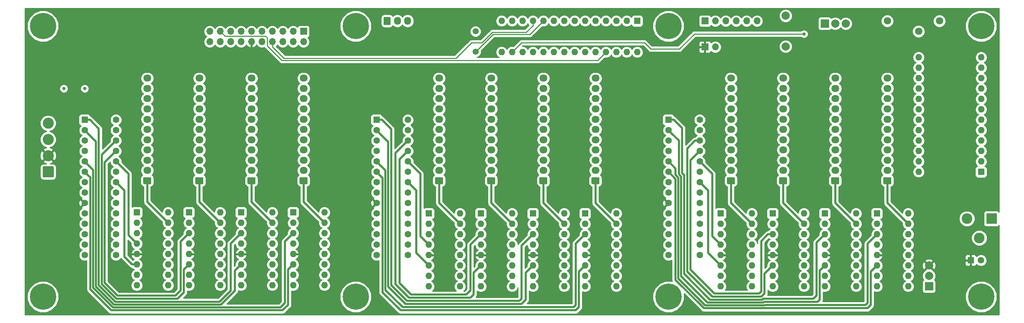
<source format=gbr>
G04 #@! TF.GenerationSoftware,KiCad,Pcbnew,(5.0.2)-1*
G04 #@! TF.CreationDate,2019-02-09T21:32:43-06:00*
G04 #@! TF.ProjectId,Nixie-ProtoBoard,4e697869-652d-4507-926f-746f426f6172,1.0*
G04 #@! TF.SameCoordinates,Original*
G04 #@! TF.FileFunction,Copper,L3,Inr*
G04 #@! TF.FilePolarity,Positive*
%FSLAX46Y46*%
G04 Gerber Fmt 4.6, Leading zero omitted, Abs format (unit mm)*
G04 Created by KiCad (PCBNEW (5.0.2)-1) date 2/9/2019 9:32:43 PM*
%MOMM*%
%LPD*%
G01*
G04 APERTURE LIST*
G04 #@! TA.AperFunction,ViaPad*
%ADD10R,1.600000X1.600000*%
G04 #@! TD*
G04 #@! TA.AperFunction,ViaPad*
%ADD11O,1.600000X1.600000*%
G04 #@! TD*
G04 #@! TA.AperFunction,ViaPad*
%ADD12C,2.000000*%
G04 #@! TD*
G04 #@! TA.AperFunction,ViaPad*
%ADD13C,1.600000*%
G04 #@! TD*
G04 #@! TA.AperFunction,ViaPad*
%ADD14C,6.400000*%
G04 #@! TD*
G04 #@! TA.AperFunction,ViaPad*
%ADD15R,1.700000X1.700000*%
G04 #@! TD*
G04 #@! TA.AperFunction,ViaPad*
%ADD16O,1.700000X1.700000*%
G04 #@! TD*
G04 #@! TA.AperFunction,ViaPad*
%ADD17O,1.950000X1.700000*%
G04 #@! TD*
G04 #@! TA.AperFunction,Conductor*
%ADD18C,0.100000*%
G04 #@! TD*
G04 #@! TA.AperFunction,ViaPad*
%ADD19C,1.700000*%
G04 #@! TD*
G04 #@! TA.AperFunction,ViaPad*
%ADD20R,2.600000X2.600000*%
G04 #@! TD*
G04 #@! TA.AperFunction,ViaPad*
%ADD21C,2.600000*%
G04 #@! TD*
G04 #@! TA.AperFunction,ViaPad*
%ADD22C,1.800000*%
G04 #@! TD*
G04 #@! TA.AperFunction,ViaPad*
%ADD23R,2.000000X2.000000*%
G04 #@! TD*
G04 #@! TA.AperFunction,ViaPad*
%ADD24C,1.500000*%
G04 #@! TD*
G04 #@! TA.AperFunction,ViaPad*
%ADD25O,1.700000X1.950000*%
G04 #@! TD*
G04 #@! TA.AperFunction,ViaPad*
%ADD26C,2.700000*%
G04 #@! TD*
G04 #@! TA.AperFunction,ViaPad*
%ADD27C,0.800000*%
G04 #@! TD*
G04 #@! TA.AperFunction,Conductor*
%ADD28C,0.250000*%
G04 #@! TD*
G04 #@! TA.AperFunction,Conductor*
%ADD29C,0.500000*%
G04 #@! TD*
G04 #@! TA.AperFunction,Conductor*
%ADD30C,0.254000*%
G04 #@! TD*
G04 APERTURE END LIST*
D10*
G04 #@! TO.N,Net-(C1-Pad1)*
G04 #@! TO.C,IC1*
X170434000Y-65278000D03*
D11*
G04 #@! TO.N,Net-(D1-Pad1)*
X137414000Y-72898000D03*
G04 #@! TO.N,Net-(IC1-Pad2)*
X167894000Y-65278000D03*
G04 #@! TO.N,/HVDC_SW*
X139954000Y-72898000D03*
G04 #@! TO.N,/U1_TX*
X165354000Y-65278000D03*
G04 #@! TO.N,/CE_MOSI*
X142494000Y-72898000D03*
G04 #@! TO.N,/CE_D2*
X162814000Y-65278000D03*
G04 #@! TO.N,/CE_MISO*
X145034000Y-72898000D03*
G04 #@! TO.N,/CE_D3*
X160274000Y-65278000D03*
G04 #@! TO.N,N/C*
X147574000Y-72898000D03*
G04 #@! TO.N,/CE_D4*
X157734000Y-65278000D03*
G04 #@! TO.N,/IC1_VCC*
X150114000Y-72898000D03*
X155194000Y-65278000D03*
G04 #@! TO.N,N/C*
X152654000Y-72898000D03*
G04 #@! TO.N,GND*
X152654000Y-65278000D03*
X155194000Y-72898000D03*
G04 #@! TO.N,Net-(C2-Pad1)*
X150114000Y-65278000D03*
G04 #@! TO.N,/CE_A0*
X157734000Y-72898000D03*
G04 #@! TO.N,Net-(C3-Pad1)*
X147574000Y-65278000D03*
G04 #@! TO.N,/CE_A1*
X160274000Y-72898000D03*
G04 #@! TO.N,/CE_D5*
X145034000Y-65278000D03*
G04 #@! TO.N,/CE_A2*
X162814000Y-72898000D03*
G04 #@! TO.N,Net-(IC1-Pad12)*
X142494000Y-65278000D03*
G04 #@! TO.N,/CE_A3*
X165354000Y-72898000D03*
G04 #@! TO.N,Net-(IC1-Pad13)*
X139954000Y-65278000D03*
G04 #@! TO.N,/SDA*
X167894000Y-72898000D03*
G04 #@! TO.N,Net-(IC1-Pad14)*
X137414000Y-65278000D03*
G04 #@! TO.N,/SCK*
X170434000Y-72898000D03*
G04 #@! TD*
D12*
G04 #@! TO.N,Net-(C1-Pad1)*
G04 #@! TO.C,C1*
X206629000Y-71508000D03*
G04 #@! TO.N,Net-(C1-Pad2)*
X206629000Y-64008000D03*
G04 #@! TD*
D10*
G04 #@! TO.N,+5V*
G04 #@! TO.C,C8*
X251714000Y-123698000D03*
D13*
G04 #@! TO.N,GND*
X254214000Y-123698000D03*
G04 #@! TD*
D14*
G04 #@! TO.N,GND*
G04 #@! TO.C,H1*
X25654000Y-66548000D03*
G04 #@! TD*
G04 #@! TO.N,GND*
G04 #@! TO.C,H2*
X254254000Y-66548000D03*
G04 #@! TD*
G04 #@! TO.N,GND*
G04 #@! TO.C,H3*
X25654000Y-132588000D03*
G04 #@! TD*
G04 #@! TO.N,GND*
G04 #@! TO.C,H4*
X254254000Y-132588000D03*
G04 #@! TD*
D15*
G04 #@! TO.N,GND*
G04 #@! TO.C,J2*
X186944000Y-65278000D03*
D16*
G04 #@! TO.N,N/C*
X189484000Y-65278000D03*
G04 #@! TO.N,/IC1_VCC*
X192024000Y-65278000D03*
G04 #@! TO.N,Net-(IC1-Pad2)*
X194564000Y-65278000D03*
G04 #@! TO.N,/U1_TX*
X197104000Y-65278000D03*
G04 #@! TO.N,Net-(C1-Pad2)*
X199644000Y-65278000D03*
G04 #@! TD*
D15*
G04 #@! TO.N,Net-(D2-Pad1)*
G04 #@! TO.C,J3*
X89154000Y-67818000D03*
D16*
G04 #@! TO.N,N/C*
X89154000Y-70358000D03*
G04 #@! TO.N,/CE_MOSI*
X86614000Y-67818000D03*
G04 #@! TO.N,/CE_MISO*
X86614000Y-70358000D03*
G04 #@! TO.N,/CE_D2*
X84074000Y-67818000D03*
G04 #@! TO.N,/CE_D3*
X84074000Y-70358000D03*
G04 #@! TO.N,/CE_D4*
X81534000Y-67818000D03*
G04 #@! TO.N,/CE_D5*
X81534000Y-70358000D03*
G04 #@! TO.N,N/C*
X78994000Y-67818000D03*
G04 #@! TO.N,GND*
X78994000Y-70358000D03*
G04 #@! TO.N,N/C*
X76454000Y-67818000D03*
G04 #@! TO.N,+5V*
X76454000Y-70358000D03*
G04 #@! TO.N,/SCK*
X73914000Y-67818000D03*
G04 #@! TO.N,/SDA*
X73914000Y-70358000D03*
G04 #@! TO.N,/CE_A0*
X71374000Y-67818000D03*
G04 #@! TO.N,/CE_A1*
X71374000Y-70358000D03*
G04 #@! TO.N,/CE_A2*
X68834000Y-67818000D03*
G04 #@! TO.N,/CE_A3*
X68834000Y-70358000D03*
G04 #@! TO.N,GND*
X66294000Y-67818000D03*
G04 #@! TO.N,N/C*
X66294000Y-70358000D03*
G04 #@! TD*
D10*
G04 #@! TO.N,Net-(NC1-Pad1)*
G04 #@! TO.C,NC1*
X48514000Y-112014000D03*
D11*
G04 #@! TO.N,Net-(NC1-Pad9)*
X56134000Y-129794000D03*
G04 #@! TO.N,Net-(NC1-Pad2)*
X48514000Y-114554000D03*
G04 #@! TO.N,Net-(NC1-Pad10)*
X56134000Y-127254000D03*
G04 #@! TO.N,/K1_A*
X48514000Y-117094000D03*
G04 #@! TO.N,Net-(NC1-Pad11)*
X56134000Y-124714000D03*
G04 #@! TO.N,/K1_D*
X48514000Y-119634000D03*
G04 #@! TO.N,GND*
X56134000Y-122174000D03*
G04 #@! TO.N,+5V*
X48514000Y-122174000D03*
G04 #@! TO.N,Net-(NC1-Pad13)*
X56134000Y-119634000D03*
G04 #@! TO.N,/K1_B*
X48514000Y-124714000D03*
G04 #@! TO.N,Net-(NC1-Pad14)*
X56134000Y-117094000D03*
G04 #@! TO.N,/K1_C*
X48514000Y-127254000D03*
G04 #@! TO.N,Net-(NC1-Pad15)*
X56134000Y-114554000D03*
G04 #@! TO.N,Net-(NC1-Pad8)*
X48514000Y-129794000D03*
G04 #@! TO.N,Net-(NC1-Pad16)*
X56134000Y-112014000D03*
G04 #@! TD*
G04 #@! TO.N,Net-(NC2-Pad16)*
G04 #@! TO.C,NC2*
X68834000Y-112014000D03*
G04 #@! TO.N,Net-(NC2-Pad8)*
X61214000Y-129794000D03*
G04 #@! TO.N,Net-(NC2-Pad15)*
X68834000Y-114554000D03*
G04 #@! TO.N,/K2_C*
X61214000Y-127254000D03*
G04 #@! TO.N,Net-(NC2-Pad14)*
X68834000Y-117094000D03*
G04 #@! TO.N,/K2_B*
X61214000Y-124714000D03*
G04 #@! TO.N,Net-(NC2-Pad13)*
X68834000Y-119634000D03*
G04 #@! TO.N,+5V*
X61214000Y-122174000D03*
G04 #@! TO.N,GND*
X68834000Y-122174000D03*
G04 #@! TO.N,/K2_D*
X61214000Y-119634000D03*
G04 #@! TO.N,Net-(NC2-Pad11)*
X68834000Y-124714000D03*
G04 #@! TO.N,/K2_A*
X61214000Y-117094000D03*
G04 #@! TO.N,Net-(NC2-Pad10)*
X68834000Y-127254000D03*
G04 #@! TO.N,Net-(NC2-Pad2)*
X61214000Y-114554000D03*
G04 #@! TO.N,Net-(NC2-Pad9)*
X68834000Y-129794000D03*
D10*
G04 #@! TO.N,Net-(NC2-Pad1)*
X61214000Y-112014000D03*
G04 #@! TD*
G04 #@! TO.N,Net-(NC3-Pad1)*
G04 #@! TO.C,NC3*
X73914000Y-112014000D03*
D11*
G04 #@! TO.N,Net-(NC3-Pad9)*
X81534000Y-129794000D03*
G04 #@! TO.N,Net-(NC3-Pad2)*
X73914000Y-114554000D03*
G04 #@! TO.N,Net-(NC3-Pad10)*
X81534000Y-127254000D03*
G04 #@! TO.N,/K3_A*
X73914000Y-117094000D03*
G04 #@! TO.N,Net-(NC3-Pad11)*
X81534000Y-124714000D03*
G04 #@! TO.N,/K3_D*
X73914000Y-119634000D03*
G04 #@! TO.N,GND*
X81534000Y-122174000D03*
G04 #@! TO.N,+5V*
X73914000Y-122174000D03*
G04 #@! TO.N,Net-(NC3-Pad13)*
X81534000Y-119634000D03*
G04 #@! TO.N,/K3_B*
X73914000Y-124714000D03*
G04 #@! TO.N,Net-(NC3-Pad14)*
X81534000Y-117094000D03*
G04 #@! TO.N,/K3_C*
X73914000Y-127254000D03*
G04 #@! TO.N,Net-(NC3-Pad15)*
X81534000Y-114554000D03*
G04 #@! TO.N,Net-(NC3-Pad8)*
X73914000Y-129794000D03*
G04 #@! TO.N,Net-(NC3-Pad16)*
X81534000Y-112014000D03*
G04 #@! TD*
G04 #@! TO.N,Net-(NC4-Pad16)*
G04 #@! TO.C,NC4*
X94234000Y-112014000D03*
G04 #@! TO.N,Net-(NC4-Pad8)*
X86614000Y-129794000D03*
G04 #@! TO.N,Net-(NC4-Pad15)*
X94234000Y-114554000D03*
G04 #@! TO.N,/K4_C*
X86614000Y-127254000D03*
G04 #@! TO.N,Net-(NC4-Pad14)*
X94234000Y-117094000D03*
G04 #@! TO.N,/K4_B*
X86614000Y-124714000D03*
G04 #@! TO.N,Net-(NC4-Pad13)*
X94234000Y-119634000D03*
G04 #@! TO.N,+5V*
X86614000Y-122174000D03*
G04 #@! TO.N,GND*
X94234000Y-122174000D03*
G04 #@! TO.N,/K4_D*
X86614000Y-119634000D03*
G04 #@! TO.N,Net-(NC4-Pad11)*
X94234000Y-124714000D03*
G04 #@! TO.N,/K4_A*
X86614000Y-117094000D03*
G04 #@! TO.N,Net-(NC4-Pad10)*
X94234000Y-127254000D03*
G04 #@! TO.N,Net-(NC4-Pad2)*
X86614000Y-114554000D03*
G04 #@! TO.N,Net-(NC4-Pad9)*
X94234000Y-129794000D03*
D10*
G04 #@! TO.N,Net-(NC4-Pad1)*
X86614000Y-112014000D03*
G04 #@! TD*
G04 #@! TO.N,Net-(NC5-Pad1)*
G04 #@! TO.C,NC5*
X119634000Y-112268000D03*
D11*
G04 #@! TO.N,Net-(NC5-Pad9)*
X127254000Y-130048000D03*
G04 #@! TO.N,Net-(NC5-Pad2)*
X119634000Y-114808000D03*
G04 #@! TO.N,Net-(NC5-Pad10)*
X127254000Y-127508000D03*
G04 #@! TO.N,/K5_A*
X119634000Y-117348000D03*
G04 #@! TO.N,Net-(NC5-Pad11)*
X127254000Y-124968000D03*
G04 #@! TO.N,/K5_D*
X119634000Y-119888000D03*
G04 #@! TO.N,GND*
X127254000Y-122428000D03*
G04 #@! TO.N,+5V*
X119634000Y-122428000D03*
G04 #@! TO.N,Net-(NC5-Pad13)*
X127254000Y-119888000D03*
G04 #@! TO.N,/K5_B*
X119634000Y-124968000D03*
G04 #@! TO.N,Net-(NC5-Pad14)*
X127254000Y-117348000D03*
G04 #@! TO.N,/K5_C*
X119634000Y-127508000D03*
G04 #@! TO.N,Net-(NC5-Pad15)*
X127254000Y-114808000D03*
G04 #@! TO.N,Net-(NC5-Pad8)*
X119634000Y-130048000D03*
G04 #@! TO.N,Net-(NC5-Pad16)*
X127254000Y-112268000D03*
G04 #@! TD*
G04 #@! TO.N,Net-(NC6-Pad16)*
G04 #@! TO.C,NC6*
X139954000Y-112268000D03*
G04 #@! TO.N,Net-(NC6-Pad8)*
X132334000Y-130048000D03*
G04 #@! TO.N,Net-(NC6-Pad15)*
X139954000Y-114808000D03*
G04 #@! TO.N,/K6_C*
X132334000Y-127508000D03*
G04 #@! TO.N,Net-(NC6-Pad14)*
X139954000Y-117348000D03*
G04 #@! TO.N,/K6_B*
X132334000Y-124968000D03*
G04 #@! TO.N,Net-(NC6-Pad13)*
X139954000Y-119888000D03*
G04 #@! TO.N,+5V*
X132334000Y-122428000D03*
G04 #@! TO.N,GND*
X139954000Y-122428000D03*
G04 #@! TO.N,/K6_D*
X132334000Y-119888000D03*
G04 #@! TO.N,Net-(NC6-Pad11)*
X139954000Y-124968000D03*
G04 #@! TO.N,/K6_A*
X132334000Y-117348000D03*
G04 #@! TO.N,Net-(NC6-Pad10)*
X139954000Y-127508000D03*
G04 #@! TO.N,Net-(NC6-Pad2)*
X132334000Y-114808000D03*
G04 #@! TO.N,Net-(NC6-Pad9)*
X139954000Y-130048000D03*
D10*
G04 #@! TO.N,Net-(NC6-Pad1)*
X132334000Y-112268000D03*
G04 #@! TD*
G04 #@! TO.N,Net-(NC7-Pad1)*
G04 #@! TO.C,NC7*
X145034000Y-112268000D03*
D11*
G04 #@! TO.N,Net-(NC7-Pad9)*
X152654000Y-130048000D03*
G04 #@! TO.N,Net-(NC7-Pad2)*
X145034000Y-114808000D03*
G04 #@! TO.N,Net-(NC7-Pad10)*
X152654000Y-127508000D03*
G04 #@! TO.N,/K7_A*
X145034000Y-117348000D03*
G04 #@! TO.N,Net-(NC7-Pad11)*
X152654000Y-124968000D03*
G04 #@! TO.N,/K7_D*
X145034000Y-119888000D03*
G04 #@! TO.N,GND*
X152654000Y-122428000D03*
G04 #@! TO.N,+5V*
X145034000Y-122428000D03*
G04 #@! TO.N,Net-(NC7-Pad13)*
X152654000Y-119888000D03*
G04 #@! TO.N,/K7_B*
X145034000Y-124968000D03*
G04 #@! TO.N,Net-(NC7-Pad14)*
X152654000Y-117348000D03*
G04 #@! TO.N,/K7_C*
X145034000Y-127508000D03*
G04 #@! TO.N,Net-(NC7-Pad15)*
X152654000Y-114808000D03*
G04 #@! TO.N,Net-(NC7-Pad8)*
X145034000Y-130048000D03*
G04 #@! TO.N,Net-(NC7-Pad16)*
X152654000Y-112268000D03*
G04 #@! TD*
G04 #@! TO.N,Net-(NC8-Pad16)*
G04 #@! TO.C,NC8*
X165354000Y-112268000D03*
G04 #@! TO.N,Net-(NC8-Pad8)*
X157734000Y-130048000D03*
G04 #@! TO.N,Net-(NC8-Pad15)*
X165354000Y-114808000D03*
G04 #@! TO.N,/K8_C*
X157734000Y-127508000D03*
G04 #@! TO.N,Net-(NC8-Pad14)*
X165354000Y-117348000D03*
G04 #@! TO.N,/K8_B*
X157734000Y-124968000D03*
G04 #@! TO.N,Net-(NC8-Pad13)*
X165354000Y-119888000D03*
G04 #@! TO.N,+5V*
X157734000Y-122428000D03*
G04 #@! TO.N,GND*
X165354000Y-122428000D03*
G04 #@! TO.N,/K8_D*
X157734000Y-119888000D03*
G04 #@! TO.N,Net-(NC8-Pad11)*
X165354000Y-124968000D03*
G04 #@! TO.N,/K8_A*
X157734000Y-117348000D03*
G04 #@! TO.N,Net-(NC8-Pad10)*
X165354000Y-127508000D03*
G04 #@! TO.N,Net-(NC8-Pad2)*
X157734000Y-114808000D03*
G04 #@! TO.N,Net-(NC8-Pad9)*
X165354000Y-130048000D03*
D10*
G04 #@! TO.N,Net-(NC8-Pad1)*
X157734000Y-112268000D03*
G04 #@! TD*
G04 #@! TO.N,Net-(NC9-Pad1)*
G04 #@! TO.C,NC9*
X190754000Y-112268000D03*
D11*
G04 #@! TO.N,Net-(NC9-Pad9)*
X198374000Y-130048000D03*
G04 #@! TO.N,Net-(NC9-Pad2)*
X190754000Y-114808000D03*
G04 #@! TO.N,Net-(NC9-Pad10)*
X198374000Y-127508000D03*
G04 #@! TO.N,/K9_A*
X190754000Y-117348000D03*
G04 #@! TO.N,Net-(NC9-Pad11)*
X198374000Y-124968000D03*
G04 #@! TO.N,/K9_D*
X190754000Y-119888000D03*
G04 #@! TO.N,GND*
X198374000Y-122428000D03*
G04 #@! TO.N,+5V*
X190754000Y-122428000D03*
G04 #@! TO.N,Net-(NC9-Pad13)*
X198374000Y-119888000D03*
G04 #@! TO.N,/K9_B*
X190754000Y-124968000D03*
G04 #@! TO.N,Net-(NC9-Pad14)*
X198374000Y-117348000D03*
G04 #@! TO.N,/K9_C*
X190754000Y-127508000D03*
G04 #@! TO.N,Net-(NC9-Pad15)*
X198374000Y-114808000D03*
G04 #@! TO.N,Net-(NC9-Pad8)*
X190754000Y-130048000D03*
G04 #@! TO.N,Net-(NC9-Pad16)*
X198374000Y-112268000D03*
G04 #@! TD*
G04 #@! TO.N,Net-(NC10-Pad16)*
G04 #@! TO.C,NC10*
X211074000Y-112268000D03*
G04 #@! TO.N,Net-(NC10-Pad8)*
X203454000Y-130048000D03*
G04 #@! TO.N,Net-(NC10-Pad15)*
X211074000Y-114808000D03*
G04 #@! TO.N,/K10_C*
X203454000Y-127508000D03*
G04 #@! TO.N,Net-(NC10-Pad14)*
X211074000Y-117348000D03*
G04 #@! TO.N,/K10_B*
X203454000Y-124968000D03*
G04 #@! TO.N,Net-(NC10-Pad13)*
X211074000Y-119888000D03*
G04 #@! TO.N,+5V*
X203454000Y-122428000D03*
G04 #@! TO.N,GND*
X211074000Y-122428000D03*
G04 #@! TO.N,/K10_D*
X203454000Y-119888000D03*
G04 #@! TO.N,Net-(NC10-Pad11)*
X211074000Y-124968000D03*
G04 #@! TO.N,/K10_A*
X203454000Y-117348000D03*
G04 #@! TO.N,Net-(NC10-Pad10)*
X211074000Y-127508000D03*
G04 #@! TO.N,Net-(NC10-Pad2)*
X203454000Y-114808000D03*
G04 #@! TO.N,Net-(NC10-Pad9)*
X211074000Y-130048000D03*
D10*
G04 #@! TO.N,Net-(NC10-Pad1)*
X203454000Y-112268000D03*
G04 #@! TD*
G04 #@! TO.N,Net-(NC11-Pad1)*
G04 #@! TO.C,NC11*
X216154000Y-112268000D03*
D11*
G04 #@! TO.N,Net-(NC11-Pad9)*
X223774000Y-130048000D03*
G04 #@! TO.N,Net-(NC11-Pad2)*
X216154000Y-114808000D03*
G04 #@! TO.N,Net-(NC11-Pad10)*
X223774000Y-127508000D03*
G04 #@! TO.N,/K11_A*
X216154000Y-117348000D03*
G04 #@! TO.N,Net-(NC11-Pad11)*
X223774000Y-124968000D03*
G04 #@! TO.N,/K11_D*
X216154000Y-119888000D03*
G04 #@! TO.N,GND*
X223774000Y-122428000D03*
G04 #@! TO.N,+5V*
X216154000Y-122428000D03*
G04 #@! TO.N,Net-(NC11-Pad13)*
X223774000Y-119888000D03*
G04 #@! TO.N,/K11_B*
X216154000Y-124968000D03*
G04 #@! TO.N,Net-(NC11-Pad14)*
X223774000Y-117348000D03*
G04 #@! TO.N,/K11_C*
X216154000Y-127508000D03*
G04 #@! TO.N,Net-(NC11-Pad15)*
X223774000Y-114808000D03*
G04 #@! TO.N,Net-(NC11-Pad8)*
X216154000Y-130048000D03*
G04 #@! TO.N,Net-(NC11-Pad16)*
X223774000Y-112268000D03*
G04 #@! TD*
G04 #@! TO.N,Net-(NC12-Pad16)*
G04 #@! TO.C,NC12*
X236474000Y-112268000D03*
G04 #@! TO.N,Net-(NC12-Pad8)*
X228854000Y-130048000D03*
G04 #@! TO.N,Net-(NC12-Pad15)*
X236474000Y-114808000D03*
G04 #@! TO.N,/K12_C*
X228854000Y-127508000D03*
G04 #@! TO.N,Net-(NC12-Pad14)*
X236474000Y-117348000D03*
G04 #@! TO.N,/K12_B*
X228854000Y-124968000D03*
G04 #@! TO.N,Net-(NC12-Pad13)*
X236474000Y-119888000D03*
G04 #@! TO.N,+5V*
X228854000Y-122428000D03*
G04 #@! TO.N,GND*
X236474000Y-122428000D03*
G04 #@! TO.N,/K12_D*
X228854000Y-119888000D03*
G04 #@! TO.N,Net-(NC12-Pad11)*
X236474000Y-124968000D03*
G04 #@! TO.N,/K12_A*
X228854000Y-117348000D03*
G04 #@! TO.N,Net-(NC12-Pad10)*
X236474000Y-127508000D03*
G04 #@! TO.N,Net-(NC12-Pad2)*
X228854000Y-114808000D03*
G04 #@! TO.N,Net-(NC12-Pad9)*
X236474000Y-130048000D03*
D10*
G04 #@! TO.N,Net-(NC12-Pad1)*
X228854000Y-112268000D03*
G04 #@! TD*
D17*
G04 #@! TO.N,Net-(NT1-Pad11)*
G04 #@! TO.C,NT1*
X51054000Y-79248000D03*
G04 #@! TO.N,Net-(NC1-Pad16)*
X51054000Y-81748000D03*
G04 #@! TO.N,Net-(NC1-Pad2)*
X51054000Y-84248000D03*
G04 #@! TO.N,Net-(NC1-Pad1)*
X51054000Y-86748000D03*
G04 #@! TO.N,Net-(NC1-Pad10)*
X51054000Y-89248000D03*
G04 #@! TO.N,Net-(NC1-Pad11)*
X51054000Y-91748000D03*
G04 #@! TO.N,Net-(NC1-Pad14)*
X51054000Y-94248000D03*
G04 #@! TO.N,Net-(NC1-Pad13)*
X51054000Y-96748000D03*
G04 #@! TO.N,Net-(NC1-Pad9)*
X51054000Y-99248000D03*
G04 #@! TO.N,Net-(NC1-Pad8)*
X51054000Y-101748000D03*
D18*
G04 #@! TO.N,Net-(NC1-Pad15)*
G36*
X51803504Y-103399204D02*
X51827773Y-103402804D01*
X51851571Y-103408765D01*
X51874671Y-103417030D01*
X51896849Y-103427520D01*
X51917893Y-103440133D01*
X51937598Y-103454747D01*
X51955777Y-103471223D01*
X51972253Y-103489402D01*
X51986867Y-103509107D01*
X51999480Y-103530151D01*
X52009970Y-103552329D01*
X52018235Y-103575429D01*
X52024196Y-103599227D01*
X52027796Y-103623496D01*
X52029000Y-103648000D01*
X52029000Y-104848000D01*
X52027796Y-104872504D01*
X52024196Y-104896773D01*
X52018235Y-104920571D01*
X52009970Y-104943671D01*
X51999480Y-104965849D01*
X51986867Y-104986893D01*
X51972253Y-105006598D01*
X51955777Y-105024777D01*
X51937598Y-105041253D01*
X51917893Y-105055867D01*
X51896849Y-105068480D01*
X51874671Y-105078970D01*
X51851571Y-105087235D01*
X51827773Y-105093196D01*
X51803504Y-105096796D01*
X51779000Y-105098000D01*
X50329000Y-105098000D01*
X50304496Y-105096796D01*
X50280227Y-105093196D01*
X50256429Y-105087235D01*
X50233329Y-105078970D01*
X50211151Y-105068480D01*
X50190107Y-105055867D01*
X50170402Y-105041253D01*
X50152223Y-105024777D01*
X50135747Y-105006598D01*
X50121133Y-104986893D01*
X50108520Y-104965849D01*
X50098030Y-104943671D01*
X50089765Y-104920571D01*
X50083804Y-104896773D01*
X50080204Y-104872504D01*
X50079000Y-104848000D01*
X50079000Y-103648000D01*
X50080204Y-103623496D01*
X50083804Y-103599227D01*
X50089765Y-103575429D01*
X50098030Y-103552329D01*
X50108520Y-103530151D01*
X50121133Y-103509107D01*
X50135747Y-103489402D01*
X50152223Y-103471223D01*
X50170402Y-103454747D01*
X50190107Y-103440133D01*
X50211151Y-103427520D01*
X50233329Y-103417030D01*
X50256429Y-103408765D01*
X50280227Y-103402804D01*
X50304496Y-103399204D01*
X50329000Y-103398000D01*
X51779000Y-103398000D01*
X51803504Y-103399204D01*
X51803504Y-103399204D01*
G37*
D19*
X51054000Y-104248000D03*
G04 #@! TD*
D18*
G04 #@! TO.N,Net-(NC2-Pad15)*
G04 #@! TO.C,NT2*
G36*
X64503504Y-103399204D02*
X64527773Y-103402804D01*
X64551571Y-103408765D01*
X64574671Y-103417030D01*
X64596849Y-103427520D01*
X64617893Y-103440133D01*
X64637598Y-103454747D01*
X64655777Y-103471223D01*
X64672253Y-103489402D01*
X64686867Y-103509107D01*
X64699480Y-103530151D01*
X64709970Y-103552329D01*
X64718235Y-103575429D01*
X64724196Y-103599227D01*
X64727796Y-103623496D01*
X64729000Y-103648000D01*
X64729000Y-104848000D01*
X64727796Y-104872504D01*
X64724196Y-104896773D01*
X64718235Y-104920571D01*
X64709970Y-104943671D01*
X64699480Y-104965849D01*
X64686867Y-104986893D01*
X64672253Y-105006598D01*
X64655777Y-105024777D01*
X64637598Y-105041253D01*
X64617893Y-105055867D01*
X64596849Y-105068480D01*
X64574671Y-105078970D01*
X64551571Y-105087235D01*
X64527773Y-105093196D01*
X64503504Y-105096796D01*
X64479000Y-105098000D01*
X63029000Y-105098000D01*
X63004496Y-105096796D01*
X62980227Y-105093196D01*
X62956429Y-105087235D01*
X62933329Y-105078970D01*
X62911151Y-105068480D01*
X62890107Y-105055867D01*
X62870402Y-105041253D01*
X62852223Y-105024777D01*
X62835747Y-105006598D01*
X62821133Y-104986893D01*
X62808520Y-104965849D01*
X62798030Y-104943671D01*
X62789765Y-104920571D01*
X62783804Y-104896773D01*
X62780204Y-104872504D01*
X62779000Y-104848000D01*
X62779000Y-103648000D01*
X62780204Y-103623496D01*
X62783804Y-103599227D01*
X62789765Y-103575429D01*
X62798030Y-103552329D01*
X62808520Y-103530151D01*
X62821133Y-103509107D01*
X62835747Y-103489402D01*
X62852223Y-103471223D01*
X62870402Y-103454747D01*
X62890107Y-103440133D01*
X62911151Y-103427520D01*
X62933329Y-103417030D01*
X62956429Y-103408765D01*
X62980227Y-103402804D01*
X63004496Y-103399204D01*
X63029000Y-103398000D01*
X64479000Y-103398000D01*
X64503504Y-103399204D01*
X64503504Y-103399204D01*
G37*
D19*
X63754000Y-104248000D03*
D17*
G04 #@! TO.N,Net-(NC2-Pad8)*
X63754000Y-101748000D03*
G04 #@! TO.N,Net-(NC2-Pad9)*
X63754000Y-99248000D03*
G04 #@! TO.N,Net-(NC2-Pad13)*
X63754000Y-96748000D03*
G04 #@! TO.N,Net-(NC2-Pad14)*
X63754000Y-94248000D03*
G04 #@! TO.N,Net-(NC2-Pad11)*
X63754000Y-91748000D03*
G04 #@! TO.N,Net-(NC2-Pad10)*
X63754000Y-89248000D03*
G04 #@! TO.N,Net-(NC2-Pad1)*
X63754000Y-86748000D03*
G04 #@! TO.N,Net-(NC2-Pad2)*
X63754000Y-84248000D03*
G04 #@! TO.N,Net-(NC2-Pad16)*
X63754000Y-81748000D03*
G04 #@! TO.N,Net-(NT2-Pad11)*
X63754000Y-79248000D03*
G04 #@! TD*
D18*
G04 #@! TO.N,Net-(NC3-Pad15)*
G04 #@! TO.C,NT3*
G36*
X77203504Y-103399204D02*
X77227773Y-103402804D01*
X77251571Y-103408765D01*
X77274671Y-103417030D01*
X77296849Y-103427520D01*
X77317893Y-103440133D01*
X77337598Y-103454747D01*
X77355777Y-103471223D01*
X77372253Y-103489402D01*
X77386867Y-103509107D01*
X77399480Y-103530151D01*
X77409970Y-103552329D01*
X77418235Y-103575429D01*
X77424196Y-103599227D01*
X77427796Y-103623496D01*
X77429000Y-103648000D01*
X77429000Y-104848000D01*
X77427796Y-104872504D01*
X77424196Y-104896773D01*
X77418235Y-104920571D01*
X77409970Y-104943671D01*
X77399480Y-104965849D01*
X77386867Y-104986893D01*
X77372253Y-105006598D01*
X77355777Y-105024777D01*
X77337598Y-105041253D01*
X77317893Y-105055867D01*
X77296849Y-105068480D01*
X77274671Y-105078970D01*
X77251571Y-105087235D01*
X77227773Y-105093196D01*
X77203504Y-105096796D01*
X77179000Y-105098000D01*
X75729000Y-105098000D01*
X75704496Y-105096796D01*
X75680227Y-105093196D01*
X75656429Y-105087235D01*
X75633329Y-105078970D01*
X75611151Y-105068480D01*
X75590107Y-105055867D01*
X75570402Y-105041253D01*
X75552223Y-105024777D01*
X75535747Y-105006598D01*
X75521133Y-104986893D01*
X75508520Y-104965849D01*
X75498030Y-104943671D01*
X75489765Y-104920571D01*
X75483804Y-104896773D01*
X75480204Y-104872504D01*
X75479000Y-104848000D01*
X75479000Y-103648000D01*
X75480204Y-103623496D01*
X75483804Y-103599227D01*
X75489765Y-103575429D01*
X75498030Y-103552329D01*
X75508520Y-103530151D01*
X75521133Y-103509107D01*
X75535747Y-103489402D01*
X75552223Y-103471223D01*
X75570402Y-103454747D01*
X75590107Y-103440133D01*
X75611151Y-103427520D01*
X75633329Y-103417030D01*
X75656429Y-103408765D01*
X75680227Y-103402804D01*
X75704496Y-103399204D01*
X75729000Y-103398000D01*
X77179000Y-103398000D01*
X77203504Y-103399204D01*
X77203504Y-103399204D01*
G37*
D19*
X76454000Y-104248000D03*
D17*
G04 #@! TO.N,Net-(NC3-Pad8)*
X76454000Y-101748000D03*
G04 #@! TO.N,Net-(NC3-Pad9)*
X76454000Y-99248000D03*
G04 #@! TO.N,Net-(NC3-Pad13)*
X76454000Y-96748000D03*
G04 #@! TO.N,Net-(NC3-Pad14)*
X76454000Y-94248000D03*
G04 #@! TO.N,Net-(NC3-Pad11)*
X76454000Y-91748000D03*
G04 #@! TO.N,Net-(NC3-Pad10)*
X76454000Y-89248000D03*
G04 #@! TO.N,Net-(NC3-Pad1)*
X76454000Y-86748000D03*
G04 #@! TO.N,Net-(NC3-Pad2)*
X76454000Y-84248000D03*
G04 #@! TO.N,Net-(NC3-Pad16)*
X76454000Y-81748000D03*
G04 #@! TO.N,Net-(NT3-Pad11)*
X76454000Y-79248000D03*
G04 #@! TD*
G04 #@! TO.N,Net-(NT4-Pad11)*
G04 #@! TO.C,NT4*
X89154000Y-79248000D03*
G04 #@! TO.N,Net-(NC4-Pad16)*
X89154000Y-81748000D03*
G04 #@! TO.N,Net-(NC4-Pad2)*
X89154000Y-84248000D03*
G04 #@! TO.N,Net-(NC4-Pad1)*
X89154000Y-86748000D03*
G04 #@! TO.N,Net-(NC4-Pad10)*
X89154000Y-89248000D03*
G04 #@! TO.N,Net-(NC4-Pad11)*
X89154000Y-91748000D03*
G04 #@! TO.N,Net-(NC4-Pad14)*
X89154000Y-94248000D03*
G04 #@! TO.N,Net-(NC4-Pad13)*
X89154000Y-96748000D03*
G04 #@! TO.N,Net-(NC4-Pad9)*
X89154000Y-99248000D03*
G04 #@! TO.N,Net-(NC4-Pad8)*
X89154000Y-101748000D03*
D18*
G04 #@! TO.N,Net-(NC4-Pad15)*
G36*
X89903504Y-103399204D02*
X89927773Y-103402804D01*
X89951571Y-103408765D01*
X89974671Y-103417030D01*
X89996849Y-103427520D01*
X90017893Y-103440133D01*
X90037598Y-103454747D01*
X90055777Y-103471223D01*
X90072253Y-103489402D01*
X90086867Y-103509107D01*
X90099480Y-103530151D01*
X90109970Y-103552329D01*
X90118235Y-103575429D01*
X90124196Y-103599227D01*
X90127796Y-103623496D01*
X90129000Y-103648000D01*
X90129000Y-104848000D01*
X90127796Y-104872504D01*
X90124196Y-104896773D01*
X90118235Y-104920571D01*
X90109970Y-104943671D01*
X90099480Y-104965849D01*
X90086867Y-104986893D01*
X90072253Y-105006598D01*
X90055777Y-105024777D01*
X90037598Y-105041253D01*
X90017893Y-105055867D01*
X89996849Y-105068480D01*
X89974671Y-105078970D01*
X89951571Y-105087235D01*
X89927773Y-105093196D01*
X89903504Y-105096796D01*
X89879000Y-105098000D01*
X88429000Y-105098000D01*
X88404496Y-105096796D01*
X88380227Y-105093196D01*
X88356429Y-105087235D01*
X88333329Y-105078970D01*
X88311151Y-105068480D01*
X88290107Y-105055867D01*
X88270402Y-105041253D01*
X88252223Y-105024777D01*
X88235747Y-105006598D01*
X88221133Y-104986893D01*
X88208520Y-104965849D01*
X88198030Y-104943671D01*
X88189765Y-104920571D01*
X88183804Y-104896773D01*
X88180204Y-104872504D01*
X88179000Y-104848000D01*
X88179000Y-103648000D01*
X88180204Y-103623496D01*
X88183804Y-103599227D01*
X88189765Y-103575429D01*
X88198030Y-103552329D01*
X88208520Y-103530151D01*
X88221133Y-103509107D01*
X88235747Y-103489402D01*
X88252223Y-103471223D01*
X88270402Y-103454747D01*
X88290107Y-103440133D01*
X88311151Y-103427520D01*
X88333329Y-103417030D01*
X88356429Y-103408765D01*
X88380227Y-103402804D01*
X88404496Y-103399204D01*
X88429000Y-103398000D01*
X89879000Y-103398000D01*
X89903504Y-103399204D01*
X89903504Y-103399204D01*
G37*
D19*
X89154000Y-104248000D03*
G04 #@! TD*
D18*
G04 #@! TO.N,Net-(NC5-Pad15)*
G04 #@! TO.C,NT5*
G36*
X122923504Y-103399204D02*
X122947773Y-103402804D01*
X122971571Y-103408765D01*
X122994671Y-103417030D01*
X123016849Y-103427520D01*
X123037893Y-103440133D01*
X123057598Y-103454747D01*
X123075777Y-103471223D01*
X123092253Y-103489402D01*
X123106867Y-103509107D01*
X123119480Y-103530151D01*
X123129970Y-103552329D01*
X123138235Y-103575429D01*
X123144196Y-103599227D01*
X123147796Y-103623496D01*
X123149000Y-103648000D01*
X123149000Y-104848000D01*
X123147796Y-104872504D01*
X123144196Y-104896773D01*
X123138235Y-104920571D01*
X123129970Y-104943671D01*
X123119480Y-104965849D01*
X123106867Y-104986893D01*
X123092253Y-105006598D01*
X123075777Y-105024777D01*
X123057598Y-105041253D01*
X123037893Y-105055867D01*
X123016849Y-105068480D01*
X122994671Y-105078970D01*
X122971571Y-105087235D01*
X122947773Y-105093196D01*
X122923504Y-105096796D01*
X122899000Y-105098000D01*
X121449000Y-105098000D01*
X121424496Y-105096796D01*
X121400227Y-105093196D01*
X121376429Y-105087235D01*
X121353329Y-105078970D01*
X121331151Y-105068480D01*
X121310107Y-105055867D01*
X121290402Y-105041253D01*
X121272223Y-105024777D01*
X121255747Y-105006598D01*
X121241133Y-104986893D01*
X121228520Y-104965849D01*
X121218030Y-104943671D01*
X121209765Y-104920571D01*
X121203804Y-104896773D01*
X121200204Y-104872504D01*
X121199000Y-104848000D01*
X121199000Y-103648000D01*
X121200204Y-103623496D01*
X121203804Y-103599227D01*
X121209765Y-103575429D01*
X121218030Y-103552329D01*
X121228520Y-103530151D01*
X121241133Y-103509107D01*
X121255747Y-103489402D01*
X121272223Y-103471223D01*
X121290402Y-103454747D01*
X121310107Y-103440133D01*
X121331151Y-103427520D01*
X121353329Y-103417030D01*
X121376429Y-103408765D01*
X121400227Y-103402804D01*
X121424496Y-103399204D01*
X121449000Y-103398000D01*
X122899000Y-103398000D01*
X122923504Y-103399204D01*
X122923504Y-103399204D01*
G37*
D19*
X122174000Y-104248000D03*
D17*
G04 #@! TO.N,Net-(NC5-Pad8)*
X122174000Y-101748000D03*
G04 #@! TO.N,Net-(NC5-Pad9)*
X122174000Y-99248000D03*
G04 #@! TO.N,Net-(NC5-Pad13)*
X122174000Y-96748000D03*
G04 #@! TO.N,Net-(NC5-Pad14)*
X122174000Y-94248000D03*
G04 #@! TO.N,Net-(NC5-Pad11)*
X122174000Y-91748000D03*
G04 #@! TO.N,Net-(NC5-Pad10)*
X122174000Y-89248000D03*
G04 #@! TO.N,Net-(NC5-Pad1)*
X122174000Y-86748000D03*
G04 #@! TO.N,Net-(NC5-Pad2)*
X122174000Y-84248000D03*
G04 #@! TO.N,Net-(NC5-Pad16)*
X122174000Y-81748000D03*
G04 #@! TO.N,Net-(NT5-Pad11)*
X122174000Y-79248000D03*
G04 #@! TD*
G04 #@! TO.N,Net-(NT6-Pad11)*
G04 #@! TO.C,NT6*
X134874000Y-79248000D03*
G04 #@! TO.N,Net-(NC6-Pad16)*
X134874000Y-81748000D03*
G04 #@! TO.N,Net-(NC6-Pad2)*
X134874000Y-84248000D03*
G04 #@! TO.N,Net-(NC6-Pad1)*
X134874000Y-86748000D03*
G04 #@! TO.N,Net-(NC6-Pad10)*
X134874000Y-89248000D03*
G04 #@! TO.N,Net-(NC6-Pad11)*
X134874000Y-91748000D03*
G04 #@! TO.N,Net-(NC6-Pad14)*
X134874000Y-94248000D03*
G04 #@! TO.N,Net-(NC6-Pad13)*
X134874000Y-96748000D03*
G04 #@! TO.N,Net-(NC6-Pad9)*
X134874000Y-99248000D03*
G04 #@! TO.N,Net-(NC6-Pad8)*
X134874000Y-101748000D03*
D18*
G04 #@! TO.N,Net-(NC6-Pad15)*
G36*
X135623504Y-103399204D02*
X135647773Y-103402804D01*
X135671571Y-103408765D01*
X135694671Y-103417030D01*
X135716849Y-103427520D01*
X135737893Y-103440133D01*
X135757598Y-103454747D01*
X135775777Y-103471223D01*
X135792253Y-103489402D01*
X135806867Y-103509107D01*
X135819480Y-103530151D01*
X135829970Y-103552329D01*
X135838235Y-103575429D01*
X135844196Y-103599227D01*
X135847796Y-103623496D01*
X135849000Y-103648000D01*
X135849000Y-104848000D01*
X135847796Y-104872504D01*
X135844196Y-104896773D01*
X135838235Y-104920571D01*
X135829970Y-104943671D01*
X135819480Y-104965849D01*
X135806867Y-104986893D01*
X135792253Y-105006598D01*
X135775777Y-105024777D01*
X135757598Y-105041253D01*
X135737893Y-105055867D01*
X135716849Y-105068480D01*
X135694671Y-105078970D01*
X135671571Y-105087235D01*
X135647773Y-105093196D01*
X135623504Y-105096796D01*
X135599000Y-105098000D01*
X134149000Y-105098000D01*
X134124496Y-105096796D01*
X134100227Y-105093196D01*
X134076429Y-105087235D01*
X134053329Y-105078970D01*
X134031151Y-105068480D01*
X134010107Y-105055867D01*
X133990402Y-105041253D01*
X133972223Y-105024777D01*
X133955747Y-105006598D01*
X133941133Y-104986893D01*
X133928520Y-104965849D01*
X133918030Y-104943671D01*
X133909765Y-104920571D01*
X133903804Y-104896773D01*
X133900204Y-104872504D01*
X133899000Y-104848000D01*
X133899000Y-103648000D01*
X133900204Y-103623496D01*
X133903804Y-103599227D01*
X133909765Y-103575429D01*
X133918030Y-103552329D01*
X133928520Y-103530151D01*
X133941133Y-103509107D01*
X133955747Y-103489402D01*
X133972223Y-103471223D01*
X133990402Y-103454747D01*
X134010107Y-103440133D01*
X134031151Y-103427520D01*
X134053329Y-103417030D01*
X134076429Y-103408765D01*
X134100227Y-103402804D01*
X134124496Y-103399204D01*
X134149000Y-103398000D01*
X135599000Y-103398000D01*
X135623504Y-103399204D01*
X135623504Y-103399204D01*
G37*
D19*
X134874000Y-104248000D03*
G04 #@! TD*
D18*
G04 #@! TO.N,Net-(NC7-Pad15)*
G04 #@! TO.C,NT7*
G36*
X148323504Y-103399204D02*
X148347773Y-103402804D01*
X148371571Y-103408765D01*
X148394671Y-103417030D01*
X148416849Y-103427520D01*
X148437893Y-103440133D01*
X148457598Y-103454747D01*
X148475777Y-103471223D01*
X148492253Y-103489402D01*
X148506867Y-103509107D01*
X148519480Y-103530151D01*
X148529970Y-103552329D01*
X148538235Y-103575429D01*
X148544196Y-103599227D01*
X148547796Y-103623496D01*
X148549000Y-103648000D01*
X148549000Y-104848000D01*
X148547796Y-104872504D01*
X148544196Y-104896773D01*
X148538235Y-104920571D01*
X148529970Y-104943671D01*
X148519480Y-104965849D01*
X148506867Y-104986893D01*
X148492253Y-105006598D01*
X148475777Y-105024777D01*
X148457598Y-105041253D01*
X148437893Y-105055867D01*
X148416849Y-105068480D01*
X148394671Y-105078970D01*
X148371571Y-105087235D01*
X148347773Y-105093196D01*
X148323504Y-105096796D01*
X148299000Y-105098000D01*
X146849000Y-105098000D01*
X146824496Y-105096796D01*
X146800227Y-105093196D01*
X146776429Y-105087235D01*
X146753329Y-105078970D01*
X146731151Y-105068480D01*
X146710107Y-105055867D01*
X146690402Y-105041253D01*
X146672223Y-105024777D01*
X146655747Y-105006598D01*
X146641133Y-104986893D01*
X146628520Y-104965849D01*
X146618030Y-104943671D01*
X146609765Y-104920571D01*
X146603804Y-104896773D01*
X146600204Y-104872504D01*
X146599000Y-104848000D01*
X146599000Y-103648000D01*
X146600204Y-103623496D01*
X146603804Y-103599227D01*
X146609765Y-103575429D01*
X146618030Y-103552329D01*
X146628520Y-103530151D01*
X146641133Y-103509107D01*
X146655747Y-103489402D01*
X146672223Y-103471223D01*
X146690402Y-103454747D01*
X146710107Y-103440133D01*
X146731151Y-103427520D01*
X146753329Y-103417030D01*
X146776429Y-103408765D01*
X146800227Y-103402804D01*
X146824496Y-103399204D01*
X146849000Y-103398000D01*
X148299000Y-103398000D01*
X148323504Y-103399204D01*
X148323504Y-103399204D01*
G37*
D19*
X147574000Y-104248000D03*
D17*
G04 #@! TO.N,Net-(NC7-Pad8)*
X147574000Y-101748000D03*
G04 #@! TO.N,Net-(NC7-Pad9)*
X147574000Y-99248000D03*
G04 #@! TO.N,Net-(NC7-Pad13)*
X147574000Y-96748000D03*
G04 #@! TO.N,Net-(NC7-Pad14)*
X147574000Y-94248000D03*
G04 #@! TO.N,Net-(NC7-Pad11)*
X147574000Y-91748000D03*
G04 #@! TO.N,Net-(NC7-Pad10)*
X147574000Y-89248000D03*
G04 #@! TO.N,Net-(NC7-Pad1)*
X147574000Y-86748000D03*
G04 #@! TO.N,Net-(NC7-Pad2)*
X147574000Y-84248000D03*
G04 #@! TO.N,Net-(NC7-Pad16)*
X147574000Y-81748000D03*
G04 #@! TO.N,Net-(NT7-Pad11)*
X147574000Y-79248000D03*
G04 #@! TD*
G04 #@! TO.N,Net-(NT8-Pad11)*
G04 #@! TO.C,NT8*
X160274000Y-79248000D03*
G04 #@! TO.N,Net-(NC8-Pad16)*
X160274000Y-81748000D03*
G04 #@! TO.N,Net-(NC8-Pad2)*
X160274000Y-84248000D03*
G04 #@! TO.N,Net-(NC8-Pad1)*
X160274000Y-86748000D03*
G04 #@! TO.N,Net-(NC8-Pad10)*
X160274000Y-89248000D03*
G04 #@! TO.N,Net-(NC8-Pad11)*
X160274000Y-91748000D03*
G04 #@! TO.N,Net-(NC8-Pad14)*
X160274000Y-94248000D03*
G04 #@! TO.N,Net-(NC8-Pad13)*
X160274000Y-96748000D03*
G04 #@! TO.N,Net-(NC8-Pad9)*
X160274000Y-99248000D03*
G04 #@! TO.N,Net-(NC8-Pad8)*
X160274000Y-101748000D03*
D18*
G04 #@! TO.N,Net-(NC8-Pad15)*
G36*
X161023504Y-103399204D02*
X161047773Y-103402804D01*
X161071571Y-103408765D01*
X161094671Y-103417030D01*
X161116849Y-103427520D01*
X161137893Y-103440133D01*
X161157598Y-103454747D01*
X161175777Y-103471223D01*
X161192253Y-103489402D01*
X161206867Y-103509107D01*
X161219480Y-103530151D01*
X161229970Y-103552329D01*
X161238235Y-103575429D01*
X161244196Y-103599227D01*
X161247796Y-103623496D01*
X161249000Y-103648000D01*
X161249000Y-104848000D01*
X161247796Y-104872504D01*
X161244196Y-104896773D01*
X161238235Y-104920571D01*
X161229970Y-104943671D01*
X161219480Y-104965849D01*
X161206867Y-104986893D01*
X161192253Y-105006598D01*
X161175777Y-105024777D01*
X161157598Y-105041253D01*
X161137893Y-105055867D01*
X161116849Y-105068480D01*
X161094671Y-105078970D01*
X161071571Y-105087235D01*
X161047773Y-105093196D01*
X161023504Y-105096796D01*
X160999000Y-105098000D01*
X159549000Y-105098000D01*
X159524496Y-105096796D01*
X159500227Y-105093196D01*
X159476429Y-105087235D01*
X159453329Y-105078970D01*
X159431151Y-105068480D01*
X159410107Y-105055867D01*
X159390402Y-105041253D01*
X159372223Y-105024777D01*
X159355747Y-105006598D01*
X159341133Y-104986893D01*
X159328520Y-104965849D01*
X159318030Y-104943671D01*
X159309765Y-104920571D01*
X159303804Y-104896773D01*
X159300204Y-104872504D01*
X159299000Y-104848000D01*
X159299000Y-103648000D01*
X159300204Y-103623496D01*
X159303804Y-103599227D01*
X159309765Y-103575429D01*
X159318030Y-103552329D01*
X159328520Y-103530151D01*
X159341133Y-103509107D01*
X159355747Y-103489402D01*
X159372223Y-103471223D01*
X159390402Y-103454747D01*
X159410107Y-103440133D01*
X159431151Y-103427520D01*
X159453329Y-103417030D01*
X159476429Y-103408765D01*
X159500227Y-103402804D01*
X159524496Y-103399204D01*
X159549000Y-103398000D01*
X160999000Y-103398000D01*
X161023504Y-103399204D01*
X161023504Y-103399204D01*
G37*
D19*
X160274000Y-104248000D03*
G04 #@! TD*
D17*
G04 #@! TO.N,Net-(NT9-Pad11)*
G04 #@! TO.C,NT9*
X193294000Y-79248000D03*
G04 #@! TO.N,Net-(NC9-Pad16)*
X193294000Y-81748000D03*
G04 #@! TO.N,Net-(NC9-Pad2)*
X193294000Y-84248000D03*
G04 #@! TO.N,Net-(NC9-Pad1)*
X193294000Y-86748000D03*
G04 #@! TO.N,Net-(NC9-Pad10)*
X193294000Y-89248000D03*
G04 #@! TO.N,Net-(NC9-Pad11)*
X193294000Y-91748000D03*
G04 #@! TO.N,Net-(NC9-Pad14)*
X193294000Y-94248000D03*
G04 #@! TO.N,Net-(NC9-Pad13)*
X193294000Y-96748000D03*
G04 #@! TO.N,Net-(NC9-Pad9)*
X193294000Y-99248000D03*
G04 #@! TO.N,Net-(NC9-Pad8)*
X193294000Y-101748000D03*
D18*
G04 #@! TO.N,Net-(NC9-Pad15)*
G36*
X194043504Y-103399204D02*
X194067773Y-103402804D01*
X194091571Y-103408765D01*
X194114671Y-103417030D01*
X194136849Y-103427520D01*
X194157893Y-103440133D01*
X194177598Y-103454747D01*
X194195777Y-103471223D01*
X194212253Y-103489402D01*
X194226867Y-103509107D01*
X194239480Y-103530151D01*
X194249970Y-103552329D01*
X194258235Y-103575429D01*
X194264196Y-103599227D01*
X194267796Y-103623496D01*
X194269000Y-103648000D01*
X194269000Y-104848000D01*
X194267796Y-104872504D01*
X194264196Y-104896773D01*
X194258235Y-104920571D01*
X194249970Y-104943671D01*
X194239480Y-104965849D01*
X194226867Y-104986893D01*
X194212253Y-105006598D01*
X194195777Y-105024777D01*
X194177598Y-105041253D01*
X194157893Y-105055867D01*
X194136849Y-105068480D01*
X194114671Y-105078970D01*
X194091571Y-105087235D01*
X194067773Y-105093196D01*
X194043504Y-105096796D01*
X194019000Y-105098000D01*
X192569000Y-105098000D01*
X192544496Y-105096796D01*
X192520227Y-105093196D01*
X192496429Y-105087235D01*
X192473329Y-105078970D01*
X192451151Y-105068480D01*
X192430107Y-105055867D01*
X192410402Y-105041253D01*
X192392223Y-105024777D01*
X192375747Y-105006598D01*
X192361133Y-104986893D01*
X192348520Y-104965849D01*
X192338030Y-104943671D01*
X192329765Y-104920571D01*
X192323804Y-104896773D01*
X192320204Y-104872504D01*
X192319000Y-104848000D01*
X192319000Y-103648000D01*
X192320204Y-103623496D01*
X192323804Y-103599227D01*
X192329765Y-103575429D01*
X192338030Y-103552329D01*
X192348520Y-103530151D01*
X192361133Y-103509107D01*
X192375747Y-103489402D01*
X192392223Y-103471223D01*
X192410402Y-103454747D01*
X192430107Y-103440133D01*
X192451151Y-103427520D01*
X192473329Y-103417030D01*
X192496429Y-103408765D01*
X192520227Y-103402804D01*
X192544496Y-103399204D01*
X192569000Y-103398000D01*
X194019000Y-103398000D01*
X194043504Y-103399204D01*
X194043504Y-103399204D01*
G37*
D19*
X193294000Y-104248000D03*
G04 #@! TD*
D18*
G04 #@! TO.N,Net-(NC10-Pad15)*
G04 #@! TO.C,NT10*
G36*
X206743504Y-103399204D02*
X206767773Y-103402804D01*
X206791571Y-103408765D01*
X206814671Y-103417030D01*
X206836849Y-103427520D01*
X206857893Y-103440133D01*
X206877598Y-103454747D01*
X206895777Y-103471223D01*
X206912253Y-103489402D01*
X206926867Y-103509107D01*
X206939480Y-103530151D01*
X206949970Y-103552329D01*
X206958235Y-103575429D01*
X206964196Y-103599227D01*
X206967796Y-103623496D01*
X206969000Y-103648000D01*
X206969000Y-104848000D01*
X206967796Y-104872504D01*
X206964196Y-104896773D01*
X206958235Y-104920571D01*
X206949970Y-104943671D01*
X206939480Y-104965849D01*
X206926867Y-104986893D01*
X206912253Y-105006598D01*
X206895777Y-105024777D01*
X206877598Y-105041253D01*
X206857893Y-105055867D01*
X206836849Y-105068480D01*
X206814671Y-105078970D01*
X206791571Y-105087235D01*
X206767773Y-105093196D01*
X206743504Y-105096796D01*
X206719000Y-105098000D01*
X205269000Y-105098000D01*
X205244496Y-105096796D01*
X205220227Y-105093196D01*
X205196429Y-105087235D01*
X205173329Y-105078970D01*
X205151151Y-105068480D01*
X205130107Y-105055867D01*
X205110402Y-105041253D01*
X205092223Y-105024777D01*
X205075747Y-105006598D01*
X205061133Y-104986893D01*
X205048520Y-104965849D01*
X205038030Y-104943671D01*
X205029765Y-104920571D01*
X205023804Y-104896773D01*
X205020204Y-104872504D01*
X205019000Y-104848000D01*
X205019000Y-103648000D01*
X205020204Y-103623496D01*
X205023804Y-103599227D01*
X205029765Y-103575429D01*
X205038030Y-103552329D01*
X205048520Y-103530151D01*
X205061133Y-103509107D01*
X205075747Y-103489402D01*
X205092223Y-103471223D01*
X205110402Y-103454747D01*
X205130107Y-103440133D01*
X205151151Y-103427520D01*
X205173329Y-103417030D01*
X205196429Y-103408765D01*
X205220227Y-103402804D01*
X205244496Y-103399204D01*
X205269000Y-103398000D01*
X206719000Y-103398000D01*
X206743504Y-103399204D01*
X206743504Y-103399204D01*
G37*
D19*
X205994000Y-104248000D03*
D17*
G04 #@! TO.N,Net-(NC10-Pad8)*
X205994000Y-101748000D03*
G04 #@! TO.N,Net-(NC10-Pad9)*
X205994000Y-99248000D03*
G04 #@! TO.N,Net-(NC10-Pad13)*
X205994000Y-96748000D03*
G04 #@! TO.N,Net-(NC10-Pad14)*
X205994000Y-94248000D03*
G04 #@! TO.N,Net-(NC10-Pad11)*
X205994000Y-91748000D03*
G04 #@! TO.N,Net-(NC10-Pad10)*
X205994000Y-89248000D03*
G04 #@! TO.N,Net-(NC10-Pad1)*
X205994000Y-86748000D03*
G04 #@! TO.N,Net-(NC10-Pad2)*
X205994000Y-84248000D03*
G04 #@! TO.N,Net-(NC10-Pad16)*
X205994000Y-81748000D03*
G04 #@! TO.N,Net-(NT10-Pad11)*
X205994000Y-79248000D03*
G04 #@! TD*
G04 #@! TO.N,Net-(NT11-Pad11)*
G04 #@! TO.C,NT11*
X218694000Y-79248000D03*
G04 #@! TO.N,Net-(NC11-Pad16)*
X218694000Y-81748000D03*
G04 #@! TO.N,Net-(NC11-Pad2)*
X218694000Y-84248000D03*
G04 #@! TO.N,Net-(NC11-Pad1)*
X218694000Y-86748000D03*
G04 #@! TO.N,Net-(NC11-Pad10)*
X218694000Y-89248000D03*
G04 #@! TO.N,Net-(NC11-Pad11)*
X218694000Y-91748000D03*
G04 #@! TO.N,Net-(NC11-Pad14)*
X218694000Y-94248000D03*
G04 #@! TO.N,Net-(NC11-Pad13)*
X218694000Y-96748000D03*
G04 #@! TO.N,Net-(NC11-Pad9)*
X218694000Y-99248000D03*
G04 #@! TO.N,Net-(NC11-Pad8)*
X218694000Y-101748000D03*
D18*
G04 #@! TO.N,Net-(NC11-Pad15)*
G36*
X219443504Y-103399204D02*
X219467773Y-103402804D01*
X219491571Y-103408765D01*
X219514671Y-103417030D01*
X219536849Y-103427520D01*
X219557893Y-103440133D01*
X219577598Y-103454747D01*
X219595777Y-103471223D01*
X219612253Y-103489402D01*
X219626867Y-103509107D01*
X219639480Y-103530151D01*
X219649970Y-103552329D01*
X219658235Y-103575429D01*
X219664196Y-103599227D01*
X219667796Y-103623496D01*
X219669000Y-103648000D01*
X219669000Y-104848000D01*
X219667796Y-104872504D01*
X219664196Y-104896773D01*
X219658235Y-104920571D01*
X219649970Y-104943671D01*
X219639480Y-104965849D01*
X219626867Y-104986893D01*
X219612253Y-105006598D01*
X219595777Y-105024777D01*
X219577598Y-105041253D01*
X219557893Y-105055867D01*
X219536849Y-105068480D01*
X219514671Y-105078970D01*
X219491571Y-105087235D01*
X219467773Y-105093196D01*
X219443504Y-105096796D01*
X219419000Y-105098000D01*
X217969000Y-105098000D01*
X217944496Y-105096796D01*
X217920227Y-105093196D01*
X217896429Y-105087235D01*
X217873329Y-105078970D01*
X217851151Y-105068480D01*
X217830107Y-105055867D01*
X217810402Y-105041253D01*
X217792223Y-105024777D01*
X217775747Y-105006598D01*
X217761133Y-104986893D01*
X217748520Y-104965849D01*
X217738030Y-104943671D01*
X217729765Y-104920571D01*
X217723804Y-104896773D01*
X217720204Y-104872504D01*
X217719000Y-104848000D01*
X217719000Y-103648000D01*
X217720204Y-103623496D01*
X217723804Y-103599227D01*
X217729765Y-103575429D01*
X217738030Y-103552329D01*
X217748520Y-103530151D01*
X217761133Y-103509107D01*
X217775747Y-103489402D01*
X217792223Y-103471223D01*
X217810402Y-103454747D01*
X217830107Y-103440133D01*
X217851151Y-103427520D01*
X217873329Y-103417030D01*
X217896429Y-103408765D01*
X217920227Y-103402804D01*
X217944496Y-103399204D01*
X217969000Y-103398000D01*
X219419000Y-103398000D01*
X219443504Y-103399204D01*
X219443504Y-103399204D01*
G37*
D19*
X218694000Y-104248000D03*
G04 #@! TD*
D18*
G04 #@! TO.N,Net-(NC12-Pad15)*
G04 #@! TO.C,NT12*
G36*
X232143504Y-103399204D02*
X232167773Y-103402804D01*
X232191571Y-103408765D01*
X232214671Y-103417030D01*
X232236849Y-103427520D01*
X232257893Y-103440133D01*
X232277598Y-103454747D01*
X232295777Y-103471223D01*
X232312253Y-103489402D01*
X232326867Y-103509107D01*
X232339480Y-103530151D01*
X232349970Y-103552329D01*
X232358235Y-103575429D01*
X232364196Y-103599227D01*
X232367796Y-103623496D01*
X232369000Y-103648000D01*
X232369000Y-104848000D01*
X232367796Y-104872504D01*
X232364196Y-104896773D01*
X232358235Y-104920571D01*
X232349970Y-104943671D01*
X232339480Y-104965849D01*
X232326867Y-104986893D01*
X232312253Y-105006598D01*
X232295777Y-105024777D01*
X232277598Y-105041253D01*
X232257893Y-105055867D01*
X232236849Y-105068480D01*
X232214671Y-105078970D01*
X232191571Y-105087235D01*
X232167773Y-105093196D01*
X232143504Y-105096796D01*
X232119000Y-105098000D01*
X230669000Y-105098000D01*
X230644496Y-105096796D01*
X230620227Y-105093196D01*
X230596429Y-105087235D01*
X230573329Y-105078970D01*
X230551151Y-105068480D01*
X230530107Y-105055867D01*
X230510402Y-105041253D01*
X230492223Y-105024777D01*
X230475747Y-105006598D01*
X230461133Y-104986893D01*
X230448520Y-104965849D01*
X230438030Y-104943671D01*
X230429765Y-104920571D01*
X230423804Y-104896773D01*
X230420204Y-104872504D01*
X230419000Y-104848000D01*
X230419000Y-103648000D01*
X230420204Y-103623496D01*
X230423804Y-103599227D01*
X230429765Y-103575429D01*
X230438030Y-103552329D01*
X230448520Y-103530151D01*
X230461133Y-103509107D01*
X230475747Y-103489402D01*
X230492223Y-103471223D01*
X230510402Y-103454747D01*
X230530107Y-103440133D01*
X230551151Y-103427520D01*
X230573329Y-103417030D01*
X230596429Y-103408765D01*
X230620227Y-103402804D01*
X230644496Y-103399204D01*
X230669000Y-103398000D01*
X232119000Y-103398000D01*
X232143504Y-103399204D01*
X232143504Y-103399204D01*
G37*
D19*
X231394000Y-104248000D03*
D17*
G04 #@! TO.N,Net-(NC12-Pad8)*
X231394000Y-101748000D03*
G04 #@! TO.N,Net-(NC12-Pad9)*
X231394000Y-99248000D03*
G04 #@! TO.N,Net-(NC12-Pad13)*
X231394000Y-96748000D03*
G04 #@! TO.N,Net-(NC12-Pad14)*
X231394000Y-94248000D03*
G04 #@! TO.N,Net-(NC12-Pad11)*
X231394000Y-91748000D03*
G04 #@! TO.N,Net-(NC12-Pad10)*
X231394000Y-89248000D03*
G04 #@! TO.N,Net-(NC12-Pad1)*
X231394000Y-86748000D03*
G04 #@! TO.N,Net-(NC12-Pad2)*
X231394000Y-84248000D03*
G04 #@! TO.N,Net-(NC12-Pad16)*
X231394000Y-81748000D03*
G04 #@! TO.N,Net-(NT12-Pad11)*
X231394000Y-79248000D03*
G04 #@! TD*
D20*
G04 #@! TO.N,+12V*
G04 #@! TO.C,PJ1*
X256794000Y-113538000D03*
D21*
G04 #@! TO.N,GND*
X250794000Y-113538000D03*
G04 #@! TO.N,N/C*
X253794000Y-118238000D03*
G04 #@! TD*
D22*
G04 #@! TO.N,GND*
G04 #@! TO.C,RV1*
X231394000Y-65278000D03*
G04 #@! TO.N,Net-(RV1-Pad2)*
X239014000Y-67818000D03*
G04 #@! TO.N,Net-(RV1-Pad3)*
X244094000Y-65278000D03*
G04 #@! TD*
D15*
G04 #@! TO.N,+5V*
G04 #@! TO.C,SW1*
X186944000Y-71628000D03*
D16*
G04 #@! TO.N,Net-(D1-Pad2)*
X189484000Y-71628000D03*
G04 #@! TD*
D13*
G04 #@! TO.N,/K2_D*
G04 #@! TO.C,U1*
X43434000Y-89408000D03*
G04 #@! TO.N,/K2_C*
X43434000Y-91948000D03*
G04 #@! TO.N,/K2_B*
X43434000Y-94488000D03*
G04 #@! TO.N,/K2_A*
X43434000Y-97028000D03*
G04 #@! TO.N,/K1_D*
X43434000Y-99568000D03*
G04 #@! TO.N,/K1_C*
X43434000Y-102108000D03*
G04 #@! TO.N,/K1_B*
X43434000Y-104648000D03*
G04 #@! TO.N,/K1_A*
X43434000Y-107188000D03*
G04 #@! TO.N,N/C*
X43434000Y-109728000D03*
X43434000Y-112268000D03*
G04 #@! TO.N,Net-(R1-Pad1)*
X43434000Y-114808000D03*
G04 #@! TO.N,Net-(JP1-Pad2)*
X43434000Y-117348000D03*
G04 #@! TO.N,Net-(JP2-Pad2)*
X43434000Y-119888000D03*
G04 #@! TO.N,Net-(JP3-Pad2)*
X43434000Y-122428000D03*
G04 #@! TO.N,N/C*
X35814000Y-122428000D03*
G04 #@! TO.N,/SDA*
X35814000Y-119888000D03*
G04 #@! TO.N,/SCK*
X35814000Y-117348000D03*
G04 #@! TO.N,N/C*
X35814000Y-114808000D03*
G04 #@! TO.N,GND*
X35814000Y-112268000D03*
G04 #@! TO.N,+5V*
X35814000Y-109728000D03*
G04 #@! TO.N,/K4_D*
X35814000Y-107188000D03*
G04 #@! TO.N,/K4_C*
X35814000Y-104648000D03*
G04 #@! TO.N,/K4_B*
X35814000Y-102108000D03*
G04 #@! TO.N,/K4_A*
X35814000Y-99568000D03*
G04 #@! TO.N,/K3_D*
X35814000Y-97028000D03*
G04 #@! TO.N,/K3_C*
X35814000Y-94488000D03*
G04 #@! TO.N,/K3_B*
X35814000Y-91948000D03*
D10*
G04 #@! TO.N,/K3_A*
X35814000Y-89408000D03*
G04 #@! TD*
G04 #@! TO.N,/K7_A*
G04 #@! TO.C,U2*
X106934000Y-89408000D03*
D13*
G04 #@! TO.N,/K7_B*
X106934000Y-91948000D03*
G04 #@! TO.N,/K7_C*
X106934000Y-94488000D03*
G04 #@! TO.N,/K7_D*
X106934000Y-97028000D03*
G04 #@! TO.N,/K8_A*
X106934000Y-99568000D03*
G04 #@! TO.N,/K8_B*
X106934000Y-102108000D03*
G04 #@! TO.N,/K8_C*
X106934000Y-104648000D03*
G04 #@! TO.N,/K8_D*
X106934000Y-107188000D03*
G04 #@! TO.N,+5V*
X106934000Y-109728000D03*
G04 #@! TO.N,GND*
X106934000Y-112268000D03*
G04 #@! TO.N,N/C*
X106934000Y-114808000D03*
G04 #@! TO.N,/SCK*
X106934000Y-117348000D03*
G04 #@! TO.N,/SDA*
X106934000Y-119888000D03*
G04 #@! TO.N,N/C*
X106934000Y-122428000D03*
G04 #@! TO.N,Net-(JP6-Pad2)*
X114554000Y-122428000D03*
G04 #@! TO.N,Net-(JP5-Pad2)*
X114554000Y-119888000D03*
G04 #@! TO.N,Net-(JP4-Pad2)*
X114554000Y-117348000D03*
G04 #@! TO.N,Net-(R7-Pad1)*
X114554000Y-114808000D03*
G04 #@! TO.N,N/C*
X114554000Y-112268000D03*
X114554000Y-109728000D03*
G04 #@! TO.N,/K5_A*
X114554000Y-107188000D03*
G04 #@! TO.N,/K5_B*
X114554000Y-104648000D03*
G04 #@! TO.N,/K5_C*
X114554000Y-102108000D03*
G04 #@! TO.N,/K5_D*
X114554000Y-99568000D03*
G04 #@! TO.N,/K6_A*
X114554000Y-97028000D03*
G04 #@! TO.N,/K6_B*
X114554000Y-94488000D03*
G04 #@! TO.N,/K6_C*
X114554000Y-91948000D03*
G04 #@! TO.N,/K6_D*
X114554000Y-89408000D03*
G04 #@! TD*
D10*
G04 #@! TO.N,/K11_A*
G04 #@! TO.C,U3*
X178054000Y-89408000D03*
D13*
G04 #@! TO.N,/K11_B*
X178054000Y-91948000D03*
G04 #@! TO.N,/K11_C*
X178054000Y-94488000D03*
G04 #@! TO.N,/K11_D*
X178054000Y-97028000D03*
G04 #@! TO.N,/K12_A*
X178054000Y-99568000D03*
G04 #@! TO.N,/K12_B*
X178054000Y-102108000D03*
G04 #@! TO.N,/K12_C*
X178054000Y-104648000D03*
G04 #@! TO.N,/K12_D*
X178054000Y-107188000D03*
G04 #@! TO.N,+5V*
X178054000Y-109728000D03*
G04 #@! TO.N,GND*
X178054000Y-112268000D03*
G04 #@! TO.N,N/C*
X178054000Y-114808000D03*
G04 #@! TO.N,/SCK*
X178054000Y-117348000D03*
G04 #@! TO.N,/SDA*
X178054000Y-119888000D03*
G04 #@! TO.N,N/C*
X178054000Y-122428000D03*
G04 #@! TO.N,Net-(JP9-Pad2)*
X185674000Y-122428000D03*
G04 #@! TO.N,Net-(JP8-Pad2)*
X185674000Y-119888000D03*
G04 #@! TO.N,Net-(JP7-Pad2)*
X185674000Y-117348000D03*
G04 #@! TO.N,Net-(R12-Pad1)*
X185674000Y-114808000D03*
G04 #@! TO.N,N/C*
X185674000Y-112268000D03*
X185674000Y-109728000D03*
G04 #@! TO.N,/K9_A*
X185674000Y-107188000D03*
G04 #@! TO.N,/K9_B*
X185674000Y-104648000D03*
G04 #@! TO.N,/K9_C*
X185674000Y-102108000D03*
G04 #@! TO.N,/K9_D*
X185674000Y-99568000D03*
G04 #@! TO.N,/K10_A*
X185674000Y-97028000D03*
G04 #@! TO.N,/K10_B*
X185674000Y-94488000D03*
G04 #@! TO.N,/K10_C*
X185674000Y-91948000D03*
G04 #@! TO.N,/K10_D*
X185674000Y-89408000D03*
G04 #@! TD*
D10*
G04 #@! TO.N,N/C*
G04 #@! TO.C,VTR1*
X254254000Y-102108000D03*
D11*
G04 #@! TO.N,/170V*
X239014000Y-74168000D03*
G04 #@! TO.N,Net-(C5-Pad1)*
X254254000Y-99568000D03*
G04 #@! TO.N,N/C*
X239014000Y-76708000D03*
G04 #@! TO.N,Net-(C5-Pad1)*
X254254000Y-97028000D03*
G04 #@! TO.N,GND*
X239014000Y-79248000D03*
G04 #@! TO.N,N/C*
X254254000Y-94488000D03*
X239014000Y-81788000D03*
X254254000Y-91948000D03*
X239014000Y-84328000D03*
X254254000Y-89408000D03*
X239014000Y-86868000D03*
X254254000Y-86868000D03*
X239014000Y-89408000D03*
G04 #@! TO.N,Net-(RV1-Pad2)*
X254254000Y-84328000D03*
G04 #@! TO.N,N/C*
X239014000Y-91948000D03*
G04 #@! TO.N,Net-(RV1-Pad3)*
X254254000Y-81788000D03*
G04 #@! TO.N,N/C*
X239014000Y-94488000D03*
G04 #@! TO.N,GND*
X254254000Y-79248000D03*
G04 #@! TO.N,+12V*
X239014000Y-97028000D03*
G04 #@! TO.N,N/C*
X254254000Y-76708000D03*
G04 #@! TO.N,+12V*
X239014000Y-99568000D03*
G04 #@! TO.N,/170V*
X254254000Y-74168000D03*
G04 #@! TO.N,N/C*
X239014000Y-102108000D03*
G04 #@! TD*
D23*
G04 #@! TO.N,+12V*
G04 #@! TO.C,VTR2*
X241554000Y-130048000D03*
D12*
G04 #@! TO.N,GND*
X241554000Y-127508000D03*
G04 #@! TO.N,+5V*
X241554000Y-124968000D03*
G04 #@! TD*
D24*
G04 #@! TO.N,Net-(C2-Pad1)*
G04 #@! TO.C,Y1*
X131064000Y-67818000D03*
G04 #@! TO.N,Net-(C3-Pad1)*
X131064000Y-72818000D03*
G04 #@! TD*
D18*
G04 #@! TO.N,Net-(J1-Pad1)*
G04 #@! TO.C,J1*
G36*
X110138504Y-64304204D02*
X110162773Y-64307804D01*
X110186571Y-64313765D01*
X110209671Y-64322030D01*
X110231849Y-64332520D01*
X110252893Y-64345133D01*
X110272598Y-64359747D01*
X110290777Y-64376223D01*
X110307253Y-64394402D01*
X110321867Y-64414107D01*
X110334480Y-64435151D01*
X110344970Y-64457329D01*
X110353235Y-64480429D01*
X110359196Y-64504227D01*
X110362796Y-64528496D01*
X110364000Y-64553000D01*
X110364000Y-66003000D01*
X110362796Y-66027504D01*
X110359196Y-66051773D01*
X110353235Y-66075571D01*
X110344970Y-66098671D01*
X110334480Y-66120849D01*
X110321867Y-66141893D01*
X110307253Y-66161598D01*
X110290777Y-66179777D01*
X110272598Y-66196253D01*
X110252893Y-66210867D01*
X110231849Y-66223480D01*
X110209671Y-66233970D01*
X110186571Y-66242235D01*
X110162773Y-66248196D01*
X110138504Y-66251796D01*
X110114000Y-66253000D01*
X108914000Y-66253000D01*
X108889496Y-66251796D01*
X108865227Y-66248196D01*
X108841429Y-66242235D01*
X108818329Y-66233970D01*
X108796151Y-66223480D01*
X108775107Y-66210867D01*
X108755402Y-66196253D01*
X108737223Y-66179777D01*
X108720747Y-66161598D01*
X108706133Y-66141893D01*
X108693520Y-66120849D01*
X108683030Y-66098671D01*
X108674765Y-66075571D01*
X108668804Y-66051773D01*
X108665204Y-66027504D01*
X108664000Y-66003000D01*
X108664000Y-64553000D01*
X108665204Y-64528496D01*
X108668804Y-64504227D01*
X108674765Y-64480429D01*
X108683030Y-64457329D01*
X108693520Y-64435151D01*
X108706133Y-64414107D01*
X108720747Y-64394402D01*
X108737223Y-64376223D01*
X108755402Y-64359747D01*
X108775107Y-64345133D01*
X108796151Y-64332520D01*
X108818329Y-64322030D01*
X108841429Y-64313765D01*
X108865227Y-64307804D01*
X108889496Y-64304204D01*
X108914000Y-64303000D01*
X110114000Y-64303000D01*
X110138504Y-64304204D01*
X110138504Y-64304204D01*
G37*
D19*
X109514000Y-65278000D03*
D25*
G04 #@! TO.N,Net-(J1-Pad2)*
X112014000Y-65278000D03*
G04 #@! TO.N,Net-(J1-Pad3)*
X114514000Y-65278000D03*
G04 #@! TD*
D23*
G04 #@! TO.N,Net-(Q1-Pad1)*
G04 #@! TO.C,Q1*
X216154000Y-65913000D03*
D12*
G04 #@! TO.N,Net-(C5-Pad1)*
X218694000Y-65913000D03*
G04 #@! TO.N,GND*
X221234000Y-65913000D03*
G04 #@! TD*
D14*
G04 #@! TO.N,GND*
G04 #@! TO.C,H5*
X101854000Y-66548000D03*
G04 #@! TD*
G04 #@! TO.N,GND*
G04 #@! TO.C,H6*
X178054000Y-66548000D03*
G04 #@! TD*
G04 #@! TO.N,GND*
G04 #@! TO.C,H7*
X101854000Y-132588000D03*
G04 #@! TD*
G04 #@! TO.N,GND*
G04 #@! TO.C,H8*
X178054000Y-132588000D03*
G04 #@! TD*
D18*
G04 #@! TO.N,GND*
G04 #@! TO.C,J4*
G36*
X28048503Y-100759204D02*
X28072772Y-100762804D01*
X28096570Y-100768765D01*
X28119670Y-100777030D01*
X28141849Y-100787520D01*
X28162892Y-100800133D01*
X28182598Y-100814748D01*
X28200776Y-100831224D01*
X28217252Y-100849402D01*
X28231867Y-100869108D01*
X28244480Y-100890151D01*
X28254970Y-100912330D01*
X28263235Y-100935430D01*
X28269196Y-100959228D01*
X28272796Y-100983497D01*
X28274000Y-101008001D01*
X28274000Y-103207999D01*
X28272796Y-103232503D01*
X28269196Y-103256772D01*
X28263235Y-103280570D01*
X28254970Y-103303670D01*
X28244480Y-103325849D01*
X28231867Y-103346892D01*
X28217252Y-103366598D01*
X28200776Y-103384776D01*
X28182598Y-103401252D01*
X28162892Y-103415867D01*
X28141849Y-103428480D01*
X28119670Y-103438970D01*
X28096570Y-103447235D01*
X28072772Y-103453196D01*
X28048503Y-103456796D01*
X28023999Y-103458000D01*
X25824001Y-103458000D01*
X25799497Y-103456796D01*
X25775228Y-103453196D01*
X25751430Y-103447235D01*
X25728330Y-103438970D01*
X25706151Y-103428480D01*
X25685108Y-103415867D01*
X25665402Y-103401252D01*
X25647224Y-103384776D01*
X25630748Y-103366598D01*
X25616133Y-103346892D01*
X25603520Y-103325849D01*
X25593030Y-103303670D01*
X25584765Y-103280570D01*
X25578804Y-103256772D01*
X25575204Y-103232503D01*
X25574000Y-103207999D01*
X25574000Y-101008001D01*
X25575204Y-100983497D01*
X25578804Y-100959228D01*
X25584765Y-100935430D01*
X25593030Y-100912330D01*
X25603520Y-100890151D01*
X25616133Y-100869108D01*
X25630748Y-100849402D01*
X25647224Y-100831224D01*
X25665402Y-100814748D01*
X25685108Y-100800133D01*
X25706151Y-100787520D01*
X25728330Y-100777030D01*
X25751430Y-100768765D01*
X25775228Y-100762804D01*
X25799497Y-100759204D01*
X25824001Y-100758000D01*
X28023999Y-100758000D01*
X28048503Y-100759204D01*
X28048503Y-100759204D01*
G37*
D26*
X26924000Y-102108000D03*
G04 #@! TO.N,+5V*
X26924000Y-98148000D03*
G04 #@! TO.N,+12V*
X26924000Y-94188000D03*
G04 #@! TO.N,/170V*
X26924000Y-90228000D03*
G04 #@! TD*
D27*
G04 #@! TO.N,+5V*
X169164000Y-124968000D03*
X169164000Y-119888000D03*
X169164000Y-114808000D03*
X169164000Y-109728000D03*
X25654000Y-81788000D03*
X98044000Y-114808000D03*
X98044000Y-119888000D03*
X98044000Y-124968000D03*
X98044000Y-109728000D03*
X26924000Y-114808000D03*
X26924000Y-119888000D03*
X26924000Y-124968000D03*
X26924000Y-109728000D03*
X85344000Y-64008000D03*
G04 #@! TO.N,+12V*
X30734000Y-81788000D03*
G04 #@! TO.N,/170V*
X35814000Y-81788000D03*
G04 #@! TO.N,/HVDC_SW*
X211074000Y-68453000D03*
G04 #@! TD*
D28*
G04 #@! TO.N,Net-(C3-Pad1)*
X144329989Y-68522011D02*
X146774001Y-66077999D01*
X131064000Y-72818000D02*
X135359989Y-68522011D01*
X146774001Y-66077999D02*
X147574000Y-65278000D01*
X135359989Y-68522011D02*
X144329989Y-68522011D01*
G04 #@! TO.N,/HVDC_SW*
X180721000Y-72136000D02*
X184404000Y-68453000D01*
X139954000Y-72898000D02*
X142240000Y-70612000D01*
X184404000Y-68453000D02*
X211074000Y-68453000D01*
X142240000Y-70612000D02*
X172212000Y-70612000D01*
X172212000Y-70612000D02*
X173736000Y-72136000D01*
X173736000Y-72136000D02*
X180721000Y-72136000D01*
G04 #@! TO.N,/CE_D5*
X145034000Y-66409370D02*
X143371370Y-68072000D01*
X145034000Y-65278000D02*
X145034000Y-66409370D01*
X132588000Y-70612000D02*
X135128000Y-68072000D01*
X130048000Y-70612000D02*
X132588000Y-70612000D01*
X143371370Y-68072000D02*
X135128000Y-68072000D01*
X81534000Y-70358000D02*
X81534000Y-71560081D01*
X81534000Y-71560081D02*
X84395919Y-74422000D01*
X84395919Y-74422000D02*
X126238000Y-74422000D01*
X126238000Y-74422000D02*
X130048000Y-70612000D01*
G04 #@! TO.N,/CE_A2*
X162814000Y-72898000D02*
X160782000Y-74930000D01*
X83820000Y-74930000D02*
X84074000Y-74930000D01*
X80264000Y-71374000D02*
X83820000Y-74930000D01*
X68834000Y-67818000D02*
X70009001Y-68993001D01*
X160782000Y-74930000D02*
X84074000Y-74930000D01*
X70009001Y-68993001D02*
X79915001Y-68993001D01*
X79915001Y-68993001D02*
X80264000Y-69342000D01*
X80264000Y-69342000D02*
X80264000Y-71374000D01*
D29*
G04 #@! TO.N,/K1_D*
X43434000Y-99568000D02*
X46482000Y-102616000D01*
X46482000Y-117602000D02*
X48514000Y-119634000D01*
X46482000Y-102616000D02*
X46482000Y-117602000D01*
G04 #@! TO.N,/K1_B*
X43434000Y-104648000D02*
X45466000Y-106680000D01*
X45466000Y-122797370D02*
X45466000Y-120904000D01*
X47382630Y-124714000D02*
X45466000Y-122797370D01*
X48514000Y-124714000D02*
X47382630Y-124714000D01*
X45466000Y-106680000D02*
X45466000Y-120904000D01*
X45466000Y-120904000D02*
X45466000Y-122174000D01*
G04 #@! TO.N,Net-(NC1-Pad15)*
X51054000Y-109474000D02*
X56134000Y-114554000D01*
X51054000Y-104248000D02*
X51054000Y-109474000D01*
G04 #@! TO.N,Net-(NC2-Pad15)*
X63754000Y-109474000D02*
X68834000Y-114554000D01*
X63754000Y-104248000D02*
X63754000Y-109474000D01*
G04 #@! TO.N,/K2_B*
X59963999Y-131552001D02*
X58426044Y-133089956D01*
X39964045Y-129476188D02*
X39964045Y-97957955D01*
X59963999Y-125964001D02*
X59963999Y-131552001D01*
X39964045Y-97957955D02*
X42634001Y-95287999D01*
X42634001Y-95287999D02*
X43434000Y-94488000D01*
X58426044Y-133089956D02*
X43577813Y-133089956D01*
X43577813Y-133089956D02*
X39964045Y-129476188D01*
X61214000Y-124714000D02*
X59963999Y-125964001D01*
G04 #@! TO.N,/K2_A*
X59182000Y-131064000D02*
X57912000Y-132334000D01*
X42634001Y-97827999D02*
X43434000Y-97028000D01*
X40664056Y-99797944D02*
X42634001Y-97827999D01*
X40664056Y-129186235D02*
X40664056Y-99797944D01*
X57912000Y-132334000D02*
X43811820Y-132334000D01*
X59182000Y-119126000D02*
X59182000Y-131064000D01*
X61214000Y-117094000D02*
X59182000Y-119126000D01*
X43811820Y-132334000D02*
X40664056Y-129186235D01*
G04 #@! TO.N,/K3_A*
X73914000Y-117094000D02*
X71374000Y-119634000D01*
X43287860Y-133789967D02*
X39264034Y-129766141D01*
X37114000Y-89408000D02*
X35814000Y-89408000D01*
X71374000Y-119634000D02*
X71374000Y-131142106D01*
X39264034Y-91558034D02*
X37114000Y-89408000D01*
X68726139Y-133789967D02*
X43287860Y-133789967D01*
X71374000Y-131142106D02*
X68726139Y-133789967D01*
X39264034Y-129766141D02*
X39264034Y-91558034D01*
G04 #@! TO.N,/K3_B*
X69016093Y-134489978D02*
X42997907Y-134489978D01*
X38564023Y-94698023D02*
X36613999Y-92747999D01*
X72390000Y-126238000D02*
X72390000Y-131116071D01*
X42997907Y-134489978D02*
X38564023Y-130056094D01*
X73914000Y-124714000D02*
X72390000Y-126238000D01*
X36613999Y-92747999D02*
X35814000Y-91948000D01*
X72390000Y-131116071D02*
X69016093Y-134489978D01*
X38564023Y-130056094D02*
X38564023Y-94698023D01*
G04 #@! TO.N,Net-(NC3-Pad15)*
X76454000Y-109474000D02*
X81534000Y-114554000D01*
X76454000Y-104248000D02*
X76454000Y-109474000D01*
G04 #@! TO.N,Net-(NC4-Pad15)*
X89154000Y-109474000D02*
X94234000Y-114554000D01*
X89154000Y-104248000D02*
X89154000Y-109474000D01*
G04 #@! TO.N,/K4_B*
X36613999Y-102907999D02*
X35814000Y-102108000D01*
X37164001Y-103458001D02*
X36613999Y-102907999D01*
X85344000Y-125984000D02*
X85344000Y-134593964D01*
X86614000Y-124714000D02*
X85344000Y-125984000D01*
X85344000Y-134593964D02*
X84047964Y-135890000D01*
X84047964Y-135890000D02*
X42244001Y-135890000D01*
X42244001Y-135890000D02*
X37164001Y-130810000D01*
X37164001Y-130810000D02*
X37164001Y-103458001D01*
G04 #@! TO.N,/K4_A*
X86614000Y-117094000D02*
X84582000Y-119126000D01*
X84582000Y-134112000D02*
X83504011Y-135189989D01*
X83504011Y-135189989D02*
X42707954Y-135189989D01*
X84582000Y-119126000D02*
X84582000Y-134112000D01*
X42707954Y-135189989D02*
X37864012Y-130346047D01*
X37864012Y-101618012D02*
X36613999Y-100367999D01*
X37864012Y-130346047D02*
X37864012Y-101618012D01*
X36613999Y-100367999D02*
X35814000Y-99568000D01*
G04 #@! TO.N,/K5_D*
X114554000Y-99568000D02*
X117602000Y-102616000D01*
X117602000Y-117856000D02*
X119634000Y-119888000D01*
X117602000Y-102616000D02*
X117602000Y-117856000D01*
G04 #@! TO.N,/K5_B*
X114554000Y-104648000D02*
X116586000Y-106680000D01*
X116586000Y-121920000D02*
X119634000Y-124968000D01*
X116586000Y-106680000D02*
X116586000Y-121920000D01*
G04 #@! TO.N,Net-(NC5-Pad15)*
X122174000Y-109728000D02*
X127254000Y-114808000D01*
X122174000Y-104248000D02*
X122174000Y-109728000D01*
G04 #@! TO.N,Net-(NC6-Pad15)*
X134874000Y-109728000D02*
X139954000Y-114808000D01*
X134874000Y-104248000D02*
X134874000Y-109728000D01*
G04 #@! TO.N,/K6_B*
X130556000Y-126746000D02*
X132334000Y-124968000D01*
X114554000Y-94488000D02*
X111506000Y-97536000D01*
X111506000Y-97536000D02*
X111506000Y-129540000D01*
X111506000Y-129540000D02*
X114808000Y-132842000D01*
X114808000Y-132842000D02*
X129794000Y-132842000D01*
X129794000Y-132842000D02*
X130556000Y-132080000D01*
X130556000Y-132080000D02*
X130556000Y-126746000D01*
G04 #@! TO.N,/K6_A*
X132334000Y-117348000D02*
X129794000Y-119888000D01*
X129794000Y-119888000D02*
X129794000Y-131064000D01*
X129794000Y-131064000D02*
X128778000Y-132080000D01*
X128778000Y-132080000D02*
X115316000Y-132080000D01*
X115316000Y-132080000D02*
X112522000Y-129286000D01*
X112522000Y-99060000D02*
X112522000Y-100584000D01*
X114554000Y-97028000D02*
X112522000Y-99060000D01*
X112522000Y-129286000D02*
X112522000Y-100584000D01*
G04 #@! TO.N,/K7_A*
X145034000Y-117348000D02*
X142240000Y-120142000D01*
X142240000Y-120142000D02*
X142240000Y-133096000D01*
X142240000Y-133096000D02*
X141732000Y-133604000D01*
X141732000Y-133604000D02*
X114300000Y-133604000D01*
X114300000Y-133604000D02*
X110490000Y-129794000D01*
X108234000Y-89408000D02*
X106934000Y-89408000D01*
X110490000Y-91664000D02*
X108234000Y-89408000D01*
X110490000Y-129794000D02*
X110490000Y-91664000D01*
G04 #@! TO.N,/K7_B*
X109789989Y-130083954D02*
X109789989Y-94803989D01*
X145034000Y-124968000D02*
X143256000Y-126746000D01*
X143256000Y-126746000D02*
X143256000Y-133323964D01*
X143256000Y-133323964D02*
X142275954Y-134304010D01*
X107733999Y-92747999D02*
X106934000Y-91948000D01*
X109789989Y-94803989D02*
X107733999Y-92747999D01*
X114010045Y-134304010D02*
X109789989Y-130083954D01*
X142275954Y-134304010D02*
X114010045Y-134304010D01*
G04 #@! TO.N,Net-(NC7-Pad15)*
X147574000Y-109728000D02*
X152654000Y-114808000D01*
X147574000Y-104248000D02*
X147574000Y-109728000D01*
G04 #@! TO.N,Net-(NC8-Pad15)*
X160274000Y-109728000D02*
X165354000Y-114808000D01*
X160274000Y-104248000D02*
X160274000Y-109728000D01*
G04 #@! TO.N,/K8_B*
X112776000Y-135890000D02*
X108389967Y-131503967D01*
X157734000Y-124968000D02*
X156210000Y-126492000D01*
X155448000Y-135890000D02*
X112776000Y-135890000D01*
X156210000Y-135128000D02*
X155448000Y-135890000D01*
X107733999Y-102907999D02*
X106934000Y-102108000D01*
X108389967Y-103563967D02*
X107733999Y-102907999D01*
X156210000Y-126492000D02*
X156210000Y-135128000D01*
X108389967Y-131503967D02*
X108389967Y-103563967D01*
G04 #@! TO.N,/K8_A*
X155448000Y-134620000D02*
X154940000Y-135128000D01*
X113284000Y-135128000D02*
X109089978Y-130933978D01*
X155448000Y-119634000D02*
X155448000Y-134620000D01*
X157734000Y-117348000D02*
X155448000Y-119634000D01*
X109089978Y-101723978D02*
X107733999Y-100367999D01*
X109089978Y-130933978D02*
X109089978Y-101723978D01*
X154940000Y-135128000D02*
X113284000Y-135128000D01*
X107733999Y-100367999D02*
X106934000Y-99568000D01*
G04 #@! TO.N,/K9_D*
X188722000Y-102616000D02*
X185674000Y-99568000D01*
X190754000Y-119888000D02*
X188722000Y-117856000D01*
X188722000Y-117856000D02*
X188722000Y-102616000D01*
G04 #@! TO.N,/K9_B*
X187706000Y-106680000D02*
X185674000Y-104648000D01*
X187706000Y-121920000D02*
X187706000Y-120650000D01*
X190754000Y-124968000D02*
X187706000Y-121920000D01*
X187706000Y-120650000D02*
X187706000Y-106680000D01*
G04 #@! TO.N,Net-(NC9-Pad15)*
X193294000Y-109728000D02*
X198374000Y-114808000D01*
X193294000Y-104248000D02*
X193294000Y-109728000D01*
G04 #@! TO.N,Net-(NC10-Pad15)*
X205994000Y-109728000D02*
X211074000Y-114808000D01*
X205994000Y-104248000D02*
X205994000Y-109728000D01*
G04 #@! TO.N,/K10_B*
X182632044Y-96398586D02*
X184542630Y-94488000D01*
X201422000Y-127000000D02*
X201422000Y-131826000D01*
X203454000Y-124968000D02*
X201422000Y-127000000D01*
X182632044Y-126498044D02*
X182632044Y-96398586D01*
X201422000Y-131826000D02*
X200660000Y-132588000D01*
X188722000Y-132588000D02*
X182632044Y-126498044D01*
X200660000Y-132588000D02*
X188722000Y-132588000D01*
X184542630Y-94488000D02*
X185674000Y-94488000D01*
G04 #@! TO.N,/K10_A*
X202322630Y-117348000D02*
X200660000Y-119010630D01*
X203454000Y-117348000D02*
X202322630Y-117348000D01*
X200660000Y-119010630D02*
X200660000Y-131318000D01*
X200660000Y-131318000D02*
X200152000Y-131826000D01*
X200152000Y-131826000D02*
X189230000Y-131826000D01*
X189230000Y-131826000D02*
X183388000Y-125984000D01*
X183388000Y-99314000D02*
X185674000Y-97028000D01*
X183388000Y-125984000D02*
X183388000Y-99314000D01*
G04 #@! TO.N,/K11_A*
X181356000Y-91410000D02*
X179354000Y-89408000D01*
X213360000Y-133096000D02*
X201141965Y-133096000D01*
X214122000Y-119380000D02*
X214122000Y-132334000D01*
X181870044Y-102954149D02*
X181356000Y-102440105D01*
X201141965Y-133096000D02*
X200949954Y-133288011D01*
X216154000Y-117348000D02*
X214122000Y-119380000D01*
X181356000Y-102440105D02*
X181356000Y-91410000D01*
X200949954Y-133288011D02*
X188152011Y-133288011D01*
X188152011Y-133288011D02*
X181870044Y-127006044D01*
X179354000Y-89408000D02*
X178054000Y-89408000D01*
X214122000Y-132334000D02*
X213360000Y-133096000D01*
X181870044Y-127006044D02*
X181870044Y-102954149D01*
G04 #@! TO.N,/K11_B*
X178853999Y-92747999D02*
X178054000Y-91948000D01*
X187582022Y-133988022D02*
X181170033Y-127576033D01*
X214884000Y-133350000D02*
X214376000Y-133858000D01*
X180594000Y-102668070D02*
X180594000Y-94488000D01*
X214884000Y-126238000D02*
X214884000Y-133350000D01*
X180594000Y-94488000D02*
X178853999Y-92747999D01*
X201239908Y-133988022D02*
X187582022Y-133988022D01*
X181170033Y-127576033D02*
X181170033Y-103244103D01*
X181170033Y-103244103D02*
X180594000Y-102668070D01*
X216154000Y-124968000D02*
X214884000Y-126238000D01*
X214376000Y-133858000D02*
X201369930Y-133858000D01*
X201369930Y-133858000D02*
X201239908Y-133988022D01*
G04 #@! TO.N,Net-(NC11-Pad15)*
X218694000Y-109728000D02*
X218694000Y-104248000D01*
X223774000Y-114808000D02*
X218694000Y-109728000D01*
G04 #@! TO.N,Net-(NC12-Pad8)*
X231269000Y-101748000D02*
X231394000Y-101748000D01*
G04 #@! TO.N,Net-(NC12-Pad15)*
X231394000Y-109728000D02*
X236474000Y-114808000D01*
X231394000Y-104248000D02*
X231394000Y-109728000D01*
G04 #@! TO.N,/K12_B*
X201825860Y-135382000D02*
X201819816Y-135388044D01*
X228854000Y-124968000D02*
X227330000Y-126492000D01*
X227330000Y-134620000D02*
X226568000Y-135382000D01*
X186696044Y-135388044D02*
X179770011Y-128462011D01*
X227330000Y-126492000D02*
X227330000Y-134620000D01*
X201819816Y-135388044D02*
X186696044Y-135388044D01*
X226568000Y-135382000D02*
X201825860Y-135382000D01*
X178054000Y-102108000D02*
X179770011Y-103824011D01*
X179770011Y-103824011D02*
X179770011Y-128462011D01*
G04 #@! TO.N,/K12_A*
X187012033Y-134688033D02*
X201529862Y-134688033D01*
X201529862Y-134688033D02*
X201597895Y-134620000D01*
X228054001Y-118147999D02*
X228854000Y-117348000D01*
X226568000Y-134112000D02*
X226568000Y-119634000D01*
X226060000Y-134620000D02*
X226568000Y-134112000D01*
X180470022Y-128146022D02*
X187012033Y-134688033D01*
X179770010Y-102834045D02*
X180470022Y-103534057D01*
X179770010Y-101284010D02*
X179770010Y-102834045D01*
X178054000Y-99568000D02*
X179770010Y-101284010D01*
X180470022Y-103534057D02*
X180470022Y-128146022D01*
X201597895Y-134620000D02*
X226060000Y-134620000D01*
X226568000Y-119634000D02*
X228054001Y-118147999D01*
G04 #@! TD*
D30*
G04 #@! TO.N,+5V*
G36*
X258649001Y-111925648D02*
X258551809Y-111780191D01*
X258341765Y-111639843D01*
X258094000Y-111590560D01*
X255494000Y-111590560D01*
X255246235Y-111639843D01*
X255036191Y-111780191D01*
X254895843Y-111990235D01*
X254846560Y-112238000D01*
X254846560Y-114838000D01*
X254895843Y-115085765D01*
X255036191Y-115295809D01*
X255246235Y-115436157D01*
X255494000Y-115485440D01*
X258094000Y-115485440D01*
X258341765Y-115436157D01*
X258551809Y-115295809D01*
X258649001Y-115150352D01*
X258649001Y-135060534D01*
X258649000Y-135060539D01*
X258649001Y-136983000D01*
X21259000Y-136983000D01*
X21259000Y-131825171D01*
X21819000Y-131825171D01*
X21819000Y-133350829D01*
X22402844Y-134760353D01*
X23481647Y-135839156D01*
X24891171Y-136423000D01*
X26416829Y-136423000D01*
X27826353Y-135839156D01*
X28905156Y-134760353D01*
X29489000Y-133350829D01*
X29489000Y-131825171D01*
X28905156Y-130415647D01*
X27826353Y-129336844D01*
X26416829Y-128753000D01*
X24891171Y-128753000D01*
X23481647Y-129336844D01*
X22402844Y-130415647D01*
X21819000Y-131825171D01*
X21259000Y-131825171D01*
X21259000Y-109511223D01*
X34367035Y-109511223D01*
X34394222Y-110081454D01*
X34560136Y-110482005D01*
X34806255Y-110556139D01*
X35634395Y-109728000D01*
X34806255Y-108899861D01*
X34560136Y-108973995D01*
X34367035Y-109511223D01*
X21259000Y-109511223D01*
X21259000Y-101008001D01*
X24926560Y-101008001D01*
X24926560Y-103207999D01*
X24994874Y-103551435D01*
X25189414Y-103842586D01*
X25480565Y-104037126D01*
X25824001Y-104105440D01*
X28023999Y-104105440D01*
X28367435Y-104037126D01*
X28658586Y-103842586D01*
X28853126Y-103551435D01*
X28921440Y-103207999D01*
X28921440Y-101008001D01*
X28853126Y-100664565D01*
X28658586Y-100373414D01*
X28367435Y-100178874D01*
X28023999Y-100110560D01*
X27395847Y-100110560D01*
X28008522Y-99856782D01*
X28149988Y-99553593D01*
X26924000Y-98327605D01*
X25698012Y-99553593D01*
X25839478Y-99856782D01*
X26495377Y-100110560D01*
X25824001Y-100110560D01*
X25480565Y-100178874D01*
X25189414Y-100373414D01*
X24994874Y-100664565D01*
X24926560Y-101008001D01*
X21259000Y-101008001D01*
X21259000Y-97799955D01*
X24930263Y-97799955D01*
X24948836Y-98589418D01*
X25215218Y-99232522D01*
X25518407Y-99373988D01*
X26744395Y-98148000D01*
X27103605Y-98148000D01*
X28329593Y-99373988D01*
X28632782Y-99232522D01*
X28917737Y-98496045D01*
X28899164Y-97706582D01*
X28632782Y-97063478D01*
X28329593Y-96922012D01*
X27103605Y-98148000D01*
X26744395Y-98148000D01*
X25518407Y-96922012D01*
X25215218Y-97063478D01*
X24930263Y-97799955D01*
X21259000Y-97799955D01*
X21259000Y-89833159D01*
X24939000Y-89833159D01*
X24939000Y-90622841D01*
X25241199Y-91352412D01*
X25799588Y-91910801D01*
X26517088Y-92208000D01*
X25799588Y-92505199D01*
X25241199Y-93063588D01*
X24939000Y-93793159D01*
X24939000Y-94582841D01*
X25241199Y-95312412D01*
X25799588Y-95870801D01*
X26526281Y-96171808D01*
X26482582Y-96172836D01*
X25839478Y-96439218D01*
X25698012Y-96742407D01*
X26924000Y-97968395D01*
X28149988Y-96742407D01*
X28008522Y-96439218D01*
X27319628Y-96172674D01*
X28048412Y-95870801D01*
X28606801Y-95312412D01*
X28909000Y-94582841D01*
X28909000Y-93793159D01*
X28606801Y-93063588D01*
X28048412Y-92505199D01*
X27330912Y-92208000D01*
X28048412Y-91910801D01*
X28606801Y-91352412D01*
X28909000Y-90622841D01*
X28909000Y-89833159D01*
X28606801Y-89103588D01*
X28111213Y-88608000D01*
X34366560Y-88608000D01*
X34366560Y-90208000D01*
X34415843Y-90455765D01*
X34556191Y-90665809D01*
X34766235Y-90806157D01*
X34899866Y-90832738D01*
X34597466Y-91135138D01*
X34379000Y-91662561D01*
X34379000Y-92233439D01*
X34597466Y-92760862D01*
X35001138Y-93164534D01*
X35130216Y-93218000D01*
X35001138Y-93271466D01*
X34597466Y-93675138D01*
X34379000Y-94202561D01*
X34379000Y-94773439D01*
X34597466Y-95300862D01*
X35001138Y-95704534D01*
X35130216Y-95758000D01*
X35001138Y-95811466D01*
X34597466Y-96215138D01*
X34379000Y-96742561D01*
X34379000Y-97313439D01*
X34597466Y-97840862D01*
X35001138Y-98244534D01*
X35130216Y-98298000D01*
X35001138Y-98351466D01*
X34597466Y-98755138D01*
X34379000Y-99282561D01*
X34379000Y-99853439D01*
X34597466Y-100380862D01*
X35001138Y-100784534D01*
X35130216Y-100838000D01*
X35001138Y-100891466D01*
X34597466Y-101295138D01*
X34379000Y-101822561D01*
X34379000Y-102393439D01*
X34597466Y-102920862D01*
X35001138Y-103324534D01*
X35130216Y-103378000D01*
X35001138Y-103431466D01*
X34597466Y-103835138D01*
X34379000Y-104362561D01*
X34379000Y-104933439D01*
X34597466Y-105460862D01*
X35001138Y-105864534D01*
X35130216Y-105918000D01*
X35001138Y-105971466D01*
X34597466Y-106375138D01*
X34379000Y-106902561D01*
X34379000Y-107473439D01*
X34597466Y-108000862D01*
X35001138Y-108404534D01*
X35114583Y-108451525D01*
X35059995Y-108474136D01*
X34985861Y-108720255D01*
X35814000Y-109548395D01*
X35828143Y-109534253D01*
X36007748Y-109713858D01*
X35993605Y-109728000D01*
X36007748Y-109742142D01*
X35828143Y-109921748D01*
X35814000Y-109907605D01*
X34985861Y-110735745D01*
X35059995Y-110981864D01*
X35118448Y-111002874D01*
X35001138Y-111051466D01*
X34597466Y-111455138D01*
X34379000Y-111982561D01*
X34379000Y-112553439D01*
X34597466Y-113080862D01*
X35001138Y-113484534D01*
X35130216Y-113538000D01*
X35001138Y-113591466D01*
X34597466Y-113995138D01*
X34379000Y-114522561D01*
X34379000Y-115093439D01*
X34597466Y-115620862D01*
X35001138Y-116024534D01*
X35130216Y-116078000D01*
X35001138Y-116131466D01*
X34597466Y-116535138D01*
X34379000Y-117062561D01*
X34379000Y-117633439D01*
X34597466Y-118160862D01*
X35001138Y-118564534D01*
X35130216Y-118618000D01*
X35001138Y-118671466D01*
X34597466Y-119075138D01*
X34379000Y-119602561D01*
X34379000Y-120173439D01*
X34597466Y-120700862D01*
X35001138Y-121104534D01*
X35130216Y-121158000D01*
X35001138Y-121211466D01*
X34597466Y-121615138D01*
X34379000Y-122142561D01*
X34379000Y-122713439D01*
X34597466Y-123240862D01*
X35001138Y-123644534D01*
X35528561Y-123863000D01*
X36099439Y-123863000D01*
X36279001Y-123788623D01*
X36279001Y-130722839D01*
X36261664Y-130810000D01*
X36279001Y-130897161D01*
X36279001Y-130897164D01*
X36330349Y-131155309D01*
X36525952Y-131448049D01*
X36599848Y-131497425D01*
X41556578Y-136454156D01*
X41605952Y-136528049D01*
X41679845Y-136577423D01*
X41679846Y-136577424D01*
X41898690Y-136723651D01*
X41898691Y-136723652D01*
X42156836Y-136775000D01*
X42156840Y-136775000D01*
X42244001Y-136792337D01*
X42331162Y-136775000D01*
X83960803Y-136775000D01*
X84047964Y-136792337D01*
X84135125Y-136775000D01*
X84135129Y-136775000D01*
X84393274Y-136723652D01*
X84686013Y-136528049D01*
X84735389Y-136454153D01*
X85908156Y-135281387D01*
X85982049Y-135232013D01*
X86045094Y-135137661D01*
X86177652Y-134939274D01*
X86190830Y-134873022D01*
X86229000Y-134681129D01*
X86229000Y-134681125D01*
X86246337Y-134593964D01*
X86229000Y-134506803D01*
X86229000Y-131825171D01*
X98019000Y-131825171D01*
X98019000Y-133350829D01*
X98602844Y-134760353D01*
X99681647Y-135839156D01*
X101091171Y-136423000D01*
X102616829Y-136423000D01*
X104026353Y-135839156D01*
X105105156Y-134760353D01*
X105689000Y-133350829D01*
X105689000Y-131825171D01*
X105105156Y-130415647D01*
X104026353Y-129336844D01*
X102616829Y-128753000D01*
X101091171Y-128753000D01*
X99681647Y-129336844D01*
X98602844Y-130415647D01*
X98019000Y-131825171D01*
X86229000Y-131825171D01*
X86229000Y-131180532D01*
X86472667Y-131229000D01*
X86755333Y-131229000D01*
X87173909Y-131145740D01*
X87648577Y-130828577D01*
X87965740Y-130353909D01*
X88077113Y-129794000D01*
X87965740Y-129234091D01*
X87648577Y-128759423D01*
X87296242Y-128524000D01*
X87648577Y-128288577D01*
X87965740Y-127813909D01*
X88077113Y-127254000D01*
X87965740Y-126694091D01*
X87648577Y-126219423D01*
X87296242Y-125984000D01*
X87648577Y-125748577D01*
X87965740Y-125273909D01*
X88077113Y-124714000D01*
X87965740Y-124154091D01*
X87648577Y-123679423D01*
X87264892Y-123423053D01*
X87469134Y-123326389D01*
X87845041Y-122911423D01*
X88005904Y-122523039D01*
X87883915Y-122301000D01*
X86741000Y-122301000D01*
X86741000Y-122321000D01*
X86487000Y-122321000D01*
X86487000Y-122301000D01*
X86467000Y-122301000D01*
X86467000Y-122047000D01*
X86487000Y-122047000D01*
X86487000Y-122027000D01*
X86741000Y-122027000D01*
X86741000Y-122047000D01*
X87883915Y-122047000D01*
X88005904Y-121824961D01*
X87845041Y-121436577D01*
X87469134Y-121021611D01*
X87264892Y-120924947D01*
X87648577Y-120668577D01*
X87965740Y-120193909D01*
X88077113Y-119634000D01*
X87965740Y-119074091D01*
X87648577Y-118599423D01*
X87296242Y-118364000D01*
X87648577Y-118128577D01*
X87965740Y-117653909D01*
X88077113Y-117094000D01*
X87965740Y-116534091D01*
X87648577Y-116059423D01*
X87296242Y-115824000D01*
X87648577Y-115588577D01*
X87965740Y-115113909D01*
X88077113Y-114554000D01*
X87965740Y-113994091D01*
X87648577Y-113519423D01*
X87527894Y-113438785D01*
X87661765Y-113412157D01*
X87871809Y-113271809D01*
X88012157Y-113061765D01*
X88061440Y-112814000D01*
X88061440Y-111214000D01*
X88012157Y-110966235D01*
X87871809Y-110756191D01*
X87661765Y-110615843D01*
X87414000Y-110566560D01*
X85814000Y-110566560D01*
X85566235Y-110615843D01*
X85356191Y-110756191D01*
X85215843Y-110966235D01*
X85166560Y-111214000D01*
X85166560Y-112814000D01*
X85215843Y-113061765D01*
X85356191Y-113271809D01*
X85566235Y-113412157D01*
X85700106Y-113438785D01*
X85579423Y-113519423D01*
X85262260Y-113994091D01*
X85150887Y-114554000D01*
X85262260Y-115113909D01*
X85579423Y-115588577D01*
X85931758Y-115824000D01*
X85579423Y-116059423D01*
X85262260Y-116534091D01*
X85150887Y-117094000D01*
X85185983Y-117270439D01*
X84017847Y-118438575D01*
X83943951Y-118487951D01*
X83748348Y-118780691D01*
X83697000Y-119038836D01*
X83697000Y-119038839D01*
X83679663Y-119126000D01*
X83697000Y-119213161D01*
X83697001Y-133745420D01*
X83137433Y-134304989D01*
X70452660Y-134304989D01*
X72954156Y-131803494D01*
X73028049Y-131754120D01*
X73223652Y-131461381D01*
X73275000Y-131203236D01*
X73275000Y-131203231D01*
X73292337Y-131116072D01*
X73289677Y-131102700D01*
X73354091Y-131145740D01*
X73772667Y-131229000D01*
X74055333Y-131229000D01*
X74473909Y-131145740D01*
X74948577Y-130828577D01*
X75265740Y-130353909D01*
X75377113Y-129794000D01*
X75265740Y-129234091D01*
X74948577Y-128759423D01*
X74596242Y-128524000D01*
X74948577Y-128288577D01*
X75265740Y-127813909D01*
X75377113Y-127254000D01*
X75265740Y-126694091D01*
X74948577Y-126219423D01*
X74596242Y-125984000D01*
X74948577Y-125748577D01*
X75265740Y-125273909D01*
X75377113Y-124714000D01*
X75265740Y-124154091D01*
X74948577Y-123679423D01*
X74564892Y-123423053D01*
X74769134Y-123326389D01*
X75145041Y-122911423D01*
X75305904Y-122523039D01*
X75183915Y-122301000D01*
X74041000Y-122301000D01*
X74041000Y-122321000D01*
X73787000Y-122321000D01*
X73787000Y-122301000D01*
X72644085Y-122301000D01*
X72522096Y-122523039D01*
X72682959Y-122911423D01*
X73058866Y-123326389D01*
X73263108Y-123423053D01*
X72879423Y-123679423D01*
X72562260Y-124154091D01*
X72450887Y-124714000D01*
X72485983Y-124890439D01*
X72259000Y-125117422D01*
X72259000Y-120000578D01*
X72479870Y-119779708D01*
X72562260Y-120193909D01*
X72879423Y-120668577D01*
X73263108Y-120924947D01*
X73058866Y-121021611D01*
X72682959Y-121436577D01*
X72522096Y-121824961D01*
X72644085Y-122047000D01*
X73787000Y-122047000D01*
X73787000Y-122027000D01*
X74041000Y-122027000D01*
X74041000Y-122047000D01*
X75183915Y-122047000D01*
X75305904Y-121824961D01*
X75145041Y-121436577D01*
X74769134Y-121021611D01*
X74564892Y-120924947D01*
X74948577Y-120668577D01*
X75265740Y-120193909D01*
X75377113Y-119634000D01*
X75265740Y-119074091D01*
X74948577Y-118599423D01*
X74596242Y-118364000D01*
X74948577Y-118128577D01*
X75265740Y-117653909D01*
X75377113Y-117094000D01*
X75265740Y-116534091D01*
X74948577Y-116059423D01*
X74596242Y-115824000D01*
X74948577Y-115588577D01*
X75265740Y-115113909D01*
X75377113Y-114554000D01*
X75265740Y-113994091D01*
X74948577Y-113519423D01*
X74827894Y-113438785D01*
X74961765Y-113412157D01*
X75171809Y-113271809D01*
X75312157Y-113061765D01*
X75361440Y-112814000D01*
X75361440Y-111214000D01*
X75312157Y-110966235D01*
X75171809Y-110756191D01*
X74961765Y-110615843D01*
X74714000Y-110566560D01*
X73114000Y-110566560D01*
X72866235Y-110615843D01*
X72656191Y-110756191D01*
X72515843Y-110966235D01*
X72466560Y-111214000D01*
X72466560Y-112814000D01*
X72515843Y-113061765D01*
X72656191Y-113271809D01*
X72866235Y-113412157D01*
X73000106Y-113438785D01*
X72879423Y-113519423D01*
X72562260Y-113994091D01*
X72450887Y-114554000D01*
X72562260Y-115113909D01*
X72879423Y-115588577D01*
X73231758Y-115824000D01*
X72879423Y-116059423D01*
X72562260Y-116534091D01*
X72450887Y-117094000D01*
X72485983Y-117270438D01*
X70809847Y-118946575D01*
X70735951Y-118995951D01*
X70540348Y-119288691D01*
X70489000Y-119546836D01*
X70489000Y-119546839D01*
X70471663Y-119634000D01*
X70489000Y-119721161D01*
X70489001Y-130775526D01*
X68359561Y-132904967D01*
X59862612Y-132904967D01*
X60528155Y-132239424D01*
X60602048Y-132190050D01*
X60675582Y-132080000D01*
X60797651Y-131897311D01*
X60800666Y-131882154D01*
X60848999Y-131639166D01*
X60848999Y-131639162D01*
X60866336Y-131552001D01*
X60848999Y-131464840D01*
X60848999Y-131184510D01*
X61072667Y-131229000D01*
X61355333Y-131229000D01*
X61773909Y-131145740D01*
X62248577Y-130828577D01*
X62565740Y-130353909D01*
X62677113Y-129794000D01*
X62565740Y-129234091D01*
X62248577Y-128759423D01*
X61896242Y-128524000D01*
X62248577Y-128288577D01*
X62565740Y-127813909D01*
X62677113Y-127254000D01*
X62565740Y-126694091D01*
X62248577Y-126219423D01*
X61896242Y-125984000D01*
X62248577Y-125748577D01*
X62565740Y-125273909D01*
X62677113Y-124714000D01*
X62565740Y-124154091D01*
X62248577Y-123679423D01*
X61864892Y-123423053D01*
X62069134Y-123326389D01*
X62445041Y-122911423D01*
X62605904Y-122523039D01*
X62483915Y-122301000D01*
X61341000Y-122301000D01*
X61341000Y-122321000D01*
X61087000Y-122321000D01*
X61087000Y-122301000D01*
X61067000Y-122301000D01*
X61067000Y-122047000D01*
X61087000Y-122047000D01*
X61087000Y-122027000D01*
X61341000Y-122027000D01*
X61341000Y-122047000D01*
X62483915Y-122047000D01*
X62605904Y-121824961D01*
X62445041Y-121436577D01*
X62069134Y-121021611D01*
X61864892Y-120924947D01*
X62248577Y-120668577D01*
X62565740Y-120193909D01*
X62677113Y-119634000D01*
X62565740Y-119074091D01*
X62248577Y-118599423D01*
X61896242Y-118364000D01*
X62248577Y-118128577D01*
X62565740Y-117653909D01*
X62677113Y-117094000D01*
X62565740Y-116534091D01*
X62248577Y-116059423D01*
X61896242Y-115824000D01*
X62248577Y-115588577D01*
X62565740Y-115113909D01*
X62677113Y-114554000D01*
X62565740Y-113994091D01*
X62248577Y-113519423D01*
X62127894Y-113438785D01*
X62261765Y-113412157D01*
X62471809Y-113271809D01*
X62612157Y-113061765D01*
X62661440Y-112814000D01*
X62661440Y-111214000D01*
X62612157Y-110966235D01*
X62471809Y-110756191D01*
X62261765Y-110615843D01*
X62014000Y-110566560D01*
X60414000Y-110566560D01*
X60166235Y-110615843D01*
X59956191Y-110756191D01*
X59815843Y-110966235D01*
X59766560Y-111214000D01*
X59766560Y-112814000D01*
X59815843Y-113061765D01*
X59956191Y-113271809D01*
X60166235Y-113412157D01*
X60300106Y-113438785D01*
X60179423Y-113519423D01*
X59862260Y-113994091D01*
X59750887Y-114554000D01*
X59862260Y-115113909D01*
X60179423Y-115588577D01*
X60531758Y-115824000D01*
X60179423Y-116059423D01*
X59862260Y-116534091D01*
X59750887Y-117094000D01*
X59785983Y-117270439D01*
X58617847Y-118438575D01*
X58543951Y-118487951D01*
X58348348Y-118780691D01*
X58297000Y-119038836D01*
X58297000Y-119038839D01*
X58279663Y-119126000D01*
X58297000Y-119213161D01*
X58297001Y-130697420D01*
X57545422Y-131449000D01*
X44178399Y-131449000D01*
X41549056Y-128819657D01*
X41549056Y-100164522D01*
X41999000Y-99714578D01*
X41999000Y-99853439D01*
X42217466Y-100380862D01*
X42621138Y-100784534D01*
X42750216Y-100838000D01*
X42621138Y-100891466D01*
X42217466Y-101295138D01*
X41999000Y-101822561D01*
X41999000Y-102393439D01*
X42217466Y-102920862D01*
X42621138Y-103324534D01*
X42750216Y-103378000D01*
X42621138Y-103431466D01*
X42217466Y-103835138D01*
X41999000Y-104362561D01*
X41999000Y-104933439D01*
X42217466Y-105460862D01*
X42621138Y-105864534D01*
X42750216Y-105918000D01*
X42621138Y-105971466D01*
X42217466Y-106375138D01*
X41999000Y-106902561D01*
X41999000Y-107473439D01*
X42217466Y-108000862D01*
X42621138Y-108404534D01*
X42750216Y-108458000D01*
X42621138Y-108511466D01*
X42217466Y-108915138D01*
X41999000Y-109442561D01*
X41999000Y-110013439D01*
X42217466Y-110540862D01*
X42621138Y-110944534D01*
X42750216Y-110998000D01*
X42621138Y-111051466D01*
X42217466Y-111455138D01*
X41999000Y-111982561D01*
X41999000Y-112553439D01*
X42217466Y-113080862D01*
X42621138Y-113484534D01*
X42750216Y-113538000D01*
X42621138Y-113591466D01*
X42217466Y-113995138D01*
X41999000Y-114522561D01*
X41999000Y-115093439D01*
X42217466Y-115620862D01*
X42621138Y-116024534D01*
X42750216Y-116078000D01*
X42621138Y-116131466D01*
X42217466Y-116535138D01*
X41999000Y-117062561D01*
X41999000Y-117633439D01*
X42217466Y-118160862D01*
X42621138Y-118564534D01*
X42750216Y-118618000D01*
X42621138Y-118671466D01*
X42217466Y-119075138D01*
X41999000Y-119602561D01*
X41999000Y-120173439D01*
X42217466Y-120700862D01*
X42621138Y-121104534D01*
X42750216Y-121158000D01*
X42621138Y-121211466D01*
X42217466Y-121615138D01*
X41999000Y-122142561D01*
X41999000Y-122713439D01*
X42217466Y-123240862D01*
X42621138Y-123644534D01*
X43148561Y-123863000D01*
X43719439Y-123863000D01*
X44246862Y-123644534D01*
X44650534Y-123240862D01*
X44668680Y-123197054D01*
X44827951Y-123435419D01*
X44901847Y-123484795D01*
X46695206Y-125278155D01*
X46744581Y-125352049D01*
X46818474Y-125401423D01*
X46818475Y-125401424D01*
X46929510Y-125475615D01*
X47037320Y-125547652D01*
X47295465Y-125599000D01*
X47295469Y-125599000D01*
X47382629Y-125616337D01*
X47390074Y-125614856D01*
X47479423Y-125748577D01*
X47831758Y-125984000D01*
X47479423Y-126219423D01*
X47162260Y-126694091D01*
X47050887Y-127254000D01*
X47162260Y-127813909D01*
X47479423Y-128288577D01*
X47831758Y-128524000D01*
X47479423Y-128759423D01*
X47162260Y-129234091D01*
X47050887Y-129794000D01*
X47162260Y-130353909D01*
X47479423Y-130828577D01*
X47954091Y-131145740D01*
X48372667Y-131229000D01*
X48655333Y-131229000D01*
X49073909Y-131145740D01*
X49548577Y-130828577D01*
X49865740Y-130353909D01*
X49977113Y-129794000D01*
X49865740Y-129234091D01*
X49548577Y-128759423D01*
X49196242Y-128524000D01*
X49548577Y-128288577D01*
X49865740Y-127813909D01*
X49977113Y-127254000D01*
X49865740Y-126694091D01*
X49548577Y-126219423D01*
X49196242Y-125984000D01*
X49548577Y-125748577D01*
X49865740Y-125273909D01*
X49977113Y-124714000D01*
X49865740Y-124154091D01*
X49548577Y-123679423D01*
X49164892Y-123423053D01*
X49369134Y-123326389D01*
X49745041Y-122911423D01*
X49905904Y-122523039D01*
X49783915Y-122301000D01*
X48641000Y-122301000D01*
X48641000Y-122321000D01*
X48387000Y-122321000D01*
X48387000Y-122301000D01*
X47244085Y-122301000D01*
X47122096Y-122523039D01*
X47282959Y-122911423D01*
X47658866Y-123326389D01*
X47863108Y-123423053D01*
X47551483Y-123631274D01*
X46351000Y-122430792D01*
X46351000Y-118722578D01*
X47085983Y-119457561D01*
X47050887Y-119634000D01*
X47162260Y-120193909D01*
X47479423Y-120668577D01*
X47863108Y-120924947D01*
X47658866Y-121021611D01*
X47282959Y-121436577D01*
X47122096Y-121824961D01*
X47244085Y-122047000D01*
X48387000Y-122047000D01*
X48387000Y-122027000D01*
X48641000Y-122027000D01*
X48641000Y-122047000D01*
X49783915Y-122047000D01*
X49905904Y-121824961D01*
X49745041Y-121436577D01*
X49369134Y-121021611D01*
X49164892Y-120924947D01*
X49548577Y-120668577D01*
X49865740Y-120193909D01*
X49977113Y-119634000D01*
X49865740Y-119074091D01*
X49548577Y-118599423D01*
X49196242Y-118364000D01*
X49548577Y-118128577D01*
X49865740Y-117653909D01*
X49977113Y-117094000D01*
X49865740Y-116534091D01*
X49548577Y-116059423D01*
X49196242Y-115824000D01*
X49548577Y-115588577D01*
X49865740Y-115113909D01*
X49977113Y-114554000D01*
X49865740Y-113994091D01*
X49548577Y-113519423D01*
X49427894Y-113438785D01*
X49561765Y-113412157D01*
X49771809Y-113271809D01*
X49912157Y-113061765D01*
X49961440Y-112814000D01*
X49961440Y-111214000D01*
X49912157Y-110966235D01*
X49771809Y-110756191D01*
X49561765Y-110615843D01*
X49314000Y-110566560D01*
X47714000Y-110566560D01*
X47466235Y-110615843D01*
X47367000Y-110682150D01*
X47367000Y-102703161D01*
X47384337Y-102616000D01*
X47367000Y-102528839D01*
X47367000Y-102528835D01*
X47315652Y-102270690D01*
X47215296Y-102120497D01*
X47169424Y-102051845D01*
X47169423Y-102051844D01*
X47120049Y-101977951D01*
X47046156Y-101928577D01*
X44869000Y-99751422D01*
X44869000Y-99282561D01*
X44650534Y-98755138D01*
X44246862Y-98351466D01*
X44117784Y-98298000D01*
X44246862Y-98244534D01*
X44650534Y-97840862D01*
X44869000Y-97313439D01*
X44869000Y-96742561D01*
X44650534Y-96215138D01*
X44246862Y-95811466D01*
X44117784Y-95758000D01*
X44246862Y-95704534D01*
X44650534Y-95300862D01*
X44869000Y-94773439D01*
X44869000Y-94202561D01*
X44650534Y-93675138D01*
X44246862Y-93271466D01*
X44117784Y-93218000D01*
X44246862Y-93164534D01*
X44650534Y-92760862D01*
X44869000Y-92233439D01*
X44869000Y-91662561D01*
X44650534Y-91135138D01*
X44246862Y-90731466D01*
X44117784Y-90678000D01*
X44246862Y-90624534D01*
X44650534Y-90220862D01*
X44869000Y-89693439D01*
X44869000Y-89122561D01*
X44650534Y-88595138D01*
X44246862Y-88191466D01*
X43719439Y-87973000D01*
X43148561Y-87973000D01*
X42621138Y-88191466D01*
X42217466Y-88595138D01*
X41999000Y-89122561D01*
X41999000Y-89693439D01*
X42217466Y-90220862D01*
X42621138Y-90624534D01*
X42750216Y-90678000D01*
X42621138Y-90731466D01*
X42217466Y-91135138D01*
X41999000Y-91662561D01*
X41999000Y-92233439D01*
X42217466Y-92760862D01*
X42621138Y-93164534D01*
X42750216Y-93218000D01*
X42621138Y-93271466D01*
X42217466Y-93675138D01*
X41999000Y-94202561D01*
X41999000Y-94671421D01*
X40149034Y-96521388D01*
X40149034Y-91645193D01*
X40166371Y-91558033D01*
X40149034Y-91470873D01*
X40149034Y-91470869D01*
X40097686Y-91212724D01*
X39902083Y-90919985D01*
X39828190Y-90870611D01*
X37801425Y-88843847D01*
X37752049Y-88769951D01*
X37459310Y-88574348D01*
X37246319Y-88531982D01*
X37212157Y-88360235D01*
X37071809Y-88150191D01*
X36861765Y-88009843D01*
X36614000Y-87960560D01*
X35014000Y-87960560D01*
X34766235Y-88009843D01*
X34556191Y-88150191D01*
X34415843Y-88360235D01*
X34366560Y-88608000D01*
X28111213Y-88608000D01*
X28048412Y-88545199D01*
X27318841Y-88243000D01*
X26529159Y-88243000D01*
X25799588Y-88545199D01*
X25241199Y-89103588D01*
X24939000Y-89833159D01*
X21259000Y-89833159D01*
X21259000Y-81582126D01*
X29699000Y-81582126D01*
X29699000Y-81993874D01*
X29856569Y-82374280D01*
X30147720Y-82665431D01*
X30528126Y-82823000D01*
X30939874Y-82823000D01*
X31320280Y-82665431D01*
X31611431Y-82374280D01*
X31769000Y-81993874D01*
X31769000Y-81582126D01*
X34779000Y-81582126D01*
X34779000Y-81993874D01*
X34936569Y-82374280D01*
X35227720Y-82665431D01*
X35608126Y-82823000D01*
X36019874Y-82823000D01*
X36400280Y-82665431D01*
X36691431Y-82374280D01*
X36849000Y-81993874D01*
X36849000Y-81582126D01*
X36691431Y-81201720D01*
X36400280Y-80910569D01*
X36019874Y-80753000D01*
X35608126Y-80753000D01*
X35227720Y-80910569D01*
X34936569Y-81201720D01*
X34779000Y-81582126D01*
X31769000Y-81582126D01*
X31611431Y-81201720D01*
X31320280Y-80910569D01*
X30939874Y-80753000D01*
X30528126Y-80753000D01*
X30147720Y-80910569D01*
X29856569Y-81201720D01*
X29699000Y-81582126D01*
X21259000Y-81582126D01*
X21259000Y-79248000D01*
X49414908Y-79248000D01*
X49530161Y-79827418D01*
X49858375Y-80318625D01*
X50126829Y-80498000D01*
X49858375Y-80677375D01*
X49530161Y-81168582D01*
X49414908Y-81748000D01*
X49530161Y-82327418D01*
X49858375Y-82818625D01*
X50126829Y-82998000D01*
X49858375Y-83177375D01*
X49530161Y-83668582D01*
X49414908Y-84248000D01*
X49530161Y-84827418D01*
X49858375Y-85318625D01*
X50126829Y-85498000D01*
X49858375Y-85677375D01*
X49530161Y-86168582D01*
X49414908Y-86748000D01*
X49530161Y-87327418D01*
X49858375Y-87818625D01*
X50126829Y-87998000D01*
X49858375Y-88177375D01*
X49530161Y-88668582D01*
X49414908Y-89248000D01*
X49530161Y-89827418D01*
X49858375Y-90318625D01*
X50126829Y-90498000D01*
X49858375Y-90677375D01*
X49530161Y-91168582D01*
X49414908Y-91748000D01*
X49530161Y-92327418D01*
X49858375Y-92818625D01*
X50126829Y-92998000D01*
X49858375Y-93177375D01*
X49530161Y-93668582D01*
X49414908Y-94248000D01*
X49530161Y-94827418D01*
X49858375Y-95318625D01*
X50126829Y-95498000D01*
X49858375Y-95677375D01*
X49530161Y-96168582D01*
X49414908Y-96748000D01*
X49530161Y-97327418D01*
X49858375Y-97818625D01*
X50126829Y-97998000D01*
X49858375Y-98177375D01*
X49530161Y-98668582D01*
X49414908Y-99248000D01*
X49530161Y-99827418D01*
X49858375Y-100318625D01*
X50126829Y-100498000D01*
X49858375Y-100677375D01*
X49530161Y-101168582D01*
X49414908Y-101748000D01*
X49530161Y-102327418D01*
X49858375Y-102818625D01*
X49922156Y-102861242D01*
X49694414Y-103013414D01*
X49499874Y-103304565D01*
X49431560Y-103648000D01*
X49431560Y-104848000D01*
X49499874Y-105191435D01*
X49694414Y-105482586D01*
X49985565Y-105677126D01*
X50169000Y-105713614D01*
X50169001Y-109386835D01*
X50151663Y-109474000D01*
X50220348Y-109819309D01*
X50366576Y-110038154D01*
X50366578Y-110038156D01*
X50415952Y-110112049D01*
X50489845Y-110161423D01*
X54705983Y-114377562D01*
X54670887Y-114554000D01*
X54782260Y-115113909D01*
X55099423Y-115588577D01*
X55451758Y-115824000D01*
X55099423Y-116059423D01*
X54782260Y-116534091D01*
X54670887Y-117094000D01*
X54782260Y-117653909D01*
X55099423Y-118128577D01*
X55451758Y-118364000D01*
X55099423Y-118599423D01*
X54782260Y-119074091D01*
X54670887Y-119634000D01*
X54782260Y-120193909D01*
X55099423Y-120668577D01*
X55451758Y-120904000D01*
X55099423Y-121139423D01*
X54782260Y-121614091D01*
X54670887Y-122174000D01*
X54782260Y-122733909D01*
X55099423Y-123208577D01*
X55451758Y-123444000D01*
X55099423Y-123679423D01*
X54782260Y-124154091D01*
X54670887Y-124714000D01*
X54782260Y-125273909D01*
X55099423Y-125748577D01*
X55451758Y-125984000D01*
X55099423Y-126219423D01*
X54782260Y-126694091D01*
X54670887Y-127254000D01*
X54782260Y-127813909D01*
X55099423Y-128288577D01*
X55451758Y-128524000D01*
X55099423Y-128759423D01*
X54782260Y-129234091D01*
X54670887Y-129794000D01*
X54782260Y-130353909D01*
X55099423Y-130828577D01*
X55574091Y-131145740D01*
X55992667Y-131229000D01*
X56275333Y-131229000D01*
X56693909Y-131145740D01*
X57168577Y-130828577D01*
X57485740Y-130353909D01*
X57597113Y-129794000D01*
X57485740Y-129234091D01*
X57168577Y-128759423D01*
X56816242Y-128524000D01*
X57168577Y-128288577D01*
X57485740Y-127813909D01*
X57597113Y-127254000D01*
X57485740Y-126694091D01*
X57168577Y-126219423D01*
X56816242Y-125984000D01*
X57168577Y-125748577D01*
X57485740Y-125273909D01*
X57597113Y-124714000D01*
X57485740Y-124154091D01*
X57168577Y-123679423D01*
X56816242Y-123444000D01*
X57168577Y-123208577D01*
X57485740Y-122733909D01*
X57597113Y-122174000D01*
X57485740Y-121614091D01*
X57168577Y-121139423D01*
X56816242Y-120904000D01*
X57168577Y-120668577D01*
X57485740Y-120193909D01*
X57597113Y-119634000D01*
X57485740Y-119074091D01*
X57168577Y-118599423D01*
X56816242Y-118364000D01*
X57168577Y-118128577D01*
X57485740Y-117653909D01*
X57597113Y-117094000D01*
X57485740Y-116534091D01*
X57168577Y-116059423D01*
X56816242Y-115824000D01*
X57168577Y-115588577D01*
X57485740Y-115113909D01*
X57597113Y-114554000D01*
X57485740Y-113994091D01*
X57168577Y-113519423D01*
X56816242Y-113284000D01*
X57168577Y-113048577D01*
X57485740Y-112573909D01*
X57597113Y-112014000D01*
X57485740Y-111454091D01*
X57168577Y-110979423D01*
X56693909Y-110662260D01*
X56275333Y-110579000D01*
X55992667Y-110579000D01*
X55574091Y-110662260D01*
X55099423Y-110979423D01*
X54782260Y-111454091D01*
X54699870Y-111868292D01*
X51939000Y-109107422D01*
X51939000Y-105713614D01*
X52122435Y-105677126D01*
X52413586Y-105482586D01*
X52608126Y-105191435D01*
X52676440Y-104848000D01*
X52676440Y-103648000D01*
X52608126Y-103304565D01*
X52413586Y-103013414D01*
X52185844Y-102861242D01*
X52249625Y-102818625D01*
X52577839Y-102327418D01*
X52693092Y-101748000D01*
X52577839Y-101168582D01*
X52249625Y-100677375D01*
X51981171Y-100498000D01*
X52249625Y-100318625D01*
X52577839Y-99827418D01*
X52693092Y-99248000D01*
X52577839Y-98668582D01*
X52249625Y-98177375D01*
X51981171Y-97998000D01*
X52249625Y-97818625D01*
X52577839Y-97327418D01*
X52693092Y-96748000D01*
X52577839Y-96168582D01*
X52249625Y-95677375D01*
X51981171Y-95498000D01*
X52249625Y-95318625D01*
X52577839Y-94827418D01*
X52693092Y-94248000D01*
X52577839Y-93668582D01*
X52249625Y-93177375D01*
X51981171Y-92998000D01*
X52249625Y-92818625D01*
X52577839Y-92327418D01*
X52693092Y-91748000D01*
X52577839Y-91168582D01*
X52249625Y-90677375D01*
X51981171Y-90498000D01*
X52249625Y-90318625D01*
X52577839Y-89827418D01*
X52693092Y-89248000D01*
X52577839Y-88668582D01*
X52249625Y-88177375D01*
X51981171Y-87998000D01*
X52249625Y-87818625D01*
X52577839Y-87327418D01*
X52693092Y-86748000D01*
X52577839Y-86168582D01*
X52249625Y-85677375D01*
X51981171Y-85498000D01*
X52249625Y-85318625D01*
X52577839Y-84827418D01*
X52693092Y-84248000D01*
X52577839Y-83668582D01*
X52249625Y-83177375D01*
X51981171Y-82998000D01*
X52249625Y-82818625D01*
X52577839Y-82327418D01*
X52693092Y-81748000D01*
X52577839Y-81168582D01*
X52249625Y-80677375D01*
X51981171Y-80498000D01*
X52249625Y-80318625D01*
X52577839Y-79827418D01*
X52693092Y-79248000D01*
X62114908Y-79248000D01*
X62230161Y-79827418D01*
X62558375Y-80318625D01*
X62826829Y-80498000D01*
X62558375Y-80677375D01*
X62230161Y-81168582D01*
X62114908Y-81748000D01*
X62230161Y-82327418D01*
X62558375Y-82818625D01*
X62826829Y-82998000D01*
X62558375Y-83177375D01*
X62230161Y-83668582D01*
X62114908Y-84248000D01*
X62230161Y-84827418D01*
X62558375Y-85318625D01*
X62826829Y-85498000D01*
X62558375Y-85677375D01*
X62230161Y-86168582D01*
X62114908Y-86748000D01*
X62230161Y-87327418D01*
X62558375Y-87818625D01*
X62826829Y-87998000D01*
X62558375Y-88177375D01*
X62230161Y-88668582D01*
X62114908Y-89248000D01*
X62230161Y-89827418D01*
X62558375Y-90318625D01*
X62826829Y-90498000D01*
X62558375Y-90677375D01*
X62230161Y-91168582D01*
X62114908Y-91748000D01*
X62230161Y-92327418D01*
X62558375Y-92818625D01*
X62826829Y-92998000D01*
X62558375Y-93177375D01*
X62230161Y-93668582D01*
X62114908Y-94248000D01*
X62230161Y-94827418D01*
X62558375Y-95318625D01*
X62826829Y-95498000D01*
X62558375Y-95677375D01*
X62230161Y-96168582D01*
X62114908Y-96748000D01*
X62230161Y-97327418D01*
X62558375Y-97818625D01*
X62826829Y-97998000D01*
X62558375Y-98177375D01*
X62230161Y-98668582D01*
X62114908Y-99248000D01*
X62230161Y-99827418D01*
X62558375Y-100318625D01*
X62826829Y-100498000D01*
X62558375Y-100677375D01*
X62230161Y-101168582D01*
X62114908Y-101748000D01*
X62230161Y-102327418D01*
X62558375Y-102818625D01*
X62622156Y-102861242D01*
X62394414Y-103013414D01*
X62199874Y-103304565D01*
X62131560Y-103648000D01*
X62131560Y-104848000D01*
X62199874Y-105191435D01*
X62394414Y-105482586D01*
X62685565Y-105677126D01*
X62869000Y-105713614D01*
X62869001Y-109386835D01*
X62851663Y-109474000D01*
X62920348Y-109819309D01*
X63066576Y-110038154D01*
X63066578Y-110038156D01*
X63115952Y-110112049D01*
X63189845Y-110161423D01*
X67405983Y-114377562D01*
X67370887Y-114554000D01*
X67482260Y-115113909D01*
X67799423Y-115588577D01*
X68151758Y-115824000D01*
X67799423Y-116059423D01*
X67482260Y-116534091D01*
X67370887Y-117094000D01*
X67482260Y-117653909D01*
X67799423Y-118128577D01*
X68151758Y-118364000D01*
X67799423Y-118599423D01*
X67482260Y-119074091D01*
X67370887Y-119634000D01*
X67482260Y-120193909D01*
X67799423Y-120668577D01*
X68151758Y-120904000D01*
X67799423Y-121139423D01*
X67482260Y-121614091D01*
X67370887Y-122174000D01*
X67482260Y-122733909D01*
X67799423Y-123208577D01*
X68151758Y-123444000D01*
X67799423Y-123679423D01*
X67482260Y-124154091D01*
X67370887Y-124714000D01*
X67482260Y-125273909D01*
X67799423Y-125748577D01*
X68151758Y-125984000D01*
X67799423Y-126219423D01*
X67482260Y-126694091D01*
X67370887Y-127254000D01*
X67482260Y-127813909D01*
X67799423Y-128288577D01*
X68151758Y-128524000D01*
X67799423Y-128759423D01*
X67482260Y-129234091D01*
X67370887Y-129794000D01*
X67482260Y-130353909D01*
X67799423Y-130828577D01*
X68274091Y-131145740D01*
X68692667Y-131229000D01*
X68975333Y-131229000D01*
X69393909Y-131145740D01*
X69868577Y-130828577D01*
X70185740Y-130353909D01*
X70297113Y-129794000D01*
X70185740Y-129234091D01*
X69868577Y-128759423D01*
X69516242Y-128524000D01*
X69868577Y-128288577D01*
X70185740Y-127813909D01*
X70297113Y-127254000D01*
X70185740Y-126694091D01*
X69868577Y-126219423D01*
X69516242Y-125984000D01*
X69868577Y-125748577D01*
X70185740Y-125273909D01*
X70297113Y-124714000D01*
X70185740Y-124154091D01*
X69868577Y-123679423D01*
X69516242Y-123444000D01*
X69868577Y-123208577D01*
X70185740Y-122733909D01*
X70297113Y-122174000D01*
X70185740Y-121614091D01*
X69868577Y-121139423D01*
X69516242Y-120904000D01*
X69868577Y-120668577D01*
X70185740Y-120193909D01*
X70297113Y-119634000D01*
X70185740Y-119074091D01*
X69868577Y-118599423D01*
X69516242Y-118364000D01*
X69868577Y-118128577D01*
X70185740Y-117653909D01*
X70297113Y-117094000D01*
X70185740Y-116534091D01*
X69868577Y-116059423D01*
X69516242Y-115824000D01*
X69868577Y-115588577D01*
X70185740Y-115113909D01*
X70297113Y-114554000D01*
X70185740Y-113994091D01*
X69868577Y-113519423D01*
X69516242Y-113284000D01*
X69868577Y-113048577D01*
X70185740Y-112573909D01*
X70297113Y-112014000D01*
X70185740Y-111454091D01*
X69868577Y-110979423D01*
X69393909Y-110662260D01*
X68975333Y-110579000D01*
X68692667Y-110579000D01*
X68274091Y-110662260D01*
X67799423Y-110979423D01*
X67482260Y-111454091D01*
X67399870Y-111868292D01*
X64639000Y-109107422D01*
X64639000Y-105713614D01*
X64822435Y-105677126D01*
X65113586Y-105482586D01*
X65308126Y-105191435D01*
X65376440Y-104848000D01*
X65376440Y-103648000D01*
X65308126Y-103304565D01*
X65113586Y-103013414D01*
X64885844Y-102861242D01*
X64949625Y-102818625D01*
X65277839Y-102327418D01*
X65393092Y-101748000D01*
X65277839Y-101168582D01*
X64949625Y-100677375D01*
X64681171Y-100498000D01*
X64949625Y-100318625D01*
X65277839Y-99827418D01*
X65393092Y-99248000D01*
X65277839Y-98668582D01*
X64949625Y-98177375D01*
X64681171Y-97998000D01*
X64949625Y-97818625D01*
X65277839Y-97327418D01*
X65393092Y-96748000D01*
X65277839Y-96168582D01*
X64949625Y-95677375D01*
X64681171Y-95498000D01*
X64949625Y-95318625D01*
X65277839Y-94827418D01*
X65393092Y-94248000D01*
X65277839Y-93668582D01*
X64949625Y-93177375D01*
X64681171Y-92998000D01*
X64949625Y-92818625D01*
X65277839Y-92327418D01*
X65393092Y-91748000D01*
X65277839Y-91168582D01*
X64949625Y-90677375D01*
X64681171Y-90498000D01*
X64949625Y-90318625D01*
X65277839Y-89827418D01*
X65393092Y-89248000D01*
X65277839Y-88668582D01*
X64949625Y-88177375D01*
X64681171Y-87998000D01*
X64949625Y-87818625D01*
X65277839Y-87327418D01*
X65393092Y-86748000D01*
X65277839Y-86168582D01*
X64949625Y-85677375D01*
X64681171Y-85498000D01*
X64949625Y-85318625D01*
X65277839Y-84827418D01*
X65393092Y-84248000D01*
X65277839Y-83668582D01*
X64949625Y-83177375D01*
X64681171Y-82998000D01*
X64949625Y-82818625D01*
X65277839Y-82327418D01*
X65393092Y-81748000D01*
X65277839Y-81168582D01*
X64949625Y-80677375D01*
X64681171Y-80498000D01*
X64949625Y-80318625D01*
X65277839Y-79827418D01*
X65393092Y-79248000D01*
X74814908Y-79248000D01*
X74930161Y-79827418D01*
X75258375Y-80318625D01*
X75526829Y-80498000D01*
X75258375Y-80677375D01*
X74930161Y-81168582D01*
X74814908Y-81748000D01*
X74930161Y-82327418D01*
X75258375Y-82818625D01*
X75526829Y-82998000D01*
X75258375Y-83177375D01*
X74930161Y-83668582D01*
X74814908Y-84248000D01*
X74930161Y-84827418D01*
X75258375Y-85318625D01*
X75526829Y-85498000D01*
X75258375Y-85677375D01*
X74930161Y-86168582D01*
X74814908Y-86748000D01*
X74930161Y-87327418D01*
X75258375Y-87818625D01*
X75526829Y-87998000D01*
X75258375Y-88177375D01*
X74930161Y-88668582D01*
X74814908Y-89248000D01*
X74930161Y-89827418D01*
X75258375Y-90318625D01*
X75526829Y-90498000D01*
X75258375Y-90677375D01*
X74930161Y-91168582D01*
X74814908Y-91748000D01*
X74930161Y-92327418D01*
X75258375Y-92818625D01*
X75526829Y-92998000D01*
X75258375Y-93177375D01*
X74930161Y-93668582D01*
X74814908Y-94248000D01*
X74930161Y-94827418D01*
X75258375Y-95318625D01*
X75526829Y-95498000D01*
X75258375Y-95677375D01*
X74930161Y-96168582D01*
X74814908Y-96748000D01*
X74930161Y-97327418D01*
X75258375Y-97818625D01*
X75526829Y-97998000D01*
X75258375Y-98177375D01*
X74930161Y-98668582D01*
X74814908Y-99248000D01*
X74930161Y-99827418D01*
X75258375Y-100318625D01*
X75526829Y-100498000D01*
X75258375Y-100677375D01*
X74930161Y-101168582D01*
X74814908Y-101748000D01*
X74930161Y-102327418D01*
X75258375Y-102818625D01*
X75322156Y-102861242D01*
X75094414Y-103013414D01*
X74899874Y-103304565D01*
X74831560Y-103648000D01*
X74831560Y-104848000D01*
X74899874Y-105191435D01*
X75094414Y-105482586D01*
X75385565Y-105677126D01*
X75569000Y-105713614D01*
X75569001Y-109386835D01*
X75551663Y-109474000D01*
X75620348Y-109819309D01*
X75766576Y-110038154D01*
X75766578Y-110038156D01*
X75815952Y-110112049D01*
X75889845Y-110161423D01*
X80105983Y-114377562D01*
X80070887Y-114554000D01*
X80182260Y-115113909D01*
X80499423Y-115588577D01*
X80851758Y-115824000D01*
X80499423Y-116059423D01*
X80182260Y-116534091D01*
X80070887Y-117094000D01*
X80182260Y-117653909D01*
X80499423Y-118128577D01*
X80851758Y-118364000D01*
X80499423Y-118599423D01*
X80182260Y-119074091D01*
X80070887Y-119634000D01*
X80182260Y-120193909D01*
X80499423Y-120668577D01*
X80851758Y-120904000D01*
X80499423Y-121139423D01*
X80182260Y-121614091D01*
X80070887Y-122174000D01*
X80182260Y-122733909D01*
X80499423Y-123208577D01*
X80851758Y-123444000D01*
X80499423Y-123679423D01*
X80182260Y-124154091D01*
X80070887Y-124714000D01*
X80182260Y-125273909D01*
X80499423Y-125748577D01*
X80851758Y-125984000D01*
X80499423Y-126219423D01*
X80182260Y-126694091D01*
X80070887Y-127254000D01*
X80182260Y-127813909D01*
X80499423Y-128288577D01*
X80851758Y-128524000D01*
X80499423Y-128759423D01*
X80182260Y-129234091D01*
X80070887Y-129794000D01*
X80182260Y-130353909D01*
X80499423Y-130828577D01*
X80974091Y-131145740D01*
X81392667Y-131229000D01*
X81675333Y-131229000D01*
X82093909Y-131145740D01*
X82568577Y-130828577D01*
X82885740Y-130353909D01*
X82997113Y-129794000D01*
X82885740Y-129234091D01*
X82568577Y-128759423D01*
X82216242Y-128524000D01*
X82568577Y-128288577D01*
X82885740Y-127813909D01*
X82997113Y-127254000D01*
X82885740Y-126694091D01*
X82568577Y-126219423D01*
X82216242Y-125984000D01*
X82568577Y-125748577D01*
X82885740Y-125273909D01*
X82997113Y-124714000D01*
X82885740Y-124154091D01*
X82568577Y-123679423D01*
X82216242Y-123444000D01*
X82568577Y-123208577D01*
X82885740Y-122733909D01*
X82997113Y-122174000D01*
X82885740Y-121614091D01*
X82568577Y-121139423D01*
X82216242Y-120904000D01*
X82568577Y-120668577D01*
X82885740Y-120193909D01*
X82997113Y-119634000D01*
X82885740Y-119074091D01*
X82568577Y-118599423D01*
X82216242Y-118364000D01*
X82568577Y-118128577D01*
X82885740Y-117653909D01*
X82997113Y-117094000D01*
X82885740Y-116534091D01*
X82568577Y-116059423D01*
X82216242Y-115824000D01*
X82568577Y-115588577D01*
X82885740Y-115113909D01*
X82997113Y-114554000D01*
X82885740Y-113994091D01*
X82568577Y-113519423D01*
X82216242Y-113284000D01*
X82568577Y-113048577D01*
X82885740Y-112573909D01*
X82997113Y-112014000D01*
X82885740Y-111454091D01*
X82568577Y-110979423D01*
X82093909Y-110662260D01*
X81675333Y-110579000D01*
X81392667Y-110579000D01*
X80974091Y-110662260D01*
X80499423Y-110979423D01*
X80182260Y-111454091D01*
X80099870Y-111868292D01*
X77339000Y-109107422D01*
X77339000Y-105713614D01*
X77522435Y-105677126D01*
X77813586Y-105482586D01*
X78008126Y-105191435D01*
X78076440Y-104848000D01*
X78076440Y-103648000D01*
X78008126Y-103304565D01*
X77813586Y-103013414D01*
X77585844Y-102861242D01*
X77649625Y-102818625D01*
X77977839Y-102327418D01*
X78093092Y-101748000D01*
X77977839Y-101168582D01*
X77649625Y-100677375D01*
X77381171Y-100498000D01*
X77649625Y-100318625D01*
X77977839Y-99827418D01*
X78093092Y-99248000D01*
X77977839Y-98668582D01*
X77649625Y-98177375D01*
X77381171Y-97998000D01*
X77649625Y-97818625D01*
X77977839Y-97327418D01*
X78093092Y-96748000D01*
X77977839Y-96168582D01*
X77649625Y-95677375D01*
X77381171Y-95498000D01*
X77649625Y-95318625D01*
X77977839Y-94827418D01*
X78093092Y-94248000D01*
X77977839Y-93668582D01*
X77649625Y-93177375D01*
X77381171Y-92998000D01*
X77649625Y-92818625D01*
X77977839Y-92327418D01*
X78093092Y-91748000D01*
X77977839Y-91168582D01*
X77649625Y-90677375D01*
X77381171Y-90498000D01*
X77649625Y-90318625D01*
X77977839Y-89827418D01*
X78093092Y-89248000D01*
X77977839Y-88668582D01*
X77649625Y-88177375D01*
X77381171Y-87998000D01*
X77649625Y-87818625D01*
X77977839Y-87327418D01*
X78093092Y-86748000D01*
X77977839Y-86168582D01*
X77649625Y-85677375D01*
X77381171Y-85498000D01*
X77649625Y-85318625D01*
X77977839Y-84827418D01*
X78093092Y-84248000D01*
X77977839Y-83668582D01*
X77649625Y-83177375D01*
X77381171Y-82998000D01*
X77649625Y-82818625D01*
X77977839Y-82327418D01*
X78093092Y-81748000D01*
X77977839Y-81168582D01*
X77649625Y-80677375D01*
X77381171Y-80498000D01*
X77649625Y-80318625D01*
X77977839Y-79827418D01*
X78093092Y-79248000D01*
X87514908Y-79248000D01*
X87630161Y-79827418D01*
X87958375Y-80318625D01*
X88226829Y-80498000D01*
X87958375Y-80677375D01*
X87630161Y-81168582D01*
X87514908Y-81748000D01*
X87630161Y-82327418D01*
X87958375Y-82818625D01*
X88226829Y-82998000D01*
X87958375Y-83177375D01*
X87630161Y-83668582D01*
X87514908Y-84248000D01*
X87630161Y-84827418D01*
X87958375Y-85318625D01*
X88226829Y-85498000D01*
X87958375Y-85677375D01*
X87630161Y-86168582D01*
X87514908Y-86748000D01*
X87630161Y-87327418D01*
X87958375Y-87818625D01*
X88226829Y-87998000D01*
X87958375Y-88177375D01*
X87630161Y-88668582D01*
X87514908Y-89248000D01*
X87630161Y-89827418D01*
X87958375Y-90318625D01*
X88226829Y-90498000D01*
X87958375Y-90677375D01*
X87630161Y-91168582D01*
X87514908Y-91748000D01*
X87630161Y-92327418D01*
X87958375Y-92818625D01*
X88226829Y-92998000D01*
X87958375Y-93177375D01*
X87630161Y-93668582D01*
X87514908Y-94248000D01*
X87630161Y-94827418D01*
X87958375Y-95318625D01*
X88226829Y-95498000D01*
X87958375Y-95677375D01*
X87630161Y-96168582D01*
X87514908Y-96748000D01*
X87630161Y-97327418D01*
X87958375Y-97818625D01*
X88226829Y-97998000D01*
X87958375Y-98177375D01*
X87630161Y-98668582D01*
X87514908Y-99248000D01*
X87630161Y-99827418D01*
X87958375Y-100318625D01*
X88226829Y-100498000D01*
X87958375Y-100677375D01*
X87630161Y-101168582D01*
X87514908Y-101748000D01*
X87630161Y-102327418D01*
X87958375Y-102818625D01*
X88022156Y-102861242D01*
X87794414Y-103013414D01*
X87599874Y-103304565D01*
X87531560Y-103648000D01*
X87531560Y-104848000D01*
X87599874Y-105191435D01*
X87794414Y-105482586D01*
X88085565Y-105677126D01*
X88269000Y-105713614D01*
X88269001Y-109386835D01*
X88251663Y-109474000D01*
X88320348Y-109819309D01*
X88466576Y-110038154D01*
X88466578Y-110038156D01*
X88515952Y-110112049D01*
X88589845Y-110161423D01*
X92805983Y-114377562D01*
X92770887Y-114554000D01*
X92882260Y-115113909D01*
X93199423Y-115588577D01*
X93551758Y-115824000D01*
X93199423Y-116059423D01*
X92882260Y-116534091D01*
X92770887Y-117094000D01*
X92882260Y-117653909D01*
X93199423Y-118128577D01*
X93551758Y-118364000D01*
X93199423Y-118599423D01*
X92882260Y-119074091D01*
X92770887Y-119634000D01*
X92882260Y-120193909D01*
X93199423Y-120668577D01*
X93551758Y-120904000D01*
X93199423Y-121139423D01*
X92882260Y-121614091D01*
X92770887Y-122174000D01*
X92882260Y-122733909D01*
X93199423Y-123208577D01*
X93551758Y-123444000D01*
X93199423Y-123679423D01*
X92882260Y-124154091D01*
X92770887Y-124714000D01*
X92882260Y-125273909D01*
X93199423Y-125748577D01*
X93551758Y-125984000D01*
X93199423Y-126219423D01*
X92882260Y-126694091D01*
X92770887Y-127254000D01*
X92882260Y-127813909D01*
X93199423Y-128288577D01*
X93551758Y-128524000D01*
X93199423Y-128759423D01*
X92882260Y-129234091D01*
X92770887Y-129794000D01*
X92882260Y-130353909D01*
X93199423Y-130828577D01*
X93674091Y-131145740D01*
X94092667Y-131229000D01*
X94375333Y-131229000D01*
X94793909Y-131145740D01*
X95268577Y-130828577D01*
X95585740Y-130353909D01*
X95697113Y-129794000D01*
X95585740Y-129234091D01*
X95268577Y-128759423D01*
X94916242Y-128524000D01*
X95268577Y-128288577D01*
X95585740Y-127813909D01*
X95697113Y-127254000D01*
X95585740Y-126694091D01*
X95268577Y-126219423D01*
X94916242Y-125984000D01*
X95268577Y-125748577D01*
X95585740Y-125273909D01*
X95697113Y-124714000D01*
X95585740Y-124154091D01*
X95268577Y-123679423D01*
X94916242Y-123444000D01*
X95268577Y-123208577D01*
X95585740Y-122733909D01*
X95697113Y-122174000D01*
X95585740Y-121614091D01*
X95268577Y-121139423D01*
X94916242Y-120904000D01*
X95268577Y-120668577D01*
X95585740Y-120193909D01*
X95697113Y-119634000D01*
X95585740Y-119074091D01*
X95268577Y-118599423D01*
X94916242Y-118364000D01*
X95268577Y-118128577D01*
X95585740Y-117653909D01*
X95697113Y-117094000D01*
X95585740Y-116534091D01*
X95268577Y-116059423D01*
X94916242Y-115824000D01*
X95268577Y-115588577D01*
X95585740Y-115113909D01*
X95697113Y-114554000D01*
X95585740Y-113994091D01*
X95268577Y-113519423D01*
X94916242Y-113284000D01*
X95268577Y-113048577D01*
X95585740Y-112573909D01*
X95697113Y-112014000D01*
X95585740Y-111454091D01*
X95268577Y-110979423D01*
X94793909Y-110662260D01*
X94375333Y-110579000D01*
X94092667Y-110579000D01*
X93674091Y-110662260D01*
X93199423Y-110979423D01*
X92882260Y-111454091D01*
X92799870Y-111868292D01*
X90442801Y-109511223D01*
X105487035Y-109511223D01*
X105514222Y-110081454D01*
X105680136Y-110482005D01*
X105926255Y-110556139D01*
X106754395Y-109728000D01*
X105926255Y-108899861D01*
X105680136Y-108973995D01*
X105487035Y-109511223D01*
X90442801Y-109511223D01*
X90039000Y-109107422D01*
X90039000Y-105713614D01*
X90222435Y-105677126D01*
X90513586Y-105482586D01*
X90708126Y-105191435D01*
X90776440Y-104848000D01*
X90776440Y-103648000D01*
X90708126Y-103304565D01*
X90513586Y-103013414D01*
X90285844Y-102861242D01*
X90349625Y-102818625D01*
X90677839Y-102327418D01*
X90793092Y-101748000D01*
X90677839Y-101168582D01*
X90349625Y-100677375D01*
X90081171Y-100498000D01*
X90349625Y-100318625D01*
X90677839Y-99827418D01*
X90793092Y-99248000D01*
X90677839Y-98668582D01*
X90349625Y-98177375D01*
X90081171Y-97998000D01*
X90349625Y-97818625D01*
X90677839Y-97327418D01*
X90793092Y-96748000D01*
X90677839Y-96168582D01*
X90349625Y-95677375D01*
X90081171Y-95498000D01*
X90349625Y-95318625D01*
X90677839Y-94827418D01*
X90793092Y-94248000D01*
X90677839Y-93668582D01*
X90349625Y-93177375D01*
X90081171Y-92998000D01*
X90349625Y-92818625D01*
X90677839Y-92327418D01*
X90793092Y-91748000D01*
X90677839Y-91168582D01*
X90349625Y-90677375D01*
X90081171Y-90498000D01*
X90349625Y-90318625D01*
X90677839Y-89827418D01*
X90793092Y-89248000D01*
X90677839Y-88668582D01*
X90637360Y-88608000D01*
X105486560Y-88608000D01*
X105486560Y-90208000D01*
X105535843Y-90455765D01*
X105676191Y-90665809D01*
X105886235Y-90806157D01*
X106019866Y-90832738D01*
X105717466Y-91135138D01*
X105499000Y-91662561D01*
X105499000Y-92233439D01*
X105717466Y-92760862D01*
X106121138Y-93164534D01*
X106250216Y-93218000D01*
X106121138Y-93271466D01*
X105717466Y-93675138D01*
X105499000Y-94202561D01*
X105499000Y-94773439D01*
X105717466Y-95300862D01*
X106121138Y-95704534D01*
X106250216Y-95758000D01*
X106121138Y-95811466D01*
X105717466Y-96215138D01*
X105499000Y-96742561D01*
X105499000Y-97313439D01*
X105717466Y-97840862D01*
X106121138Y-98244534D01*
X106250216Y-98298000D01*
X106121138Y-98351466D01*
X105717466Y-98755138D01*
X105499000Y-99282561D01*
X105499000Y-99853439D01*
X105717466Y-100380862D01*
X106121138Y-100784534D01*
X106250216Y-100838000D01*
X106121138Y-100891466D01*
X105717466Y-101295138D01*
X105499000Y-101822561D01*
X105499000Y-102393439D01*
X105717466Y-102920862D01*
X106121138Y-103324534D01*
X106250216Y-103378000D01*
X106121138Y-103431466D01*
X105717466Y-103835138D01*
X105499000Y-104362561D01*
X105499000Y-104933439D01*
X105717466Y-105460862D01*
X106121138Y-105864534D01*
X106250216Y-105918000D01*
X106121138Y-105971466D01*
X105717466Y-106375138D01*
X105499000Y-106902561D01*
X105499000Y-107473439D01*
X105717466Y-108000862D01*
X106121138Y-108404534D01*
X106234583Y-108451525D01*
X106179995Y-108474136D01*
X106105861Y-108720255D01*
X106934000Y-109548395D01*
X106948143Y-109534253D01*
X107127748Y-109713858D01*
X107113605Y-109728000D01*
X107127748Y-109742142D01*
X106948143Y-109921748D01*
X106934000Y-109907605D01*
X106105861Y-110735745D01*
X106179995Y-110981864D01*
X106238448Y-111002874D01*
X106121138Y-111051466D01*
X105717466Y-111455138D01*
X105499000Y-111982561D01*
X105499000Y-112553439D01*
X105717466Y-113080862D01*
X106121138Y-113484534D01*
X106250216Y-113538000D01*
X106121138Y-113591466D01*
X105717466Y-113995138D01*
X105499000Y-114522561D01*
X105499000Y-115093439D01*
X105717466Y-115620862D01*
X106121138Y-116024534D01*
X106250216Y-116078000D01*
X106121138Y-116131466D01*
X105717466Y-116535138D01*
X105499000Y-117062561D01*
X105499000Y-117633439D01*
X105717466Y-118160862D01*
X106121138Y-118564534D01*
X106250216Y-118618000D01*
X106121138Y-118671466D01*
X105717466Y-119075138D01*
X105499000Y-119602561D01*
X105499000Y-120173439D01*
X105717466Y-120700862D01*
X106121138Y-121104534D01*
X106250216Y-121158000D01*
X106121138Y-121211466D01*
X105717466Y-121615138D01*
X105499000Y-122142561D01*
X105499000Y-122713439D01*
X105717466Y-123240862D01*
X106121138Y-123644534D01*
X106648561Y-123863000D01*
X107219439Y-123863000D01*
X107504967Y-123744730D01*
X107504967Y-131416806D01*
X107487630Y-131503967D01*
X107504967Y-131591128D01*
X107504967Y-131591131D01*
X107556315Y-131849276D01*
X107751918Y-132142016D01*
X107825814Y-132191392D01*
X112088577Y-136454156D01*
X112137951Y-136528049D01*
X112211844Y-136577423D01*
X112211845Y-136577424D01*
X112322880Y-136651615D01*
X112430690Y-136723652D01*
X112688835Y-136775000D01*
X112688839Y-136775000D01*
X112775999Y-136792337D01*
X112863159Y-136775000D01*
X155360839Y-136775000D01*
X155448000Y-136792337D01*
X155535161Y-136775000D01*
X155535165Y-136775000D01*
X155793310Y-136723652D01*
X156086049Y-136528049D01*
X156135425Y-136454153D01*
X156774156Y-135815423D01*
X156848049Y-135766049D01*
X156995957Y-135544691D01*
X157043652Y-135473310D01*
X157060612Y-135388044D01*
X157095000Y-135215165D01*
X157095000Y-135215161D01*
X157112337Y-135128000D01*
X157095000Y-135040839D01*
X157095000Y-131825171D01*
X174219000Y-131825171D01*
X174219000Y-133350829D01*
X174802844Y-134760353D01*
X175881647Y-135839156D01*
X177291171Y-136423000D01*
X178816829Y-136423000D01*
X180226353Y-135839156D01*
X181305156Y-134760353D01*
X181889000Y-133350829D01*
X181889000Y-131832578D01*
X186008621Y-135952200D01*
X186057995Y-136026093D01*
X186131888Y-136075467D01*
X186131889Y-136075468D01*
X186157119Y-136092326D01*
X186350734Y-136221696D01*
X186608879Y-136273044D01*
X186608883Y-136273044D01*
X186696044Y-136290381D01*
X186783205Y-136273044D01*
X201732655Y-136273044D01*
X201819816Y-136290381D01*
X201906977Y-136273044D01*
X201906981Y-136273044D01*
X201937366Y-136267000D01*
X226480839Y-136267000D01*
X226568000Y-136284337D01*
X226655161Y-136267000D01*
X226655165Y-136267000D01*
X226913310Y-136215652D01*
X227206049Y-136020049D01*
X227255425Y-135946153D01*
X227894156Y-135307423D01*
X227968049Y-135258049D01*
X228017425Y-135184154D01*
X228163652Y-134965310D01*
X228168831Y-134939274D01*
X228215000Y-134707165D01*
X228215000Y-134707161D01*
X228232337Y-134620000D01*
X228215000Y-134532839D01*
X228215000Y-131825171D01*
X250419000Y-131825171D01*
X250419000Y-133350829D01*
X251002844Y-134760353D01*
X252081647Y-135839156D01*
X253491171Y-136423000D01*
X255016829Y-136423000D01*
X256426353Y-135839156D01*
X257505156Y-134760353D01*
X258089000Y-133350829D01*
X258089000Y-131825171D01*
X257505156Y-130415647D01*
X256426353Y-129336844D01*
X255016829Y-128753000D01*
X253491171Y-128753000D01*
X252081647Y-129336844D01*
X251002844Y-130415647D01*
X250419000Y-131825171D01*
X228215000Y-131825171D01*
X228215000Y-131346893D01*
X228294091Y-131399740D01*
X228712667Y-131483000D01*
X228995333Y-131483000D01*
X229413909Y-131399740D01*
X229888577Y-131082577D01*
X230205740Y-130607909D01*
X230317113Y-130048000D01*
X230205740Y-129488091D01*
X229888577Y-129013423D01*
X229536242Y-128778000D01*
X229888577Y-128542577D01*
X230205740Y-128067909D01*
X230317113Y-127508000D01*
X230205740Y-126948091D01*
X229888577Y-126473423D01*
X229536242Y-126238000D01*
X229888577Y-126002577D01*
X230205740Y-125527909D01*
X230317113Y-124968000D01*
X230205740Y-124408091D01*
X229888577Y-123933423D01*
X229504892Y-123677053D01*
X229709134Y-123580389D01*
X230085041Y-123165423D01*
X230245904Y-122777039D01*
X230123915Y-122555000D01*
X228981000Y-122555000D01*
X228981000Y-122575000D01*
X228727000Y-122575000D01*
X228727000Y-122555000D01*
X228707000Y-122555000D01*
X228707000Y-122301000D01*
X228727000Y-122301000D01*
X228727000Y-122281000D01*
X228981000Y-122281000D01*
X228981000Y-122301000D01*
X230123915Y-122301000D01*
X230245904Y-122078961D01*
X230085041Y-121690577D01*
X229709134Y-121275611D01*
X229504892Y-121178947D01*
X229888577Y-120922577D01*
X230205740Y-120447909D01*
X230317113Y-119888000D01*
X230205740Y-119328091D01*
X229888577Y-118853423D01*
X229536242Y-118618000D01*
X229888577Y-118382577D01*
X230205740Y-117907909D01*
X230317113Y-117348000D01*
X230205740Y-116788091D01*
X229888577Y-116313423D01*
X229536242Y-116078000D01*
X229888577Y-115842577D01*
X230205740Y-115367909D01*
X230317113Y-114808000D01*
X230205740Y-114248091D01*
X229888577Y-113773423D01*
X229767894Y-113692785D01*
X229901765Y-113666157D01*
X230111809Y-113525809D01*
X230252157Y-113315765D01*
X230301440Y-113068000D01*
X230301440Y-111468000D01*
X230252157Y-111220235D01*
X230111809Y-111010191D01*
X229901765Y-110869843D01*
X229654000Y-110820560D01*
X228054000Y-110820560D01*
X227806235Y-110869843D01*
X227596191Y-111010191D01*
X227455843Y-111220235D01*
X227406560Y-111468000D01*
X227406560Y-113068000D01*
X227455843Y-113315765D01*
X227596191Y-113525809D01*
X227806235Y-113666157D01*
X227940106Y-113692785D01*
X227819423Y-113773423D01*
X227502260Y-114248091D01*
X227390887Y-114808000D01*
X227502260Y-115367909D01*
X227819423Y-115842577D01*
X228171758Y-116078000D01*
X227819423Y-116313423D01*
X227502260Y-116788091D01*
X227390887Y-117348000D01*
X227425983Y-117524438D01*
X226003845Y-118946577D01*
X225929952Y-118995951D01*
X225880578Y-119069844D01*
X225880576Y-119069846D01*
X225734348Y-119288691D01*
X225665663Y-119634000D01*
X225683001Y-119721166D01*
X225683000Y-133735000D01*
X215691132Y-133735000D01*
X215717652Y-133695310D01*
X215769000Y-133437165D01*
X215769000Y-133437161D01*
X215786337Y-133350001D01*
X215769000Y-133262841D01*
X215769000Y-131434532D01*
X216012667Y-131483000D01*
X216295333Y-131483000D01*
X216713909Y-131399740D01*
X217188577Y-131082577D01*
X217505740Y-130607909D01*
X217617113Y-130048000D01*
X217505740Y-129488091D01*
X217188577Y-129013423D01*
X216836242Y-128778000D01*
X217188577Y-128542577D01*
X217505740Y-128067909D01*
X217617113Y-127508000D01*
X217505740Y-126948091D01*
X217188577Y-126473423D01*
X216836242Y-126238000D01*
X217188577Y-126002577D01*
X217505740Y-125527909D01*
X217617113Y-124968000D01*
X217505740Y-124408091D01*
X217188577Y-123933423D01*
X216804892Y-123677053D01*
X217009134Y-123580389D01*
X217385041Y-123165423D01*
X217545904Y-122777039D01*
X217423915Y-122555000D01*
X216281000Y-122555000D01*
X216281000Y-122575000D01*
X216027000Y-122575000D01*
X216027000Y-122555000D01*
X216007000Y-122555000D01*
X216007000Y-122301000D01*
X216027000Y-122301000D01*
X216027000Y-122281000D01*
X216281000Y-122281000D01*
X216281000Y-122301000D01*
X217423915Y-122301000D01*
X217545904Y-122078961D01*
X217385041Y-121690577D01*
X217009134Y-121275611D01*
X216804892Y-121178947D01*
X217188577Y-120922577D01*
X217505740Y-120447909D01*
X217617113Y-119888000D01*
X217505740Y-119328091D01*
X217188577Y-118853423D01*
X216836242Y-118618000D01*
X217188577Y-118382577D01*
X217505740Y-117907909D01*
X217617113Y-117348000D01*
X217505740Y-116788091D01*
X217188577Y-116313423D01*
X216836242Y-116078000D01*
X217188577Y-115842577D01*
X217505740Y-115367909D01*
X217617113Y-114808000D01*
X217505740Y-114248091D01*
X217188577Y-113773423D01*
X217067894Y-113692785D01*
X217201765Y-113666157D01*
X217411809Y-113525809D01*
X217552157Y-113315765D01*
X217601440Y-113068000D01*
X217601440Y-111468000D01*
X217552157Y-111220235D01*
X217411809Y-111010191D01*
X217201765Y-110869843D01*
X216954000Y-110820560D01*
X215354000Y-110820560D01*
X215106235Y-110869843D01*
X214896191Y-111010191D01*
X214755843Y-111220235D01*
X214706560Y-111468000D01*
X214706560Y-113068000D01*
X214755843Y-113315765D01*
X214896191Y-113525809D01*
X215106235Y-113666157D01*
X215240106Y-113692785D01*
X215119423Y-113773423D01*
X214802260Y-114248091D01*
X214690887Y-114808000D01*
X214802260Y-115367909D01*
X215119423Y-115842577D01*
X215471758Y-116078000D01*
X215119423Y-116313423D01*
X214802260Y-116788091D01*
X214690887Y-117348000D01*
X214725983Y-117524439D01*
X213557847Y-118692575D01*
X213483951Y-118741951D01*
X213288348Y-119034691D01*
X213237000Y-119292836D01*
X213237000Y-119292839D01*
X213219663Y-119380000D01*
X213237000Y-119467161D01*
X213237001Y-131967420D01*
X212993422Y-132211000D01*
X202229132Y-132211000D01*
X202255652Y-132171310D01*
X202266623Y-132116156D01*
X202307000Y-131913165D01*
X202307000Y-131913161D01*
X202324337Y-131826000D01*
X202307000Y-131738839D01*
X202307000Y-130914324D01*
X202419423Y-131082577D01*
X202894091Y-131399740D01*
X203312667Y-131483000D01*
X203595333Y-131483000D01*
X204013909Y-131399740D01*
X204488577Y-131082577D01*
X204805740Y-130607909D01*
X204917113Y-130048000D01*
X204805740Y-129488091D01*
X204488577Y-129013423D01*
X204136242Y-128778000D01*
X204488577Y-128542577D01*
X204805740Y-128067909D01*
X204917113Y-127508000D01*
X204805740Y-126948091D01*
X204488577Y-126473423D01*
X204136242Y-126238000D01*
X204488577Y-126002577D01*
X204805740Y-125527909D01*
X204917113Y-124968000D01*
X204805740Y-124408091D01*
X204488577Y-123933423D01*
X204104892Y-123677053D01*
X204309134Y-123580389D01*
X204685041Y-123165423D01*
X204845904Y-122777039D01*
X204723915Y-122555000D01*
X203581000Y-122555000D01*
X203581000Y-122575000D01*
X203327000Y-122575000D01*
X203327000Y-122555000D01*
X202184085Y-122555000D01*
X202062096Y-122777039D01*
X202222959Y-123165423D01*
X202598866Y-123580389D01*
X202803108Y-123677053D01*
X202419423Y-123933423D01*
X202102260Y-124408091D01*
X201990887Y-124968000D01*
X202025983Y-125144439D01*
X201545000Y-125625422D01*
X201545000Y-119377208D01*
X202491483Y-118430726D01*
X202771758Y-118618000D01*
X202419423Y-118853423D01*
X202102260Y-119328091D01*
X201990887Y-119888000D01*
X202102260Y-120447909D01*
X202419423Y-120922577D01*
X202803108Y-121178947D01*
X202598866Y-121275611D01*
X202222959Y-121690577D01*
X202062096Y-122078961D01*
X202184085Y-122301000D01*
X203327000Y-122301000D01*
X203327000Y-122281000D01*
X203581000Y-122281000D01*
X203581000Y-122301000D01*
X204723915Y-122301000D01*
X204845904Y-122078961D01*
X204685041Y-121690577D01*
X204309134Y-121275611D01*
X204104892Y-121178947D01*
X204488577Y-120922577D01*
X204805740Y-120447909D01*
X204917113Y-119888000D01*
X204805740Y-119328091D01*
X204488577Y-118853423D01*
X204136242Y-118618000D01*
X204488577Y-118382577D01*
X204805740Y-117907909D01*
X204917113Y-117348000D01*
X204805740Y-116788091D01*
X204488577Y-116313423D01*
X204136242Y-116078000D01*
X204488577Y-115842577D01*
X204805740Y-115367909D01*
X204917113Y-114808000D01*
X204805740Y-114248091D01*
X204488577Y-113773423D01*
X204367894Y-113692785D01*
X204501765Y-113666157D01*
X204711809Y-113525809D01*
X204852157Y-113315765D01*
X204901440Y-113068000D01*
X204901440Y-111468000D01*
X204852157Y-111220235D01*
X204711809Y-111010191D01*
X204501765Y-110869843D01*
X204254000Y-110820560D01*
X202654000Y-110820560D01*
X202406235Y-110869843D01*
X202196191Y-111010191D01*
X202055843Y-111220235D01*
X202006560Y-111468000D01*
X202006560Y-113068000D01*
X202055843Y-113315765D01*
X202196191Y-113525809D01*
X202406235Y-113666157D01*
X202540106Y-113692785D01*
X202419423Y-113773423D01*
X202102260Y-114248091D01*
X201990887Y-114808000D01*
X202102260Y-115367909D01*
X202419423Y-115842577D01*
X202771758Y-116078000D01*
X202419423Y-116313423D01*
X202330074Y-116447144D01*
X202322630Y-116445663D01*
X202235469Y-116463000D01*
X202235465Y-116463000D01*
X201977320Y-116514348D01*
X201758475Y-116660576D01*
X201758474Y-116660577D01*
X201684581Y-116709951D01*
X201635207Y-116783844D01*
X200095847Y-118323205D01*
X200021951Y-118372581D01*
X199826348Y-118665321D01*
X199775000Y-118923466D01*
X199775000Y-118923469D01*
X199757663Y-119010630D01*
X199775000Y-119097791D01*
X199775000Y-119575738D01*
X199725740Y-119328091D01*
X199408577Y-118853423D01*
X199056242Y-118618000D01*
X199408577Y-118382577D01*
X199725740Y-117907909D01*
X199837113Y-117348000D01*
X199725740Y-116788091D01*
X199408577Y-116313423D01*
X199056242Y-116078000D01*
X199408577Y-115842577D01*
X199725740Y-115367909D01*
X199837113Y-114808000D01*
X199725740Y-114248091D01*
X199408577Y-113773423D01*
X199056242Y-113538000D01*
X199408577Y-113302577D01*
X199725740Y-112827909D01*
X199837113Y-112268000D01*
X199725740Y-111708091D01*
X199408577Y-111233423D01*
X198933909Y-110916260D01*
X198515333Y-110833000D01*
X198232667Y-110833000D01*
X197814091Y-110916260D01*
X197339423Y-111233423D01*
X197022260Y-111708091D01*
X196939870Y-112122292D01*
X194179000Y-109361422D01*
X194179000Y-105713614D01*
X194362435Y-105677126D01*
X194653586Y-105482586D01*
X194848126Y-105191435D01*
X194916440Y-104848000D01*
X194916440Y-103648000D01*
X194848126Y-103304565D01*
X194653586Y-103013414D01*
X194425844Y-102861242D01*
X194489625Y-102818625D01*
X194817839Y-102327418D01*
X194933092Y-101748000D01*
X194817839Y-101168582D01*
X194489625Y-100677375D01*
X194221171Y-100498000D01*
X194489625Y-100318625D01*
X194817839Y-99827418D01*
X194933092Y-99248000D01*
X194817839Y-98668582D01*
X194489625Y-98177375D01*
X194221171Y-97998000D01*
X194489625Y-97818625D01*
X194817839Y-97327418D01*
X194933092Y-96748000D01*
X194817839Y-96168582D01*
X194489625Y-95677375D01*
X194221171Y-95498000D01*
X194489625Y-95318625D01*
X194817839Y-94827418D01*
X194933092Y-94248000D01*
X194817839Y-93668582D01*
X194489625Y-93177375D01*
X194221171Y-92998000D01*
X194489625Y-92818625D01*
X194817839Y-92327418D01*
X194933092Y-91748000D01*
X194817839Y-91168582D01*
X194489625Y-90677375D01*
X194221171Y-90498000D01*
X194489625Y-90318625D01*
X194817839Y-89827418D01*
X194933092Y-89248000D01*
X194817839Y-88668582D01*
X194489625Y-88177375D01*
X194221171Y-87998000D01*
X194489625Y-87818625D01*
X194817839Y-87327418D01*
X194933092Y-86748000D01*
X194817839Y-86168582D01*
X194489625Y-85677375D01*
X194221171Y-85498000D01*
X194489625Y-85318625D01*
X194817839Y-84827418D01*
X194933092Y-84248000D01*
X194817839Y-83668582D01*
X194489625Y-83177375D01*
X194221171Y-82998000D01*
X194489625Y-82818625D01*
X194817839Y-82327418D01*
X194933092Y-81748000D01*
X194817839Y-81168582D01*
X194489625Y-80677375D01*
X194221171Y-80498000D01*
X194489625Y-80318625D01*
X194817839Y-79827418D01*
X194933092Y-79248000D01*
X204354908Y-79248000D01*
X204470161Y-79827418D01*
X204798375Y-80318625D01*
X205066829Y-80498000D01*
X204798375Y-80677375D01*
X204470161Y-81168582D01*
X204354908Y-81748000D01*
X204470161Y-82327418D01*
X204798375Y-82818625D01*
X205066829Y-82998000D01*
X204798375Y-83177375D01*
X204470161Y-83668582D01*
X204354908Y-84248000D01*
X204470161Y-84827418D01*
X204798375Y-85318625D01*
X205066829Y-85498000D01*
X204798375Y-85677375D01*
X204470161Y-86168582D01*
X204354908Y-86748000D01*
X204470161Y-87327418D01*
X204798375Y-87818625D01*
X205066829Y-87998000D01*
X204798375Y-88177375D01*
X204470161Y-88668582D01*
X204354908Y-89248000D01*
X204470161Y-89827418D01*
X204798375Y-90318625D01*
X205066829Y-90498000D01*
X204798375Y-90677375D01*
X204470161Y-91168582D01*
X204354908Y-91748000D01*
X204470161Y-92327418D01*
X204798375Y-92818625D01*
X205066829Y-92998000D01*
X204798375Y-93177375D01*
X204470161Y-93668582D01*
X204354908Y-94248000D01*
X204470161Y-94827418D01*
X204798375Y-95318625D01*
X205066829Y-95498000D01*
X204798375Y-95677375D01*
X204470161Y-96168582D01*
X204354908Y-96748000D01*
X204470161Y-97327418D01*
X204798375Y-97818625D01*
X205066829Y-97998000D01*
X204798375Y-98177375D01*
X204470161Y-98668582D01*
X204354908Y-99248000D01*
X204470161Y-99827418D01*
X204798375Y-100318625D01*
X205066829Y-100498000D01*
X204798375Y-100677375D01*
X204470161Y-101168582D01*
X204354908Y-101748000D01*
X204470161Y-102327418D01*
X204798375Y-102818625D01*
X204862156Y-102861242D01*
X204634414Y-103013414D01*
X204439874Y-103304565D01*
X204371560Y-103648000D01*
X204371560Y-104848000D01*
X204439874Y-105191435D01*
X204634414Y-105482586D01*
X204925565Y-105677126D01*
X205109000Y-105713614D01*
X205109001Y-109640835D01*
X205091663Y-109728000D01*
X205160348Y-110073309D01*
X205306576Y-110292154D01*
X205306578Y-110292156D01*
X205355952Y-110366049D01*
X205429845Y-110415423D01*
X209645983Y-114631562D01*
X209610887Y-114808000D01*
X209722260Y-115367909D01*
X210039423Y-115842577D01*
X210391758Y-116078000D01*
X210039423Y-116313423D01*
X209722260Y-116788091D01*
X209610887Y-117348000D01*
X209722260Y-117907909D01*
X210039423Y-118382577D01*
X210391758Y-118618000D01*
X210039423Y-118853423D01*
X209722260Y-119328091D01*
X209610887Y-119888000D01*
X209722260Y-120447909D01*
X210039423Y-120922577D01*
X210391758Y-121158000D01*
X210039423Y-121393423D01*
X209722260Y-121868091D01*
X209610887Y-122428000D01*
X209722260Y-122987909D01*
X210039423Y-123462577D01*
X210391758Y-123698000D01*
X210039423Y-123933423D01*
X209722260Y-124408091D01*
X209610887Y-124968000D01*
X209722260Y-125527909D01*
X210039423Y-126002577D01*
X210391758Y-126238000D01*
X210039423Y-126473423D01*
X209722260Y-126948091D01*
X209610887Y-127508000D01*
X209722260Y-128067909D01*
X210039423Y-128542577D01*
X210391758Y-128778000D01*
X210039423Y-129013423D01*
X209722260Y-129488091D01*
X209610887Y-130048000D01*
X209722260Y-130607909D01*
X210039423Y-131082577D01*
X210514091Y-131399740D01*
X210932667Y-131483000D01*
X211215333Y-131483000D01*
X211633909Y-131399740D01*
X212108577Y-131082577D01*
X212425740Y-130607909D01*
X212537113Y-130048000D01*
X212425740Y-129488091D01*
X212108577Y-129013423D01*
X211756242Y-128778000D01*
X212108577Y-128542577D01*
X212425740Y-128067909D01*
X212537113Y-127508000D01*
X212425740Y-126948091D01*
X212108577Y-126473423D01*
X211756242Y-126238000D01*
X212108577Y-126002577D01*
X212425740Y-125527909D01*
X212537113Y-124968000D01*
X212425740Y-124408091D01*
X212108577Y-123933423D01*
X211756242Y-123698000D01*
X212108577Y-123462577D01*
X212425740Y-122987909D01*
X212537113Y-122428000D01*
X212425740Y-121868091D01*
X212108577Y-121393423D01*
X211756242Y-121158000D01*
X212108577Y-120922577D01*
X212425740Y-120447909D01*
X212537113Y-119888000D01*
X212425740Y-119328091D01*
X212108577Y-118853423D01*
X211756242Y-118618000D01*
X212108577Y-118382577D01*
X212425740Y-117907909D01*
X212537113Y-117348000D01*
X212425740Y-116788091D01*
X212108577Y-116313423D01*
X211756242Y-116078000D01*
X212108577Y-115842577D01*
X212425740Y-115367909D01*
X212537113Y-114808000D01*
X212425740Y-114248091D01*
X212108577Y-113773423D01*
X211756242Y-113538000D01*
X212108577Y-113302577D01*
X212425740Y-112827909D01*
X212537113Y-112268000D01*
X212425740Y-111708091D01*
X212108577Y-111233423D01*
X211633909Y-110916260D01*
X211215333Y-110833000D01*
X210932667Y-110833000D01*
X210514091Y-110916260D01*
X210039423Y-111233423D01*
X209722260Y-111708091D01*
X209639870Y-112122292D01*
X206879000Y-109361422D01*
X206879000Y-105713614D01*
X207062435Y-105677126D01*
X207353586Y-105482586D01*
X207548126Y-105191435D01*
X207616440Y-104848000D01*
X207616440Y-103648000D01*
X207548126Y-103304565D01*
X207353586Y-103013414D01*
X207125844Y-102861242D01*
X207189625Y-102818625D01*
X207517839Y-102327418D01*
X207633092Y-101748000D01*
X207517839Y-101168582D01*
X207189625Y-100677375D01*
X206921171Y-100498000D01*
X207189625Y-100318625D01*
X207517839Y-99827418D01*
X207633092Y-99248000D01*
X207517839Y-98668582D01*
X207189625Y-98177375D01*
X206921171Y-97998000D01*
X207189625Y-97818625D01*
X207517839Y-97327418D01*
X207633092Y-96748000D01*
X207517839Y-96168582D01*
X207189625Y-95677375D01*
X206921171Y-95498000D01*
X207189625Y-95318625D01*
X207517839Y-94827418D01*
X207633092Y-94248000D01*
X207517839Y-93668582D01*
X207189625Y-93177375D01*
X206921171Y-92998000D01*
X207189625Y-92818625D01*
X207517839Y-92327418D01*
X207633092Y-91748000D01*
X207517839Y-91168582D01*
X207189625Y-90677375D01*
X206921171Y-90498000D01*
X207189625Y-90318625D01*
X207517839Y-89827418D01*
X207633092Y-89248000D01*
X207517839Y-88668582D01*
X207189625Y-88177375D01*
X206921171Y-87998000D01*
X207189625Y-87818625D01*
X207517839Y-87327418D01*
X207633092Y-86748000D01*
X207517839Y-86168582D01*
X207189625Y-85677375D01*
X206921171Y-85498000D01*
X207189625Y-85318625D01*
X207517839Y-84827418D01*
X207633092Y-84248000D01*
X207517839Y-83668582D01*
X207189625Y-83177375D01*
X206921171Y-82998000D01*
X207189625Y-82818625D01*
X207517839Y-82327418D01*
X207633092Y-81748000D01*
X207517839Y-81168582D01*
X207189625Y-80677375D01*
X206921171Y-80498000D01*
X207189625Y-80318625D01*
X207517839Y-79827418D01*
X207633092Y-79248000D01*
X217054908Y-79248000D01*
X217170161Y-79827418D01*
X217498375Y-80318625D01*
X217766829Y-80498000D01*
X217498375Y-80677375D01*
X217170161Y-81168582D01*
X217054908Y-81748000D01*
X217170161Y-82327418D01*
X217498375Y-82818625D01*
X217766829Y-82998000D01*
X217498375Y-83177375D01*
X217170161Y-83668582D01*
X217054908Y-84248000D01*
X217170161Y-84827418D01*
X217498375Y-85318625D01*
X217766829Y-85498000D01*
X217498375Y-85677375D01*
X217170161Y-86168582D01*
X217054908Y-86748000D01*
X217170161Y-87327418D01*
X217498375Y-87818625D01*
X217766829Y-87998000D01*
X217498375Y-88177375D01*
X217170161Y-88668582D01*
X217054908Y-89248000D01*
X217170161Y-89827418D01*
X217498375Y-90318625D01*
X217766829Y-90498000D01*
X217498375Y-90677375D01*
X217170161Y-91168582D01*
X217054908Y-91748000D01*
X217170161Y-92327418D01*
X217498375Y-92818625D01*
X217766829Y-92998000D01*
X217498375Y-93177375D01*
X217170161Y-93668582D01*
X217054908Y-94248000D01*
X217170161Y-94827418D01*
X217498375Y-95318625D01*
X217766829Y-95498000D01*
X217498375Y-95677375D01*
X217170161Y-96168582D01*
X217054908Y-96748000D01*
X217170161Y-97327418D01*
X217498375Y-97818625D01*
X217766829Y-97998000D01*
X217498375Y-98177375D01*
X217170161Y-98668582D01*
X217054908Y-99248000D01*
X217170161Y-99827418D01*
X217498375Y-100318625D01*
X217766829Y-100498000D01*
X217498375Y-100677375D01*
X217170161Y-101168582D01*
X217054908Y-101748000D01*
X217170161Y-102327418D01*
X217498375Y-102818625D01*
X217562156Y-102861242D01*
X217334414Y-103013414D01*
X217139874Y-103304565D01*
X217071560Y-103648000D01*
X217071560Y-104848000D01*
X217139874Y-105191435D01*
X217334414Y-105482586D01*
X217625565Y-105677126D01*
X217809001Y-105713614D01*
X217809000Y-109640839D01*
X217791663Y-109728000D01*
X217809000Y-109815161D01*
X217809000Y-109815164D01*
X217860348Y-110073309D01*
X218055951Y-110366049D01*
X218129847Y-110415425D01*
X222345983Y-114631562D01*
X222310887Y-114808000D01*
X222422260Y-115367909D01*
X222739423Y-115842577D01*
X223091758Y-116078000D01*
X222739423Y-116313423D01*
X222422260Y-116788091D01*
X222310887Y-117348000D01*
X222422260Y-117907909D01*
X222739423Y-118382577D01*
X223091758Y-118618000D01*
X222739423Y-118853423D01*
X222422260Y-119328091D01*
X222310887Y-119888000D01*
X222422260Y-120447909D01*
X222739423Y-120922577D01*
X223091758Y-121158000D01*
X222739423Y-121393423D01*
X222422260Y-121868091D01*
X222310887Y-122428000D01*
X222422260Y-122987909D01*
X222739423Y-123462577D01*
X223091758Y-123698000D01*
X222739423Y-123933423D01*
X222422260Y-124408091D01*
X222310887Y-124968000D01*
X222422260Y-125527909D01*
X222739423Y-126002577D01*
X223091758Y-126238000D01*
X222739423Y-126473423D01*
X222422260Y-126948091D01*
X222310887Y-127508000D01*
X222422260Y-128067909D01*
X222739423Y-128542577D01*
X223091758Y-128778000D01*
X222739423Y-129013423D01*
X222422260Y-129488091D01*
X222310887Y-130048000D01*
X222422260Y-130607909D01*
X222739423Y-131082577D01*
X223214091Y-131399740D01*
X223632667Y-131483000D01*
X223915333Y-131483000D01*
X224333909Y-131399740D01*
X224808577Y-131082577D01*
X225125740Y-130607909D01*
X225237113Y-130048000D01*
X225125740Y-129488091D01*
X224808577Y-129013423D01*
X224456242Y-128778000D01*
X224808577Y-128542577D01*
X225125740Y-128067909D01*
X225237113Y-127508000D01*
X225125740Y-126948091D01*
X224808577Y-126473423D01*
X224456242Y-126238000D01*
X224808577Y-126002577D01*
X225125740Y-125527909D01*
X225237113Y-124968000D01*
X225125740Y-124408091D01*
X224808577Y-123933423D01*
X224456242Y-123698000D01*
X224808577Y-123462577D01*
X225125740Y-122987909D01*
X225237113Y-122428000D01*
X225125740Y-121868091D01*
X224808577Y-121393423D01*
X224456242Y-121158000D01*
X224808577Y-120922577D01*
X225125740Y-120447909D01*
X225237113Y-119888000D01*
X225125740Y-119328091D01*
X224808577Y-118853423D01*
X224456242Y-118618000D01*
X224808577Y-118382577D01*
X225125740Y-117907909D01*
X225237113Y-117348000D01*
X225125740Y-116788091D01*
X224808577Y-116313423D01*
X224456242Y-116078000D01*
X224808577Y-115842577D01*
X225125740Y-115367909D01*
X225237113Y-114808000D01*
X225125740Y-114248091D01*
X224808577Y-113773423D01*
X224456242Y-113538000D01*
X224808577Y-113302577D01*
X225125740Y-112827909D01*
X225237113Y-112268000D01*
X225125740Y-111708091D01*
X224808577Y-111233423D01*
X224333909Y-110916260D01*
X223915333Y-110833000D01*
X223632667Y-110833000D01*
X223214091Y-110916260D01*
X222739423Y-111233423D01*
X222422260Y-111708091D01*
X222339870Y-112122292D01*
X219579000Y-109361422D01*
X219579000Y-105713614D01*
X219762435Y-105677126D01*
X220053586Y-105482586D01*
X220248126Y-105191435D01*
X220316440Y-104848000D01*
X220316440Y-103648000D01*
X220248126Y-103304565D01*
X220053586Y-103013414D01*
X219825844Y-102861242D01*
X219889625Y-102818625D01*
X220217839Y-102327418D01*
X220333092Y-101748000D01*
X220217839Y-101168582D01*
X219889625Y-100677375D01*
X219621171Y-100498000D01*
X219889625Y-100318625D01*
X220217839Y-99827418D01*
X220333092Y-99248000D01*
X220217839Y-98668582D01*
X219889625Y-98177375D01*
X219621171Y-97998000D01*
X219889625Y-97818625D01*
X220217839Y-97327418D01*
X220333092Y-96748000D01*
X220217839Y-96168582D01*
X219889625Y-95677375D01*
X219621171Y-95498000D01*
X219889625Y-95318625D01*
X220217839Y-94827418D01*
X220333092Y-94248000D01*
X220217839Y-93668582D01*
X219889625Y-93177375D01*
X219621171Y-92998000D01*
X219889625Y-92818625D01*
X220217839Y-92327418D01*
X220333092Y-91748000D01*
X220217839Y-91168582D01*
X219889625Y-90677375D01*
X219621171Y-90498000D01*
X219889625Y-90318625D01*
X220217839Y-89827418D01*
X220333092Y-89248000D01*
X220217839Y-88668582D01*
X219889625Y-88177375D01*
X219621171Y-87998000D01*
X219889625Y-87818625D01*
X220217839Y-87327418D01*
X220333092Y-86748000D01*
X220217839Y-86168582D01*
X219889625Y-85677375D01*
X219621171Y-85498000D01*
X219889625Y-85318625D01*
X220217839Y-84827418D01*
X220333092Y-84248000D01*
X220217839Y-83668582D01*
X219889625Y-83177375D01*
X219621171Y-82998000D01*
X219889625Y-82818625D01*
X220217839Y-82327418D01*
X220333092Y-81748000D01*
X220217839Y-81168582D01*
X219889625Y-80677375D01*
X219621171Y-80498000D01*
X219889625Y-80318625D01*
X220217839Y-79827418D01*
X220333092Y-79248000D01*
X229754908Y-79248000D01*
X229870161Y-79827418D01*
X230198375Y-80318625D01*
X230466829Y-80498000D01*
X230198375Y-80677375D01*
X229870161Y-81168582D01*
X229754908Y-81748000D01*
X229870161Y-82327418D01*
X230198375Y-82818625D01*
X230466829Y-82998000D01*
X230198375Y-83177375D01*
X229870161Y-83668582D01*
X229754908Y-84248000D01*
X229870161Y-84827418D01*
X230198375Y-85318625D01*
X230466829Y-85498000D01*
X230198375Y-85677375D01*
X229870161Y-86168582D01*
X229754908Y-86748000D01*
X229870161Y-87327418D01*
X230198375Y-87818625D01*
X230466829Y-87998000D01*
X230198375Y-88177375D01*
X229870161Y-88668582D01*
X229754908Y-89248000D01*
X229870161Y-89827418D01*
X230198375Y-90318625D01*
X230466829Y-90498000D01*
X230198375Y-90677375D01*
X229870161Y-91168582D01*
X229754908Y-91748000D01*
X229870161Y-92327418D01*
X230198375Y-92818625D01*
X230466829Y-92998000D01*
X230198375Y-93177375D01*
X229870161Y-93668582D01*
X229754908Y-94248000D01*
X229870161Y-94827418D01*
X230198375Y-95318625D01*
X230466829Y-95498000D01*
X230198375Y-95677375D01*
X229870161Y-96168582D01*
X229754908Y-96748000D01*
X229870161Y-97327418D01*
X230198375Y-97818625D01*
X230466829Y-97998000D01*
X230198375Y-98177375D01*
X229870161Y-98668582D01*
X229754908Y-99248000D01*
X229870161Y-99827418D01*
X230198375Y-100318625D01*
X230466829Y-100498000D01*
X230198375Y-100677375D01*
X229870161Y-101168582D01*
X229754908Y-101748000D01*
X229870161Y-102327418D01*
X230198375Y-102818625D01*
X230262156Y-102861242D01*
X230034414Y-103013414D01*
X229839874Y-103304565D01*
X229771560Y-103648000D01*
X229771560Y-104848000D01*
X229839874Y-105191435D01*
X230034414Y-105482586D01*
X230325565Y-105677126D01*
X230509000Y-105713614D01*
X230509001Y-109640835D01*
X230491663Y-109728000D01*
X230560348Y-110073309D01*
X230706576Y-110292154D01*
X230706578Y-110292156D01*
X230755952Y-110366049D01*
X230829845Y-110415423D01*
X235045983Y-114631562D01*
X235010887Y-114808000D01*
X235122260Y-115367909D01*
X235439423Y-115842577D01*
X235791758Y-116078000D01*
X235439423Y-116313423D01*
X235122260Y-116788091D01*
X235010887Y-117348000D01*
X235122260Y-117907909D01*
X235439423Y-118382577D01*
X235791758Y-118618000D01*
X235439423Y-118853423D01*
X235122260Y-119328091D01*
X235010887Y-119888000D01*
X235122260Y-120447909D01*
X235439423Y-120922577D01*
X235791758Y-121158000D01*
X235439423Y-121393423D01*
X235122260Y-121868091D01*
X235010887Y-122428000D01*
X235122260Y-122987909D01*
X235439423Y-123462577D01*
X235791758Y-123698000D01*
X235439423Y-123933423D01*
X235122260Y-124408091D01*
X235010887Y-124968000D01*
X235122260Y-125527909D01*
X235439423Y-126002577D01*
X235791758Y-126238000D01*
X235439423Y-126473423D01*
X235122260Y-126948091D01*
X235010887Y-127508000D01*
X235122260Y-128067909D01*
X235439423Y-128542577D01*
X235791758Y-128778000D01*
X235439423Y-129013423D01*
X235122260Y-129488091D01*
X235010887Y-130048000D01*
X235122260Y-130607909D01*
X235439423Y-131082577D01*
X235914091Y-131399740D01*
X236332667Y-131483000D01*
X236615333Y-131483000D01*
X237033909Y-131399740D01*
X237508577Y-131082577D01*
X237825740Y-130607909D01*
X237937113Y-130048000D01*
X237825740Y-129488091D01*
X237531681Y-129048000D01*
X239906560Y-129048000D01*
X239906560Y-131048000D01*
X239955843Y-131295765D01*
X240096191Y-131505809D01*
X240306235Y-131646157D01*
X240554000Y-131695440D01*
X242554000Y-131695440D01*
X242801765Y-131646157D01*
X243011809Y-131505809D01*
X243152157Y-131295765D01*
X243201440Y-131048000D01*
X243201440Y-129048000D01*
X243152157Y-128800235D01*
X243011809Y-128590191D01*
X242875277Y-128498962D01*
X242940086Y-128434153D01*
X243189000Y-127833222D01*
X243189000Y-127182778D01*
X242940086Y-126581847D01*
X242513928Y-126155689D01*
X242526927Y-126120532D01*
X241554000Y-125147605D01*
X240581073Y-126120532D01*
X240594072Y-126155689D01*
X240167914Y-126581847D01*
X239919000Y-127182778D01*
X239919000Y-127833222D01*
X240167914Y-128434153D01*
X240232723Y-128498962D01*
X240096191Y-128590191D01*
X239955843Y-128800235D01*
X239906560Y-129048000D01*
X237531681Y-129048000D01*
X237508577Y-129013423D01*
X237156242Y-128778000D01*
X237508577Y-128542577D01*
X237825740Y-128067909D01*
X237937113Y-127508000D01*
X237825740Y-126948091D01*
X237508577Y-126473423D01*
X237156242Y-126238000D01*
X237508577Y-126002577D01*
X237825740Y-125527909D01*
X237937113Y-124968000D01*
X237884493Y-124703461D01*
X239908092Y-124703461D01*
X239932144Y-125353460D01*
X240134613Y-125842264D01*
X240401468Y-125940927D01*
X241374395Y-124968000D01*
X241733605Y-124968000D01*
X242706532Y-125940927D01*
X242973387Y-125842264D01*
X243199908Y-125232539D01*
X243175856Y-124582540D01*
X242973387Y-124093736D01*
X242706532Y-123995073D01*
X241733605Y-124968000D01*
X241374395Y-124968000D01*
X240401468Y-123995073D01*
X240134613Y-124093736D01*
X239908092Y-124703461D01*
X237884493Y-124703461D01*
X237825740Y-124408091D01*
X237508577Y-123933423D01*
X237332046Y-123815468D01*
X240581073Y-123815468D01*
X241554000Y-124788395D01*
X242358645Y-123983750D01*
X250279000Y-123983750D01*
X250279000Y-124624310D01*
X250375673Y-124857699D01*
X250554302Y-125036327D01*
X250787691Y-125133000D01*
X251428250Y-125133000D01*
X251587000Y-124974250D01*
X251587000Y-123825000D01*
X250437750Y-123825000D01*
X250279000Y-123983750D01*
X242358645Y-123983750D01*
X242526927Y-123815468D01*
X242428264Y-123548613D01*
X241818539Y-123322092D01*
X241168540Y-123346144D01*
X240679736Y-123548613D01*
X240581073Y-123815468D01*
X237332046Y-123815468D01*
X237156242Y-123698000D01*
X237508577Y-123462577D01*
X237825740Y-122987909D01*
X237868748Y-122771690D01*
X250279000Y-122771690D01*
X250279000Y-123412250D01*
X250437750Y-123571000D01*
X251587000Y-123571000D01*
X251587000Y-122421750D01*
X251841000Y-122421750D01*
X251841000Y-123571000D01*
X251861000Y-123571000D01*
X251861000Y-123825000D01*
X251841000Y-123825000D01*
X251841000Y-124974250D01*
X251999750Y-125133000D01*
X252640309Y-125133000D01*
X252873698Y-125036327D01*
X253052327Y-124857699D01*
X253137845Y-124651241D01*
X253401138Y-124914534D01*
X253928561Y-125133000D01*
X254499439Y-125133000D01*
X255026862Y-124914534D01*
X255430534Y-124510862D01*
X255649000Y-123983439D01*
X255649000Y-123412561D01*
X255430534Y-122885138D01*
X255026862Y-122481466D01*
X254499439Y-122263000D01*
X253928561Y-122263000D01*
X253401138Y-122481466D01*
X253137845Y-122744759D01*
X253052327Y-122538301D01*
X252873698Y-122359673D01*
X252640309Y-122263000D01*
X251999750Y-122263000D01*
X251841000Y-122421750D01*
X251587000Y-122421750D01*
X251428250Y-122263000D01*
X250787691Y-122263000D01*
X250554302Y-122359673D01*
X250375673Y-122538301D01*
X250279000Y-122771690D01*
X237868748Y-122771690D01*
X237937113Y-122428000D01*
X237825740Y-121868091D01*
X237508577Y-121393423D01*
X237156242Y-121158000D01*
X237508577Y-120922577D01*
X237825740Y-120447909D01*
X237937113Y-119888000D01*
X237825740Y-119328091D01*
X237508577Y-118853423D01*
X237156242Y-118618000D01*
X237508577Y-118382577D01*
X237825740Y-117907909D01*
X237836641Y-117853105D01*
X251859000Y-117853105D01*
X251859000Y-118622895D01*
X252153586Y-119334090D01*
X252697910Y-119878414D01*
X253409105Y-120173000D01*
X254178895Y-120173000D01*
X254890090Y-119878414D01*
X255434414Y-119334090D01*
X255729000Y-118622895D01*
X255729000Y-117853105D01*
X255434414Y-117141910D01*
X254890090Y-116597586D01*
X254178895Y-116303000D01*
X253409105Y-116303000D01*
X252697910Y-116597586D01*
X252153586Y-117141910D01*
X251859000Y-117853105D01*
X237836641Y-117853105D01*
X237937113Y-117348000D01*
X237825740Y-116788091D01*
X237508577Y-116313423D01*
X237156242Y-116078000D01*
X237508577Y-115842577D01*
X237825740Y-115367909D01*
X237937113Y-114808000D01*
X237825740Y-114248091D01*
X237508577Y-113773423D01*
X237156242Y-113538000D01*
X237508577Y-113302577D01*
X237608450Y-113153105D01*
X248859000Y-113153105D01*
X248859000Y-113922895D01*
X249153586Y-114634090D01*
X249697910Y-115178414D01*
X250409105Y-115473000D01*
X251178895Y-115473000D01*
X251890090Y-115178414D01*
X252434414Y-114634090D01*
X252729000Y-113922895D01*
X252729000Y-113153105D01*
X252434414Y-112441910D01*
X251890090Y-111897586D01*
X251178895Y-111603000D01*
X250409105Y-111603000D01*
X249697910Y-111897586D01*
X249153586Y-112441910D01*
X248859000Y-113153105D01*
X237608450Y-113153105D01*
X237825740Y-112827909D01*
X237937113Y-112268000D01*
X237825740Y-111708091D01*
X237508577Y-111233423D01*
X237033909Y-110916260D01*
X236615333Y-110833000D01*
X236332667Y-110833000D01*
X235914091Y-110916260D01*
X235439423Y-111233423D01*
X235122260Y-111708091D01*
X235039870Y-112122292D01*
X232279000Y-109361422D01*
X232279000Y-105713614D01*
X232462435Y-105677126D01*
X232753586Y-105482586D01*
X232948126Y-105191435D01*
X233016440Y-104848000D01*
X233016440Y-103648000D01*
X232948126Y-103304565D01*
X232753586Y-103013414D01*
X232525844Y-102861242D01*
X232589625Y-102818625D01*
X232917839Y-102327418D01*
X233033092Y-101748000D01*
X232917839Y-101168582D01*
X232589625Y-100677375D01*
X232321171Y-100498000D01*
X232589625Y-100318625D01*
X232917839Y-99827418D01*
X233033092Y-99248000D01*
X232917839Y-98668582D01*
X232589625Y-98177375D01*
X232321171Y-97998000D01*
X232589625Y-97818625D01*
X232917839Y-97327418D01*
X233033092Y-96748000D01*
X232917839Y-96168582D01*
X232589625Y-95677375D01*
X232321171Y-95498000D01*
X232589625Y-95318625D01*
X232917839Y-94827418D01*
X233033092Y-94248000D01*
X232917839Y-93668582D01*
X232589625Y-93177375D01*
X232321171Y-92998000D01*
X232589625Y-92818625D01*
X232917839Y-92327418D01*
X233033092Y-91748000D01*
X232917839Y-91168582D01*
X232589625Y-90677375D01*
X232321171Y-90498000D01*
X232589625Y-90318625D01*
X232917839Y-89827418D01*
X233033092Y-89248000D01*
X232917839Y-88668582D01*
X232589625Y-88177375D01*
X232321171Y-87998000D01*
X232589625Y-87818625D01*
X232917839Y-87327418D01*
X233033092Y-86748000D01*
X232917839Y-86168582D01*
X232589625Y-85677375D01*
X232321171Y-85498000D01*
X232589625Y-85318625D01*
X232917839Y-84827418D01*
X233033092Y-84248000D01*
X232917839Y-83668582D01*
X232589625Y-83177375D01*
X232321171Y-82998000D01*
X232589625Y-82818625D01*
X232917839Y-82327418D01*
X233033092Y-81748000D01*
X232917839Y-81168582D01*
X232589625Y-80677375D01*
X232321171Y-80498000D01*
X232589625Y-80318625D01*
X232917839Y-79827418D01*
X233033092Y-79248000D01*
X232917839Y-78668582D01*
X232589625Y-78177375D01*
X232098418Y-77849161D01*
X231665256Y-77763000D01*
X231122744Y-77763000D01*
X230689582Y-77849161D01*
X230198375Y-78177375D01*
X229870161Y-78668582D01*
X229754908Y-79248000D01*
X220333092Y-79248000D01*
X220217839Y-78668582D01*
X219889625Y-78177375D01*
X219398418Y-77849161D01*
X218965256Y-77763000D01*
X218422744Y-77763000D01*
X217989582Y-77849161D01*
X217498375Y-78177375D01*
X217170161Y-78668582D01*
X217054908Y-79248000D01*
X207633092Y-79248000D01*
X207517839Y-78668582D01*
X207189625Y-78177375D01*
X206698418Y-77849161D01*
X206265256Y-77763000D01*
X205722744Y-77763000D01*
X205289582Y-77849161D01*
X204798375Y-78177375D01*
X204470161Y-78668582D01*
X204354908Y-79248000D01*
X194933092Y-79248000D01*
X194817839Y-78668582D01*
X194489625Y-78177375D01*
X193998418Y-77849161D01*
X193565256Y-77763000D01*
X193022744Y-77763000D01*
X192589582Y-77849161D01*
X192098375Y-78177375D01*
X191770161Y-78668582D01*
X191654908Y-79248000D01*
X191770161Y-79827418D01*
X192098375Y-80318625D01*
X192366829Y-80498000D01*
X192098375Y-80677375D01*
X191770161Y-81168582D01*
X191654908Y-81748000D01*
X191770161Y-82327418D01*
X192098375Y-82818625D01*
X192366829Y-82998000D01*
X192098375Y-83177375D01*
X191770161Y-83668582D01*
X191654908Y-84248000D01*
X191770161Y-84827418D01*
X192098375Y-85318625D01*
X192366829Y-85498000D01*
X192098375Y-85677375D01*
X191770161Y-86168582D01*
X191654908Y-86748000D01*
X191770161Y-87327418D01*
X192098375Y-87818625D01*
X192366829Y-87998000D01*
X192098375Y-88177375D01*
X191770161Y-88668582D01*
X191654908Y-89248000D01*
X191770161Y-89827418D01*
X192098375Y-90318625D01*
X192366829Y-90498000D01*
X192098375Y-90677375D01*
X191770161Y-91168582D01*
X191654908Y-91748000D01*
X191770161Y-92327418D01*
X192098375Y-92818625D01*
X192366829Y-92998000D01*
X192098375Y-93177375D01*
X191770161Y-93668582D01*
X191654908Y-94248000D01*
X191770161Y-94827418D01*
X192098375Y-95318625D01*
X192366829Y-95498000D01*
X192098375Y-95677375D01*
X191770161Y-96168582D01*
X191654908Y-96748000D01*
X191770161Y-97327418D01*
X192098375Y-97818625D01*
X192366829Y-97998000D01*
X192098375Y-98177375D01*
X191770161Y-98668582D01*
X191654908Y-99248000D01*
X191770161Y-99827418D01*
X192098375Y-100318625D01*
X192366829Y-100498000D01*
X192098375Y-100677375D01*
X191770161Y-101168582D01*
X191654908Y-101748000D01*
X191770161Y-102327418D01*
X192098375Y-102818625D01*
X192162156Y-102861242D01*
X191934414Y-103013414D01*
X191739874Y-103304565D01*
X191671560Y-103648000D01*
X191671560Y-104848000D01*
X191739874Y-105191435D01*
X191934414Y-105482586D01*
X192225565Y-105677126D01*
X192409000Y-105713614D01*
X192409001Y-109640835D01*
X192391663Y-109728000D01*
X192460348Y-110073309D01*
X192606576Y-110292154D01*
X192606578Y-110292156D01*
X192655952Y-110366049D01*
X192729845Y-110415423D01*
X196945983Y-114631562D01*
X196910887Y-114808000D01*
X197022260Y-115367909D01*
X197339423Y-115842577D01*
X197691758Y-116078000D01*
X197339423Y-116313423D01*
X197022260Y-116788091D01*
X196910887Y-117348000D01*
X197022260Y-117907909D01*
X197339423Y-118382577D01*
X197691758Y-118618000D01*
X197339423Y-118853423D01*
X197022260Y-119328091D01*
X196910887Y-119888000D01*
X197022260Y-120447909D01*
X197339423Y-120922577D01*
X197691758Y-121158000D01*
X197339423Y-121393423D01*
X197022260Y-121868091D01*
X196910887Y-122428000D01*
X197022260Y-122987909D01*
X197339423Y-123462577D01*
X197691758Y-123698000D01*
X197339423Y-123933423D01*
X197022260Y-124408091D01*
X196910887Y-124968000D01*
X197022260Y-125527909D01*
X197339423Y-126002577D01*
X197691758Y-126238000D01*
X197339423Y-126473423D01*
X197022260Y-126948091D01*
X196910887Y-127508000D01*
X197022260Y-128067909D01*
X197339423Y-128542577D01*
X197691758Y-128778000D01*
X197339423Y-129013423D01*
X197022260Y-129488091D01*
X196910887Y-130048000D01*
X197022260Y-130607909D01*
X197244824Y-130941000D01*
X191883176Y-130941000D01*
X192105740Y-130607909D01*
X192217113Y-130048000D01*
X192105740Y-129488091D01*
X191788577Y-129013423D01*
X191436242Y-128778000D01*
X191788577Y-128542577D01*
X192105740Y-128067909D01*
X192217113Y-127508000D01*
X192105740Y-126948091D01*
X191788577Y-126473423D01*
X191436242Y-126238000D01*
X191788577Y-126002577D01*
X192105740Y-125527909D01*
X192217113Y-124968000D01*
X192105740Y-124408091D01*
X191788577Y-123933423D01*
X191404892Y-123677053D01*
X191609134Y-123580389D01*
X191985041Y-123165423D01*
X192145904Y-122777039D01*
X192023915Y-122555000D01*
X190881000Y-122555000D01*
X190881000Y-122575000D01*
X190627000Y-122575000D01*
X190627000Y-122555000D01*
X190607000Y-122555000D01*
X190607000Y-122301000D01*
X190627000Y-122301000D01*
X190627000Y-122281000D01*
X190881000Y-122281000D01*
X190881000Y-122301000D01*
X192023915Y-122301000D01*
X192145904Y-122078961D01*
X191985041Y-121690577D01*
X191609134Y-121275611D01*
X191404892Y-121178947D01*
X191788577Y-120922577D01*
X192105740Y-120447909D01*
X192217113Y-119888000D01*
X192105740Y-119328091D01*
X191788577Y-118853423D01*
X191436242Y-118618000D01*
X191788577Y-118382577D01*
X192105740Y-117907909D01*
X192217113Y-117348000D01*
X192105740Y-116788091D01*
X191788577Y-116313423D01*
X191436242Y-116078000D01*
X191788577Y-115842577D01*
X192105740Y-115367909D01*
X192217113Y-114808000D01*
X192105740Y-114248091D01*
X191788577Y-113773423D01*
X191667894Y-113692785D01*
X191801765Y-113666157D01*
X192011809Y-113525809D01*
X192152157Y-113315765D01*
X192201440Y-113068000D01*
X192201440Y-111468000D01*
X192152157Y-111220235D01*
X192011809Y-111010191D01*
X191801765Y-110869843D01*
X191554000Y-110820560D01*
X189954000Y-110820560D01*
X189706235Y-110869843D01*
X189607000Y-110936150D01*
X189607000Y-102703161D01*
X189624337Y-102616000D01*
X189607000Y-102528839D01*
X189607000Y-102528835D01*
X189555652Y-102270690D01*
X189455296Y-102120497D01*
X189409424Y-102051845D01*
X189409423Y-102051844D01*
X189360049Y-101977951D01*
X189286156Y-101928577D01*
X187109000Y-99751422D01*
X187109000Y-99282561D01*
X186890534Y-98755138D01*
X186486862Y-98351466D01*
X186357784Y-98298000D01*
X186486862Y-98244534D01*
X186890534Y-97840862D01*
X187109000Y-97313439D01*
X187109000Y-96742561D01*
X186890534Y-96215138D01*
X186486862Y-95811466D01*
X186357784Y-95758000D01*
X186486862Y-95704534D01*
X186890534Y-95300862D01*
X187109000Y-94773439D01*
X187109000Y-94202561D01*
X186890534Y-93675138D01*
X186486862Y-93271466D01*
X186357784Y-93218000D01*
X186486862Y-93164534D01*
X186890534Y-92760862D01*
X187109000Y-92233439D01*
X187109000Y-91662561D01*
X186890534Y-91135138D01*
X186486862Y-90731466D01*
X186357784Y-90678000D01*
X186486862Y-90624534D01*
X186890534Y-90220862D01*
X187109000Y-89693439D01*
X187109000Y-89122561D01*
X186890534Y-88595138D01*
X186486862Y-88191466D01*
X185959439Y-87973000D01*
X185388561Y-87973000D01*
X184861138Y-88191466D01*
X184457466Y-88595138D01*
X184239000Y-89122561D01*
X184239000Y-89693439D01*
X184457466Y-90220862D01*
X184861138Y-90624534D01*
X184990216Y-90678000D01*
X184861138Y-90731466D01*
X184457466Y-91135138D01*
X184239000Y-91662561D01*
X184239000Y-92233439D01*
X184457466Y-92760862D01*
X184861138Y-93164534D01*
X184990216Y-93218000D01*
X184861138Y-93271466D01*
X184546226Y-93586378D01*
X184542630Y-93585663D01*
X184455469Y-93603000D01*
X184455465Y-93603000D01*
X184217490Y-93650336D01*
X184197320Y-93654348D01*
X183978475Y-93800576D01*
X183978474Y-93800577D01*
X183904581Y-93849951D01*
X183855207Y-93923844D01*
X182241000Y-95538052D01*
X182241000Y-91497161D01*
X182258337Y-91410000D01*
X182241000Y-91322839D01*
X182241000Y-91322835D01*
X182189652Y-91064690D01*
X182043424Y-90845845D01*
X182043423Y-90845844D01*
X181994049Y-90771951D01*
X181920156Y-90722577D01*
X180041425Y-88843847D01*
X179992049Y-88769951D01*
X179699310Y-88574348D01*
X179486319Y-88531982D01*
X179452157Y-88360235D01*
X179311809Y-88150191D01*
X179101765Y-88009843D01*
X178854000Y-87960560D01*
X177254000Y-87960560D01*
X177006235Y-88009843D01*
X176796191Y-88150191D01*
X176655843Y-88360235D01*
X176606560Y-88608000D01*
X176606560Y-90208000D01*
X176655843Y-90455765D01*
X176796191Y-90665809D01*
X177006235Y-90806157D01*
X177139866Y-90832738D01*
X176837466Y-91135138D01*
X176619000Y-91662561D01*
X176619000Y-92233439D01*
X176837466Y-92760862D01*
X177241138Y-93164534D01*
X177370216Y-93218000D01*
X177241138Y-93271466D01*
X176837466Y-93675138D01*
X176619000Y-94202561D01*
X176619000Y-94773439D01*
X176837466Y-95300862D01*
X177241138Y-95704534D01*
X177370216Y-95758000D01*
X177241138Y-95811466D01*
X176837466Y-96215138D01*
X176619000Y-96742561D01*
X176619000Y-97313439D01*
X176837466Y-97840862D01*
X177241138Y-98244534D01*
X177370216Y-98298000D01*
X177241138Y-98351466D01*
X176837466Y-98755138D01*
X176619000Y-99282561D01*
X176619000Y-99853439D01*
X176837466Y-100380862D01*
X177241138Y-100784534D01*
X177370216Y-100838000D01*
X177241138Y-100891466D01*
X176837466Y-101295138D01*
X176619000Y-101822561D01*
X176619000Y-102393439D01*
X176837466Y-102920862D01*
X177241138Y-103324534D01*
X177370216Y-103378000D01*
X177241138Y-103431466D01*
X176837466Y-103835138D01*
X176619000Y-104362561D01*
X176619000Y-104933439D01*
X176837466Y-105460862D01*
X177241138Y-105864534D01*
X177370216Y-105918000D01*
X177241138Y-105971466D01*
X176837466Y-106375138D01*
X176619000Y-106902561D01*
X176619000Y-107473439D01*
X176837466Y-108000862D01*
X177241138Y-108404534D01*
X177354583Y-108451525D01*
X177299995Y-108474136D01*
X177225861Y-108720255D01*
X178054000Y-109548395D01*
X178068142Y-109534252D01*
X178247748Y-109713858D01*
X178233605Y-109728000D01*
X178247748Y-109742142D01*
X178068142Y-109921748D01*
X178054000Y-109907605D01*
X177225861Y-110735745D01*
X177299995Y-110981864D01*
X177358448Y-111002874D01*
X177241138Y-111051466D01*
X176837466Y-111455138D01*
X176619000Y-111982561D01*
X176619000Y-112553439D01*
X176837466Y-113080862D01*
X177241138Y-113484534D01*
X177370216Y-113538000D01*
X177241138Y-113591466D01*
X176837466Y-113995138D01*
X176619000Y-114522561D01*
X176619000Y-115093439D01*
X176837466Y-115620862D01*
X177241138Y-116024534D01*
X177370216Y-116078000D01*
X177241138Y-116131466D01*
X176837466Y-116535138D01*
X176619000Y-117062561D01*
X176619000Y-117633439D01*
X176837466Y-118160862D01*
X177241138Y-118564534D01*
X177370216Y-118618000D01*
X177241138Y-118671466D01*
X176837466Y-119075138D01*
X176619000Y-119602561D01*
X176619000Y-120173439D01*
X176837466Y-120700862D01*
X177241138Y-121104534D01*
X177370216Y-121158000D01*
X177241138Y-121211466D01*
X176837466Y-121615138D01*
X176619000Y-122142561D01*
X176619000Y-122713439D01*
X176837466Y-123240862D01*
X177241138Y-123644534D01*
X177768561Y-123863000D01*
X178339439Y-123863000D01*
X178866862Y-123644534D01*
X178885012Y-123626384D01*
X178885012Y-128374845D01*
X178867674Y-128462011D01*
X178935317Y-128802079D01*
X178816829Y-128753000D01*
X177291171Y-128753000D01*
X175881647Y-129336844D01*
X174802844Y-130415647D01*
X174219000Y-131825171D01*
X157095000Y-131825171D01*
X157095000Y-131346893D01*
X157174091Y-131399740D01*
X157592667Y-131483000D01*
X157875333Y-131483000D01*
X158293909Y-131399740D01*
X158768577Y-131082577D01*
X159085740Y-130607909D01*
X159197113Y-130048000D01*
X159085740Y-129488091D01*
X158768577Y-129013423D01*
X158416242Y-128778000D01*
X158768577Y-128542577D01*
X159085740Y-128067909D01*
X159197113Y-127508000D01*
X159085740Y-126948091D01*
X158768577Y-126473423D01*
X158416242Y-126238000D01*
X158768577Y-126002577D01*
X159085740Y-125527909D01*
X159197113Y-124968000D01*
X159085740Y-124408091D01*
X158768577Y-123933423D01*
X158384892Y-123677053D01*
X158589134Y-123580389D01*
X158965041Y-123165423D01*
X159125904Y-122777039D01*
X159003915Y-122555000D01*
X157861000Y-122555000D01*
X157861000Y-122575000D01*
X157607000Y-122575000D01*
X157607000Y-122555000D01*
X157587000Y-122555000D01*
X157587000Y-122301000D01*
X157607000Y-122301000D01*
X157607000Y-122281000D01*
X157861000Y-122281000D01*
X157861000Y-122301000D01*
X159003915Y-122301000D01*
X159125904Y-122078961D01*
X158965041Y-121690577D01*
X158589134Y-121275611D01*
X158384892Y-121178947D01*
X158768577Y-120922577D01*
X159085740Y-120447909D01*
X159197113Y-119888000D01*
X159085740Y-119328091D01*
X158768577Y-118853423D01*
X158416242Y-118618000D01*
X158768577Y-118382577D01*
X159085740Y-117907909D01*
X159197113Y-117348000D01*
X159085740Y-116788091D01*
X158768577Y-116313423D01*
X158416242Y-116078000D01*
X158768577Y-115842577D01*
X159085740Y-115367909D01*
X159197113Y-114808000D01*
X159085740Y-114248091D01*
X158768577Y-113773423D01*
X158647894Y-113692785D01*
X158781765Y-113666157D01*
X158991809Y-113525809D01*
X159132157Y-113315765D01*
X159181440Y-113068000D01*
X159181440Y-111468000D01*
X159132157Y-111220235D01*
X158991809Y-111010191D01*
X158781765Y-110869843D01*
X158534000Y-110820560D01*
X156934000Y-110820560D01*
X156686235Y-110869843D01*
X156476191Y-111010191D01*
X156335843Y-111220235D01*
X156286560Y-111468000D01*
X156286560Y-113068000D01*
X156335843Y-113315765D01*
X156476191Y-113525809D01*
X156686235Y-113666157D01*
X156820106Y-113692785D01*
X156699423Y-113773423D01*
X156382260Y-114248091D01*
X156270887Y-114808000D01*
X156382260Y-115367909D01*
X156699423Y-115842577D01*
X157051758Y-116078000D01*
X156699423Y-116313423D01*
X156382260Y-116788091D01*
X156270887Y-117348000D01*
X156305983Y-117524439D01*
X154883847Y-118946575D01*
X154809951Y-118995951D01*
X154614348Y-119288691D01*
X154563000Y-119546836D01*
X154563000Y-119546839D01*
X154545663Y-119634000D01*
X154563000Y-119721161D01*
X154563001Y-134243000D01*
X143588543Y-134243000D01*
X143820156Y-134011387D01*
X143894049Y-133962013D01*
X144089652Y-133669274D01*
X144141000Y-133411129D01*
X144141000Y-133411125D01*
X144158337Y-133323965D01*
X144141000Y-133236805D01*
X144141000Y-131177176D01*
X144474091Y-131399740D01*
X144892667Y-131483000D01*
X145175333Y-131483000D01*
X145593909Y-131399740D01*
X146068577Y-131082577D01*
X146385740Y-130607909D01*
X146497113Y-130048000D01*
X146385740Y-129488091D01*
X146068577Y-129013423D01*
X145716242Y-128778000D01*
X146068577Y-128542577D01*
X146385740Y-128067909D01*
X146497113Y-127508000D01*
X146385740Y-126948091D01*
X146068577Y-126473423D01*
X145716242Y-126238000D01*
X146068577Y-126002577D01*
X146385740Y-125527909D01*
X146497113Y-124968000D01*
X146385740Y-124408091D01*
X146068577Y-123933423D01*
X145684892Y-123677053D01*
X145889134Y-123580389D01*
X146265041Y-123165423D01*
X146425904Y-122777039D01*
X146303915Y-122555000D01*
X145161000Y-122555000D01*
X145161000Y-122575000D01*
X144907000Y-122575000D01*
X144907000Y-122555000D01*
X143764085Y-122555000D01*
X143642096Y-122777039D01*
X143802959Y-123165423D01*
X144178866Y-123580389D01*
X144383108Y-123677053D01*
X143999423Y-123933423D01*
X143682260Y-124408091D01*
X143570887Y-124968000D01*
X143605983Y-125144439D01*
X143125000Y-125625422D01*
X143125000Y-120508578D01*
X143599870Y-120033708D01*
X143682260Y-120447909D01*
X143999423Y-120922577D01*
X144383108Y-121178947D01*
X144178866Y-121275611D01*
X143802959Y-121690577D01*
X143642096Y-122078961D01*
X143764085Y-122301000D01*
X144907000Y-122301000D01*
X144907000Y-122281000D01*
X145161000Y-122281000D01*
X145161000Y-122301000D01*
X146303915Y-122301000D01*
X146425904Y-122078961D01*
X146265041Y-121690577D01*
X145889134Y-121275611D01*
X145684892Y-121178947D01*
X146068577Y-120922577D01*
X146385740Y-120447909D01*
X146497113Y-119888000D01*
X146385740Y-119328091D01*
X146068577Y-118853423D01*
X145716242Y-118618000D01*
X146068577Y-118382577D01*
X146385740Y-117907909D01*
X146497113Y-117348000D01*
X146385740Y-116788091D01*
X146068577Y-116313423D01*
X145716242Y-116078000D01*
X146068577Y-115842577D01*
X146385740Y-115367909D01*
X146497113Y-114808000D01*
X146385740Y-114248091D01*
X146068577Y-113773423D01*
X145947894Y-113692785D01*
X146081765Y-113666157D01*
X146291809Y-113525809D01*
X146432157Y-113315765D01*
X146481440Y-113068000D01*
X146481440Y-111468000D01*
X146432157Y-111220235D01*
X146291809Y-111010191D01*
X146081765Y-110869843D01*
X145834000Y-110820560D01*
X144234000Y-110820560D01*
X143986235Y-110869843D01*
X143776191Y-111010191D01*
X143635843Y-111220235D01*
X143586560Y-111468000D01*
X143586560Y-113068000D01*
X143635843Y-113315765D01*
X143776191Y-113525809D01*
X143986235Y-113666157D01*
X144120106Y-113692785D01*
X143999423Y-113773423D01*
X143682260Y-114248091D01*
X143570887Y-114808000D01*
X143682260Y-115367909D01*
X143999423Y-115842577D01*
X144351758Y-116078000D01*
X143999423Y-116313423D01*
X143682260Y-116788091D01*
X143570887Y-117348000D01*
X143605983Y-117524438D01*
X141675847Y-119454575D01*
X141601951Y-119503951D01*
X141406348Y-119796691D01*
X141402649Y-119815286D01*
X141305740Y-119328091D01*
X140988577Y-118853423D01*
X140636242Y-118618000D01*
X140988577Y-118382577D01*
X141305740Y-117907909D01*
X141417113Y-117348000D01*
X141305740Y-116788091D01*
X140988577Y-116313423D01*
X140636242Y-116078000D01*
X140988577Y-115842577D01*
X141305740Y-115367909D01*
X141417113Y-114808000D01*
X141305740Y-114248091D01*
X140988577Y-113773423D01*
X140636242Y-113538000D01*
X140988577Y-113302577D01*
X141305740Y-112827909D01*
X141417113Y-112268000D01*
X141305740Y-111708091D01*
X140988577Y-111233423D01*
X140513909Y-110916260D01*
X140095333Y-110833000D01*
X139812667Y-110833000D01*
X139394091Y-110916260D01*
X138919423Y-111233423D01*
X138602260Y-111708091D01*
X138519870Y-112122292D01*
X135759000Y-109361422D01*
X135759000Y-105713614D01*
X135942435Y-105677126D01*
X136233586Y-105482586D01*
X136428126Y-105191435D01*
X136496440Y-104848000D01*
X136496440Y-103648000D01*
X136428126Y-103304565D01*
X136233586Y-103013414D01*
X136005844Y-102861242D01*
X136069625Y-102818625D01*
X136397839Y-102327418D01*
X136513092Y-101748000D01*
X136397839Y-101168582D01*
X136069625Y-100677375D01*
X135801171Y-100498000D01*
X136069625Y-100318625D01*
X136397839Y-99827418D01*
X136513092Y-99248000D01*
X136397839Y-98668582D01*
X136069625Y-98177375D01*
X135801171Y-97998000D01*
X136069625Y-97818625D01*
X136397839Y-97327418D01*
X136513092Y-96748000D01*
X136397839Y-96168582D01*
X136069625Y-95677375D01*
X135801171Y-95498000D01*
X136069625Y-95318625D01*
X136397839Y-94827418D01*
X136513092Y-94248000D01*
X136397839Y-93668582D01*
X136069625Y-93177375D01*
X135801171Y-92998000D01*
X136069625Y-92818625D01*
X136397839Y-92327418D01*
X136513092Y-91748000D01*
X136397839Y-91168582D01*
X136069625Y-90677375D01*
X135801171Y-90498000D01*
X136069625Y-90318625D01*
X136397839Y-89827418D01*
X136513092Y-89248000D01*
X136397839Y-88668582D01*
X136069625Y-88177375D01*
X135801171Y-87998000D01*
X136069625Y-87818625D01*
X136397839Y-87327418D01*
X136513092Y-86748000D01*
X136397839Y-86168582D01*
X136069625Y-85677375D01*
X135801171Y-85498000D01*
X136069625Y-85318625D01*
X136397839Y-84827418D01*
X136513092Y-84248000D01*
X136397839Y-83668582D01*
X136069625Y-83177375D01*
X135801171Y-82998000D01*
X136069625Y-82818625D01*
X136397839Y-82327418D01*
X136513092Y-81748000D01*
X136397839Y-81168582D01*
X136069625Y-80677375D01*
X135801171Y-80498000D01*
X136069625Y-80318625D01*
X136397839Y-79827418D01*
X136513092Y-79248000D01*
X145934908Y-79248000D01*
X146050161Y-79827418D01*
X146378375Y-80318625D01*
X146646829Y-80498000D01*
X146378375Y-80677375D01*
X146050161Y-81168582D01*
X145934908Y-81748000D01*
X146050161Y-82327418D01*
X146378375Y-82818625D01*
X146646829Y-82998000D01*
X146378375Y-83177375D01*
X146050161Y-83668582D01*
X145934908Y-84248000D01*
X146050161Y-84827418D01*
X146378375Y-85318625D01*
X146646829Y-85498000D01*
X146378375Y-85677375D01*
X146050161Y-86168582D01*
X145934908Y-86748000D01*
X146050161Y-87327418D01*
X146378375Y-87818625D01*
X146646829Y-87998000D01*
X146378375Y-88177375D01*
X146050161Y-88668582D01*
X145934908Y-89248000D01*
X146050161Y-89827418D01*
X146378375Y-90318625D01*
X146646829Y-90498000D01*
X146378375Y-90677375D01*
X146050161Y-91168582D01*
X145934908Y-91748000D01*
X146050161Y-92327418D01*
X146378375Y-92818625D01*
X146646829Y-92998000D01*
X146378375Y-93177375D01*
X146050161Y-93668582D01*
X145934908Y-94248000D01*
X146050161Y-94827418D01*
X146378375Y-95318625D01*
X146646829Y-95498000D01*
X146378375Y-95677375D01*
X146050161Y-96168582D01*
X145934908Y-96748000D01*
X146050161Y-97327418D01*
X146378375Y-97818625D01*
X146646829Y-97998000D01*
X146378375Y-98177375D01*
X146050161Y-98668582D01*
X145934908Y-99248000D01*
X146050161Y-99827418D01*
X146378375Y-100318625D01*
X146646829Y-100498000D01*
X146378375Y-100677375D01*
X146050161Y-101168582D01*
X145934908Y-101748000D01*
X146050161Y-102327418D01*
X146378375Y-102818625D01*
X146442156Y-102861242D01*
X146214414Y-103013414D01*
X146019874Y-103304565D01*
X145951560Y-103648000D01*
X145951560Y-104848000D01*
X146019874Y-105191435D01*
X146214414Y-105482586D01*
X146505565Y-105677126D01*
X146689000Y-105713614D01*
X146689001Y-109640835D01*
X146671663Y-109728000D01*
X146740348Y-110073309D01*
X146886576Y-110292154D01*
X146886578Y-110292156D01*
X146935952Y-110366049D01*
X147009845Y-110415423D01*
X151225983Y-114631562D01*
X151190887Y-114808000D01*
X151302260Y-115367909D01*
X151619423Y-115842577D01*
X151971758Y-116078000D01*
X151619423Y-116313423D01*
X151302260Y-116788091D01*
X151190887Y-117348000D01*
X151302260Y-117907909D01*
X151619423Y-118382577D01*
X151971758Y-118618000D01*
X151619423Y-118853423D01*
X151302260Y-119328091D01*
X151190887Y-119888000D01*
X151302260Y-120447909D01*
X151619423Y-120922577D01*
X151971758Y-121158000D01*
X151619423Y-121393423D01*
X151302260Y-121868091D01*
X151190887Y-122428000D01*
X151302260Y-122987909D01*
X151619423Y-123462577D01*
X151971758Y-123698000D01*
X151619423Y-123933423D01*
X151302260Y-124408091D01*
X151190887Y-124968000D01*
X151302260Y-125527909D01*
X151619423Y-126002577D01*
X151971758Y-126238000D01*
X151619423Y-126473423D01*
X151302260Y-126948091D01*
X151190887Y-127508000D01*
X151302260Y-128067909D01*
X151619423Y-128542577D01*
X151971758Y-128778000D01*
X151619423Y-129013423D01*
X151302260Y-129488091D01*
X151190887Y-130048000D01*
X151302260Y-130607909D01*
X151619423Y-131082577D01*
X152094091Y-131399740D01*
X152512667Y-131483000D01*
X152795333Y-131483000D01*
X153213909Y-131399740D01*
X153688577Y-131082577D01*
X154005740Y-130607909D01*
X154117113Y-130048000D01*
X154005740Y-129488091D01*
X153688577Y-129013423D01*
X153336242Y-128778000D01*
X153688577Y-128542577D01*
X154005740Y-128067909D01*
X154117113Y-127508000D01*
X154005740Y-126948091D01*
X153688577Y-126473423D01*
X153336242Y-126238000D01*
X153688577Y-126002577D01*
X154005740Y-125527909D01*
X154117113Y-124968000D01*
X154005740Y-124408091D01*
X153688577Y-123933423D01*
X153336242Y-123698000D01*
X153688577Y-123462577D01*
X154005740Y-122987909D01*
X154117113Y-122428000D01*
X154005740Y-121868091D01*
X153688577Y-121393423D01*
X153336242Y-121158000D01*
X153688577Y-120922577D01*
X154005740Y-120447909D01*
X154117113Y-119888000D01*
X154005740Y-119328091D01*
X153688577Y-118853423D01*
X153336242Y-118618000D01*
X153688577Y-118382577D01*
X154005740Y-117907909D01*
X154117113Y-117348000D01*
X154005740Y-116788091D01*
X153688577Y-116313423D01*
X153336242Y-116078000D01*
X153688577Y-115842577D01*
X154005740Y-115367909D01*
X154117113Y-114808000D01*
X154005740Y-114248091D01*
X153688577Y-113773423D01*
X153336242Y-113538000D01*
X153688577Y-113302577D01*
X154005740Y-112827909D01*
X154117113Y-112268000D01*
X154005740Y-111708091D01*
X153688577Y-111233423D01*
X153213909Y-110916260D01*
X152795333Y-110833000D01*
X152512667Y-110833000D01*
X152094091Y-110916260D01*
X151619423Y-111233423D01*
X151302260Y-111708091D01*
X151219870Y-112122292D01*
X148459000Y-109361422D01*
X148459000Y-105713614D01*
X148642435Y-105677126D01*
X148933586Y-105482586D01*
X149128126Y-105191435D01*
X149196440Y-104848000D01*
X149196440Y-103648000D01*
X149128126Y-103304565D01*
X148933586Y-103013414D01*
X148705844Y-102861242D01*
X148769625Y-102818625D01*
X149097839Y-102327418D01*
X149213092Y-101748000D01*
X149097839Y-101168582D01*
X148769625Y-100677375D01*
X148501171Y-100498000D01*
X148769625Y-100318625D01*
X149097839Y-99827418D01*
X149213092Y-99248000D01*
X149097839Y-98668582D01*
X148769625Y-98177375D01*
X148501171Y-97998000D01*
X148769625Y-97818625D01*
X149097839Y-97327418D01*
X149213092Y-96748000D01*
X149097839Y-96168582D01*
X148769625Y-95677375D01*
X148501171Y-95498000D01*
X148769625Y-95318625D01*
X149097839Y-94827418D01*
X149213092Y-94248000D01*
X149097839Y-93668582D01*
X148769625Y-93177375D01*
X148501171Y-92998000D01*
X148769625Y-92818625D01*
X149097839Y-92327418D01*
X149213092Y-91748000D01*
X149097839Y-91168582D01*
X148769625Y-90677375D01*
X148501171Y-90498000D01*
X148769625Y-90318625D01*
X149097839Y-89827418D01*
X149213092Y-89248000D01*
X149097839Y-88668582D01*
X148769625Y-88177375D01*
X148501171Y-87998000D01*
X148769625Y-87818625D01*
X149097839Y-87327418D01*
X149213092Y-86748000D01*
X149097839Y-86168582D01*
X148769625Y-85677375D01*
X148501171Y-85498000D01*
X148769625Y-85318625D01*
X149097839Y-84827418D01*
X149213092Y-84248000D01*
X149097839Y-83668582D01*
X148769625Y-83177375D01*
X148501171Y-82998000D01*
X148769625Y-82818625D01*
X149097839Y-82327418D01*
X149213092Y-81748000D01*
X149097839Y-81168582D01*
X148769625Y-80677375D01*
X148501171Y-80498000D01*
X148769625Y-80318625D01*
X149097839Y-79827418D01*
X149213092Y-79248000D01*
X158634908Y-79248000D01*
X158750161Y-79827418D01*
X159078375Y-80318625D01*
X159346829Y-80498000D01*
X159078375Y-80677375D01*
X158750161Y-81168582D01*
X158634908Y-81748000D01*
X158750161Y-82327418D01*
X159078375Y-82818625D01*
X159346829Y-82998000D01*
X159078375Y-83177375D01*
X158750161Y-83668582D01*
X158634908Y-84248000D01*
X158750161Y-84827418D01*
X159078375Y-85318625D01*
X159346829Y-85498000D01*
X159078375Y-85677375D01*
X158750161Y-86168582D01*
X158634908Y-86748000D01*
X158750161Y-87327418D01*
X159078375Y-87818625D01*
X159346829Y-87998000D01*
X159078375Y-88177375D01*
X158750161Y-88668582D01*
X158634908Y-89248000D01*
X158750161Y-89827418D01*
X159078375Y-90318625D01*
X159346829Y-90498000D01*
X159078375Y-90677375D01*
X158750161Y-91168582D01*
X158634908Y-91748000D01*
X158750161Y-92327418D01*
X159078375Y-92818625D01*
X159346829Y-92998000D01*
X159078375Y-93177375D01*
X158750161Y-93668582D01*
X158634908Y-94248000D01*
X158750161Y-94827418D01*
X159078375Y-95318625D01*
X159346829Y-95498000D01*
X159078375Y-95677375D01*
X158750161Y-96168582D01*
X158634908Y-96748000D01*
X158750161Y-97327418D01*
X159078375Y-97818625D01*
X159346829Y-97998000D01*
X159078375Y-98177375D01*
X158750161Y-98668582D01*
X158634908Y-99248000D01*
X158750161Y-99827418D01*
X159078375Y-100318625D01*
X159346829Y-100498000D01*
X159078375Y-100677375D01*
X158750161Y-101168582D01*
X158634908Y-101748000D01*
X158750161Y-102327418D01*
X159078375Y-102818625D01*
X159142156Y-102861242D01*
X158914414Y-103013414D01*
X158719874Y-103304565D01*
X158651560Y-103648000D01*
X158651560Y-104848000D01*
X158719874Y-105191435D01*
X158914414Y-105482586D01*
X159205565Y-105677126D01*
X159389000Y-105713614D01*
X159389001Y-109640835D01*
X159371663Y-109728000D01*
X159440348Y-110073309D01*
X159586576Y-110292154D01*
X159586578Y-110292156D01*
X159635952Y-110366049D01*
X159709845Y-110415423D01*
X163925983Y-114631562D01*
X163890887Y-114808000D01*
X164002260Y-115367909D01*
X164319423Y-115842577D01*
X164671758Y-116078000D01*
X164319423Y-116313423D01*
X164002260Y-116788091D01*
X163890887Y-117348000D01*
X164002260Y-117907909D01*
X164319423Y-118382577D01*
X164671758Y-118618000D01*
X164319423Y-118853423D01*
X164002260Y-119328091D01*
X163890887Y-119888000D01*
X164002260Y-120447909D01*
X164319423Y-120922577D01*
X164671758Y-121158000D01*
X164319423Y-121393423D01*
X164002260Y-121868091D01*
X163890887Y-122428000D01*
X164002260Y-122987909D01*
X164319423Y-123462577D01*
X164671758Y-123698000D01*
X164319423Y-123933423D01*
X164002260Y-124408091D01*
X163890887Y-124968000D01*
X164002260Y-125527909D01*
X164319423Y-126002577D01*
X164671758Y-126238000D01*
X164319423Y-126473423D01*
X164002260Y-126948091D01*
X163890887Y-127508000D01*
X164002260Y-128067909D01*
X164319423Y-128542577D01*
X164671758Y-128778000D01*
X164319423Y-129013423D01*
X164002260Y-129488091D01*
X163890887Y-130048000D01*
X164002260Y-130607909D01*
X164319423Y-131082577D01*
X164794091Y-131399740D01*
X165212667Y-131483000D01*
X165495333Y-131483000D01*
X165913909Y-131399740D01*
X166388577Y-131082577D01*
X166705740Y-130607909D01*
X166817113Y-130048000D01*
X166705740Y-129488091D01*
X166388577Y-129013423D01*
X166036242Y-128778000D01*
X166388577Y-128542577D01*
X166705740Y-128067909D01*
X166817113Y-127508000D01*
X166705740Y-126948091D01*
X166388577Y-126473423D01*
X166036242Y-126238000D01*
X166388577Y-126002577D01*
X166705740Y-125527909D01*
X166817113Y-124968000D01*
X166705740Y-124408091D01*
X166388577Y-123933423D01*
X166036242Y-123698000D01*
X166388577Y-123462577D01*
X166705740Y-122987909D01*
X166817113Y-122428000D01*
X166705740Y-121868091D01*
X166388577Y-121393423D01*
X166036242Y-121158000D01*
X166388577Y-120922577D01*
X166705740Y-120447909D01*
X166817113Y-119888000D01*
X166705740Y-119328091D01*
X166388577Y-118853423D01*
X166036242Y-118618000D01*
X166388577Y-118382577D01*
X166705740Y-117907909D01*
X166817113Y-117348000D01*
X166705740Y-116788091D01*
X166388577Y-116313423D01*
X166036242Y-116078000D01*
X166388577Y-115842577D01*
X166705740Y-115367909D01*
X166817113Y-114808000D01*
X166705740Y-114248091D01*
X166388577Y-113773423D01*
X166036242Y-113538000D01*
X166388577Y-113302577D01*
X166705740Y-112827909D01*
X166817113Y-112268000D01*
X166705740Y-111708091D01*
X166388577Y-111233423D01*
X165913909Y-110916260D01*
X165495333Y-110833000D01*
X165212667Y-110833000D01*
X164794091Y-110916260D01*
X164319423Y-111233423D01*
X164002260Y-111708091D01*
X163919870Y-112122292D01*
X161308801Y-109511223D01*
X176607035Y-109511223D01*
X176634222Y-110081454D01*
X176800136Y-110482005D01*
X177046255Y-110556139D01*
X177874395Y-109728000D01*
X177046255Y-108899861D01*
X176800136Y-108973995D01*
X176607035Y-109511223D01*
X161308801Y-109511223D01*
X161159000Y-109361422D01*
X161159000Y-105713614D01*
X161342435Y-105677126D01*
X161633586Y-105482586D01*
X161828126Y-105191435D01*
X161896440Y-104848000D01*
X161896440Y-103648000D01*
X161828126Y-103304565D01*
X161633586Y-103013414D01*
X161405844Y-102861242D01*
X161469625Y-102818625D01*
X161797839Y-102327418D01*
X161913092Y-101748000D01*
X161797839Y-101168582D01*
X161469625Y-100677375D01*
X161201171Y-100498000D01*
X161469625Y-100318625D01*
X161797839Y-99827418D01*
X161913092Y-99248000D01*
X161797839Y-98668582D01*
X161469625Y-98177375D01*
X161201171Y-97998000D01*
X161469625Y-97818625D01*
X161797839Y-97327418D01*
X161913092Y-96748000D01*
X161797839Y-96168582D01*
X161469625Y-95677375D01*
X161201171Y-95498000D01*
X161469625Y-95318625D01*
X161797839Y-94827418D01*
X161913092Y-94248000D01*
X161797839Y-93668582D01*
X161469625Y-93177375D01*
X161201171Y-92998000D01*
X161469625Y-92818625D01*
X161797839Y-92327418D01*
X161913092Y-91748000D01*
X161797839Y-91168582D01*
X161469625Y-90677375D01*
X161201171Y-90498000D01*
X161469625Y-90318625D01*
X161797839Y-89827418D01*
X161913092Y-89248000D01*
X161797839Y-88668582D01*
X161469625Y-88177375D01*
X161201171Y-87998000D01*
X161469625Y-87818625D01*
X161797839Y-87327418D01*
X161913092Y-86748000D01*
X161797839Y-86168582D01*
X161469625Y-85677375D01*
X161201171Y-85498000D01*
X161469625Y-85318625D01*
X161797839Y-84827418D01*
X161913092Y-84248000D01*
X161797839Y-83668582D01*
X161469625Y-83177375D01*
X161201171Y-82998000D01*
X161469625Y-82818625D01*
X161797839Y-82327418D01*
X161913092Y-81748000D01*
X161797839Y-81168582D01*
X161469625Y-80677375D01*
X161201171Y-80498000D01*
X161469625Y-80318625D01*
X161797839Y-79827418D01*
X161913092Y-79248000D01*
X161797839Y-78668582D01*
X161469625Y-78177375D01*
X160978418Y-77849161D01*
X160545256Y-77763000D01*
X160002744Y-77763000D01*
X159569582Y-77849161D01*
X159078375Y-78177375D01*
X158750161Y-78668582D01*
X158634908Y-79248000D01*
X149213092Y-79248000D01*
X149097839Y-78668582D01*
X148769625Y-78177375D01*
X148278418Y-77849161D01*
X147845256Y-77763000D01*
X147302744Y-77763000D01*
X146869582Y-77849161D01*
X146378375Y-78177375D01*
X146050161Y-78668582D01*
X145934908Y-79248000D01*
X136513092Y-79248000D01*
X136397839Y-78668582D01*
X136069625Y-78177375D01*
X135578418Y-77849161D01*
X135145256Y-77763000D01*
X134602744Y-77763000D01*
X134169582Y-77849161D01*
X133678375Y-78177375D01*
X133350161Y-78668582D01*
X133234908Y-79248000D01*
X133350161Y-79827418D01*
X133678375Y-80318625D01*
X133946829Y-80498000D01*
X133678375Y-80677375D01*
X133350161Y-81168582D01*
X133234908Y-81748000D01*
X133350161Y-82327418D01*
X133678375Y-82818625D01*
X133946829Y-82998000D01*
X133678375Y-83177375D01*
X133350161Y-83668582D01*
X133234908Y-84248000D01*
X133350161Y-84827418D01*
X133678375Y-85318625D01*
X133946829Y-85498000D01*
X133678375Y-85677375D01*
X133350161Y-86168582D01*
X133234908Y-86748000D01*
X133350161Y-87327418D01*
X133678375Y-87818625D01*
X133946829Y-87998000D01*
X133678375Y-88177375D01*
X133350161Y-88668582D01*
X133234908Y-89248000D01*
X133350161Y-89827418D01*
X133678375Y-90318625D01*
X133946829Y-90498000D01*
X133678375Y-90677375D01*
X133350161Y-91168582D01*
X133234908Y-91748000D01*
X133350161Y-92327418D01*
X133678375Y-92818625D01*
X133946829Y-92998000D01*
X133678375Y-93177375D01*
X133350161Y-93668582D01*
X133234908Y-94248000D01*
X133350161Y-94827418D01*
X133678375Y-95318625D01*
X133946829Y-95498000D01*
X133678375Y-95677375D01*
X133350161Y-96168582D01*
X133234908Y-96748000D01*
X133350161Y-97327418D01*
X133678375Y-97818625D01*
X133946829Y-97998000D01*
X133678375Y-98177375D01*
X133350161Y-98668582D01*
X133234908Y-99248000D01*
X133350161Y-99827418D01*
X133678375Y-100318625D01*
X133946829Y-100498000D01*
X133678375Y-100677375D01*
X133350161Y-101168582D01*
X133234908Y-101748000D01*
X133350161Y-102327418D01*
X133678375Y-102818625D01*
X133742156Y-102861242D01*
X133514414Y-103013414D01*
X133319874Y-103304565D01*
X133251560Y-103648000D01*
X133251560Y-104848000D01*
X133319874Y-105191435D01*
X133514414Y-105482586D01*
X133805565Y-105677126D01*
X133989000Y-105713614D01*
X133989001Y-109640835D01*
X133971663Y-109728000D01*
X134040348Y-110073309D01*
X134186576Y-110292154D01*
X134186578Y-110292156D01*
X134235952Y-110366049D01*
X134309845Y-110415423D01*
X138525983Y-114631562D01*
X138490887Y-114808000D01*
X138602260Y-115367909D01*
X138919423Y-115842577D01*
X139271758Y-116078000D01*
X138919423Y-116313423D01*
X138602260Y-116788091D01*
X138490887Y-117348000D01*
X138602260Y-117907909D01*
X138919423Y-118382577D01*
X139271758Y-118618000D01*
X138919423Y-118853423D01*
X138602260Y-119328091D01*
X138490887Y-119888000D01*
X138602260Y-120447909D01*
X138919423Y-120922577D01*
X139271758Y-121158000D01*
X138919423Y-121393423D01*
X138602260Y-121868091D01*
X138490887Y-122428000D01*
X138602260Y-122987909D01*
X138919423Y-123462577D01*
X139271758Y-123698000D01*
X138919423Y-123933423D01*
X138602260Y-124408091D01*
X138490887Y-124968000D01*
X138602260Y-125527909D01*
X138919423Y-126002577D01*
X139271758Y-126238000D01*
X138919423Y-126473423D01*
X138602260Y-126948091D01*
X138490887Y-127508000D01*
X138602260Y-128067909D01*
X138919423Y-128542577D01*
X139271758Y-128778000D01*
X138919423Y-129013423D01*
X138602260Y-129488091D01*
X138490887Y-130048000D01*
X138602260Y-130607909D01*
X138919423Y-131082577D01*
X139394091Y-131399740D01*
X139812667Y-131483000D01*
X140095333Y-131483000D01*
X140513909Y-131399740D01*
X140988577Y-131082577D01*
X141305740Y-130607909D01*
X141355001Y-130360259D01*
X141355001Y-132719000D01*
X131192626Y-132719000D01*
X131194049Y-132718049D01*
X131280946Y-132588000D01*
X131389652Y-132425310D01*
X131393432Y-132406305D01*
X131441000Y-132167165D01*
X131441000Y-132167161D01*
X131458337Y-132080000D01*
X131441000Y-131992839D01*
X131441000Y-131177176D01*
X131774091Y-131399740D01*
X132192667Y-131483000D01*
X132475333Y-131483000D01*
X132893909Y-131399740D01*
X133368577Y-131082577D01*
X133685740Y-130607909D01*
X133797113Y-130048000D01*
X133685740Y-129488091D01*
X133368577Y-129013423D01*
X133016242Y-128778000D01*
X133368577Y-128542577D01*
X133685740Y-128067909D01*
X133797113Y-127508000D01*
X133685740Y-126948091D01*
X133368577Y-126473423D01*
X133016242Y-126238000D01*
X133368577Y-126002577D01*
X133685740Y-125527909D01*
X133797113Y-124968000D01*
X133685740Y-124408091D01*
X133368577Y-123933423D01*
X132984892Y-123677053D01*
X133189134Y-123580389D01*
X133565041Y-123165423D01*
X133725904Y-122777039D01*
X133603915Y-122555000D01*
X132461000Y-122555000D01*
X132461000Y-122575000D01*
X132207000Y-122575000D01*
X132207000Y-122555000D01*
X131064085Y-122555000D01*
X130942096Y-122777039D01*
X131102959Y-123165423D01*
X131478866Y-123580389D01*
X131683108Y-123677053D01*
X131299423Y-123933423D01*
X130982260Y-124408091D01*
X130870887Y-124968000D01*
X130905983Y-125144439D01*
X130679000Y-125371422D01*
X130679000Y-120254578D01*
X130899870Y-120033708D01*
X130982260Y-120447909D01*
X131299423Y-120922577D01*
X131683108Y-121178947D01*
X131478866Y-121275611D01*
X131102959Y-121690577D01*
X130942096Y-122078961D01*
X131064085Y-122301000D01*
X132207000Y-122301000D01*
X132207000Y-122281000D01*
X132461000Y-122281000D01*
X132461000Y-122301000D01*
X133603915Y-122301000D01*
X133725904Y-122078961D01*
X133565041Y-121690577D01*
X133189134Y-121275611D01*
X132984892Y-121178947D01*
X133368577Y-120922577D01*
X133685740Y-120447909D01*
X133797113Y-119888000D01*
X133685740Y-119328091D01*
X133368577Y-118853423D01*
X133016242Y-118618000D01*
X133368577Y-118382577D01*
X133685740Y-117907909D01*
X133797113Y-117348000D01*
X133685740Y-116788091D01*
X133368577Y-116313423D01*
X133016242Y-116078000D01*
X133368577Y-115842577D01*
X133685740Y-115367909D01*
X133797113Y-114808000D01*
X133685740Y-114248091D01*
X133368577Y-113773423D01*
X133247894Y-113692785D01*
X133381765Y-113666157D01*
X133591809Y-113525809D01*
X133732157Y-113315765D01*
X133781440Y-113068000D01*
X133781440Y-111468000D01*
X133732157Y-111220235D01*
X133591809Y-111010191D01*
X133381765Y-110869843D01*
X133134000Y-110820560D01*
X131534000Y-110820560D01*
X131286235Y-110869843D01*
X131076191Y-111010191D01*
X130935843Y-111220235D01*
X130886560Y-111468000D01*
X130886560Y-113068000D01*
X130935843Y-113315765D01*
X131076191Y-113525809D01*
X131286235Y-113666157D01*
X131420106Y-113692785D01*
X131299423Y-113773423D01*
X130982260Y-114248091D01*
X130870887Y-114808000D01*
X130982260Y-115367909D01*
X131299423Y-115842577D01*
X131651758Y-116078000D01*
X131299423Y-116313423D01*
X130982260Y-116788091D01*
X130870887Y-117348000D01*
X130905983Y-117524438D01*
X129229847Y-119200575D01*
X129155951Y-119249951D01*
X128960348Y-119542691D01*
X128909000Y-119800836D01*
X128909000Y-119800839D01*
X128891663Y-119888000D01*
X128909000Y-119975161D01*
X128909001Y-130697420D01*
X128411422Y-131195000D01*
X128120324Y-131195000D01*
X128288577Y-131082577D01*
X128605740Y-130607909D01*
X128717113Y-130048000D01*
X128605740Y-129488091D01*
X128288577Y-129013423D01*
X127936242Y-128778000D01*
X128288577Y-128542577D01*
X128605740Y-128067909D01*
X128717113Y-127508000D01*
X128605740Y-126948091D01*
X128288577Y-126473423D01*
X127936242Y-126238000D01*
X128288577Y-126002577D01*
X128605740Y-125527909D01*
X128717113Y-124968000D01*
X128605740Y-124408091D01*
X128288577Y-123933423D01*
X127936242Y-123698000D01*
X128288577Y-123462577D01*
X128605740Y-122987909D01*
X128717113Y-122428000D01*
X128605740Y-121868091D01*
X128288577Y-121393423D01*
X127936242Y-121158000D01*
X128288577Y-120922577D01*
X128605740Y-120447909D01*
X128717113Y-119888000D01*
X128605740Y-119328091D01*
X128288577Y-118853423D01*
X127936242Y-118618000D01*
X128288577Y-118382577D01*
X128605740Y-117907909D01*
X128717113Y-117348000D01*
X128605740Y-116788091D01*
X128288577Y-116313423D01*
X127936242Y-116078000D01*
X128288577Y-115842577D01*
X128605740Y-115367909D01*
X128717113Y-114808000D01*
X128605740Y-114248091D01*
X128288577Y-113773423D01*
X127936242Y-113538000D01*
X128288577Y-113302577D01*
X128605740Y-112827909D01*
X128717113Y-112268000D01*
X128605740Y-111708091D01*
X128288577Y-111233
... [220507 chars truncated]
</source>
